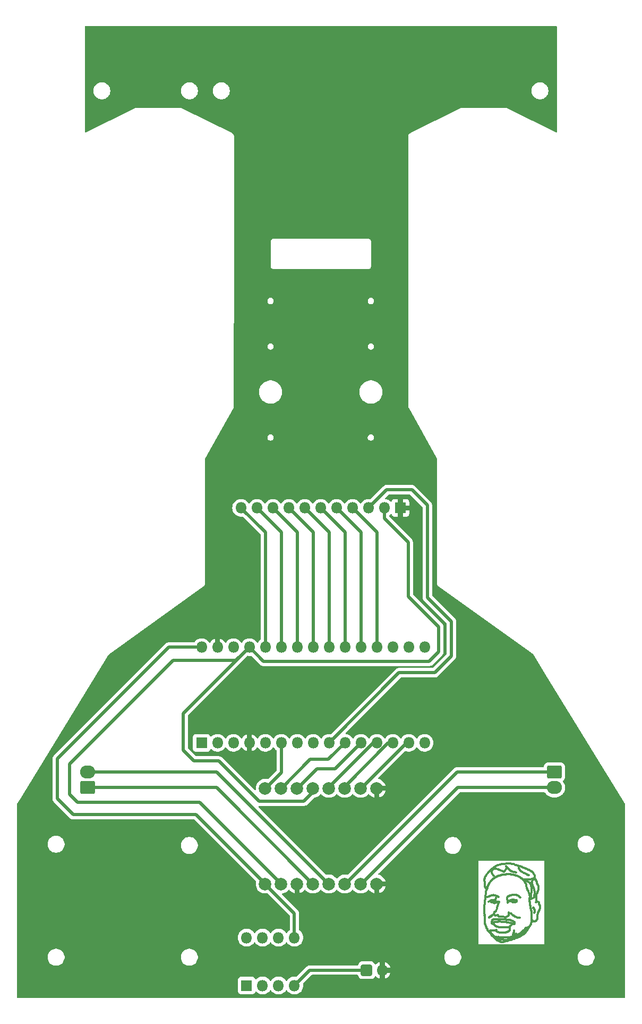
<source format=gbr>
%TF.GenerationSoftware,KiCad,Pcbnew,8.0.6*%
%TF.CreationDate,2025-03-17T11:55:34+08:00*%
%TF.ProjectId,uyLy_LFChassis,75794c79-5f4c-4464-9368-61737369732e,rev?*%
%TF.SameCoordinates,Original*%
%TF.FileFunction,Copper,L2,Bot*%
%TF.FilePolarity,Positive*%
%FSLAX46Y46*%
G04 Gerber Fmt 4.6, Leading zero omitted, Abs format (unit mm)*
G04 Created by KiCad (PCBNEW 8.0.6) date 2025-03-17 11:55:34*
%MOMM*%
%LPD*%
G01*
G04 APERTURE LIST*
G04 Aperture macros list*
%AMRoundRect*
0 Rectangle with rounded corners*
0 $1 Rounding radius*
0 $2 $3 $4 $5 $6 $7 $8 $9 X,Y pos of 4 corners*
0 Add a 4 corners polygon primitive as box body*
4,1,4,$2,$3,$4,$5,$6,$7,$8,$9,$2,$3,0*
0 Add four circle primitives for the rounded corners*
1,1,$1+$1,$2,$3*
1,1,$1+$1,$4,$5*
1,1,$1+$1,$6,$7*
1,1,$1+$1,$8,$9*
0 Add four rect primitives between the rounded corners*
20,1,$1+$1,$2,$3,$4,$5,0*
20,1,$1+$1,$4,$5,$6,$7,0*
20,1,$1+$1,$6,$7,$8,$9,0*
20,1,$1+$1,$8,$9,$2,$3,0*%
G04 Aperture macros list end*
%TA.AperFunction,Conductor*%
%ADD10C,0.370416*%
%TD*%
%TA.AperFunction,NonConductor*%
%ADD11C,0.370416*%
%TD*%
%TA.AperFunction,ComponentPad*%
%ADD12RoundRect,0.264706X-0.635294X-0.635294X0.635294X-0.635294X0.635294X0.635294X-0.635294X0.635294X0*%
%TD*%
%TA.AperFunction,ComponentPad*%
%ADD13O,1.800000X1.800000*%
%TD*%
%TA.AperFunction,ComponentPad*%
%ADD14R,1.800000X1.800000*%
%TD*%
%TA.AperFunction,ComponentPad*%
%ADD15RoundRect,0.308824X-0.891176X0.741176X-0.891176X-0.741176X0.891176X-0.741176X0.891176X0.741176X0*%
%TD*%
%TA.AperFunction,ComponentPad*%
%ADD16O,2.400000X2.100000*%
%TD*%
%TA.AperFunction,ComponentPad*%
%ADD17RoundRect,0.308824X0.891176X-0.741176X0.891176X0.741176X-0.891176X0.741176X-0.891176X-0.741176X0*%
%TD*%
%TA.AperFunction,ComponentPad*%
%ADD18C,2.000000*%
%TD*%
%TA.AperFunction,Conductor*%
%ADD19C,0.508000*%
%TD*%
%TA.AperFunction,Conductor*%
%ADD20C,0.318000*%
%TD*%
G04 APERTURE END LIST*
D10*
%TO.N,GND*%
X324617404Y-271871700D02*
X324618395Y-271871296D01*
D11*
X330705530Y-269133961D02*
X330703565Y-269135526D01*
X327848490Y-267342392D02*
X327846191Y-267345651D01*
X330715632Y-268528390D02*
X330717284Y-268538731D01*
D10*
X331203783Y-265915245D02*
X331204888Y-265913517D01*
X327290814Y-261362891D02*
X327299862Y-261365390D01*
X323981255Y-270307138D02*
X323983967Y-270301357D01*
X329918795Y-264319215D02*
X329934102Y-264330701D01*
X331020695Y-270375711D02*
X331021455Y-270375670D01*
X330201277Y-264824862D02*
X330215711Y-264883126D01*
X323943614Y-267315706D02*
X323935893Y-267301845D01*
X323269779Y-266587514D02*
X323275839Y-266587630D01*
X327427878Y-272801906D02*
X327436704Y-272795755D01*
X326595850Y-272088741D02*
X326619624Y-272041196D01*
X326151064Y-272266736D02*
X326156922Y-272263571D01*
X325953998Y-273063405D02*
X326030445Y-273064432D01*
X331015887Y-266690905D02*
X331015045Y-266630548D01*
X324971920Y-269639218D02*
X324971732Y-269637214D01*
X328592099Y-272444229D02*
X328580106Y-272449983D01*
X331042182Y-266331722D02*
X331042906Y-266327514D01*
X324361340Y-267576786D02*
X324352982Y-267577230D01*
X324762194Y-271350919D02*
X324765386Y-271351807D01*
X324226056Y-267540745D02*
X324208466Y-267531533D01*
X327344170Y-272857594D02*
X327375418Y-272837015D01*
X331245131Y-269334362D02*
X331248080Y-269328058D01*
D11*
X327374180Y-266283736D02*
X327417798Y-266280069D01*
D10*
X324916381Y-269600073D02*
X324914983Y-269599253D01*
X328305381Y-261695206D02*
X328305274Y-261696004D01*
X327560136Y-272967623D02*
X327555630Y-272967558D01*
X326190691Y-270582576D02*
X326190226Y-270584347D01*
D11*
X328421665Y-266676245D02*
X328425696Y-266678889D01*
D10*
X323957617Y-269535900D02*
X323964661Y-269524840D01*
X330312907Y-270319987D02*
X330317010Y-270328409D01*
X324326843Y-267575512D02*
X324317851Y-267574016D01*
X327495984Y-270803610D02*
X327496710Y-270803723D01*
X326460424Y-269648170D02*
X326479489Y-269632801D01*
D11*
X326704190Y-267207680D02*
X326713734Y-267204061D01*
D10*
X324539985Y-267531852D02*
X324526574Y-267533565D01*
X324789159Y-270567320D02*
X324793760Y-270566405D01*
X326341852Y-273074407D02*
X326419460Y-273073967D01*
X330531423Y-265075310D02*
X330528375Y-265070903D01*
D11*
X330494495Y-268332730D02*
X330499797Y-268339324D01*
D10*
X324111598Y-262192465D02*
X324113618Y-262193125D01*
D11*
X326596528Y-267306113D02*
X326596594Y-267304608D01*
D10*
X324001704Y-270748583D02*
X324009881Y-270744445D01*
X327188809Y-273048397D02*
X327189288Y-273043990D01*
X326584721Y-269503027D02*
X326587400Y-269492212D01*
X326826262Y-270767232D02*
X326836654Y-270768848D01*
X323957131Y-270448458D02*
X323960529Y-270436369D01*
D11*
X330502185Y-268336311D02*
X330510327Y-268340948D01*
D10*
X327342083Y-270475026D02*
X327345265Y-270478043D01*
X326953057Y-273039273D02*
X326953601Y-273038865D01*
X330369871Y-270404114D02*
X330372709Y-270402825D01*
D11*
X327159205Y-267274908D02*
X327161032Y-267270481D01*
D10*
X326826774Y-273374302D02*
X326830204Y-273373465D01*
X327475421Y-270805041D02*
X327475786Y-270805648D01*
X324845544Y-273064335D02*
X324849995Y-273064456D01*
X324593356Y-267328593D02*
X324594631Y-267329558D01*
X330203044Y-266414236D02*
X330199862Y-266430520D01*
X328729956Y-272400633D02*
X328724420Y-272403132D01*
X324291724Y-271017092D02*
X324282605Y-271009381D01*
X324999769Y-267541190D02*
X325004505Y-267535429D01*
X326973481Y-273323400D02*
X326975811Y-273324732D01*
X330187846Y-266695623D02*
X330186897Y-266705940D01*
X327236332Y-270419107D02*
X327236250Y-270419924D01*
X324526574Y-267533565D02*
X324513251Y-267534773D01*
X327192326Y-273089064D02*
X327191939Y-273084558D01*
X324447651Y-267539654D02*
X324434676Y-267541680D01*
X331255208Y-267334291D02*
X331251038Y-267333199D01*
X326845432Y-261270680D02*
X326857344Y-261272377D01*
X331149493Y-264473897D02*
X331146383Y-264471041D01*
D11*
X327607648Y-266275806D02*
X327657238Y-266277650D01*
D10*
X326391671Y-261265098D02*
X326434029Y-261264795D01*
X327449075Y-272239874D02*
X327450470Y-272235641D01*
X326623624Y-269099720D02*
X326615149Y-269089977D01*
D11*
X326634394Y-266435963D02*
X326636082Y-266434796D01*
D10*
X328305882Y-261699195D02*
X328306289Y-261699636D01*
X324576222Y-267321582D02*
X324579609Y-267322553D01*
X331458843Y-267572572D02*
X331457067Y-267561948D01*
X325275489Y-273138744D02*
X325311621Y-273138154D01*
X326955271Y-273036181D02*
X326955423Y-273035531D01*
X324639929Y-271906444D02*
X324643817Y-271917845D01*
X330293303Y-264218034D02*
X330291696Y-264218325D01*
X324551855Y-272965187D02*
X324557843Y-272964850D01*
X323951483Y-270460485D02*
X323952817Y-270458178D01*
X324247744Y-267203659D02*
X324289893Y-267210960D01*
X331099498Y-266073814D02*
X331139250Y-265994910D01*
X327182354Y-273124130D02*
X327187513Y-273116228D01*
X327521242Y-269662780D02*
X327522965Y-269663977D01*
X323180123Y-266577560D02*
X323147518Y-266586519D01*
X327502940Y-270810135D02*
X327503784Y-270811985D01*
X329172504Y-272096938D02*
X329152835Y-272112279D01*
X324101040Y-272908116D02*
X324126601Y-272934436D01*
X326479489Y-269632801D02*
X326500760Y-269616431D01*
X330643811Y-263717946D02*
X330641524Y-263717395D01*
X330388482Y-264681376D02*
X330375338Y-264617905D01*
X325088848Y-267390270D02*
X325091800Y-267388373D01*
X329411537Y-271514800D02*
X329422904Y-271518870D01*
X330457675Y-262685803D02*
X330476895Y-262710383D01*
X327267471Y-272817494D02*
X327269249Y-272816188D01*
X331008439Y-270406194D02*
X331012151Y-270404504D01*
X326955423Y-273035531D02*
X326955522Y-273034850D01*
X324289943Y-269236075D02*
X324288549Y-269244933D01*
X328249419Y-272517124D02*
X328295221Y-272499122D01*
D11*
X328345616Y-266579893D02*
X328347314Y-266583874D01*
D10*
X324068089Y-262233006D02*
X324070907Y-262229911D01*
X326822675Y-262349462D02*
X326794022Y-262324569D01*
X327473447Y-270702762D02*
X327475421Y-270709951D01*
X324015836Y-262103524D02*
X324052768Y-262081286D01*
X330946252Y-267449793D02*
X330946167Y-267453153D01*
X331185763Y-267328417D02*
X331148636Y-267327382D01*
X331410932Y-268853430D02*
X331413089Y-268853710D01*
X331259569Y-267336622D02*
X331255208Y-267334291D01*
X326524532Y-262056861D02*
X326505848Y-262038992D01*
X325557081Y-273391420D02*
X325572265Y-273390581D01*
X324455632Y-270602387D02*
X324502689Y-270589341D01*
X327685966Y-272919450D02*
X327682906Y-272918981D01*
X325362565Y-269760360D02*
X325329166Y-269762249D01*
X327071294Y-261319921D02*
X327166384Y-261319921D01*
X330797280Y-263773148D02*
X330791859Y-263771965D01*
X329517901Y-263011890D02*
X329460165Y-262972798D01*
X324003068Y-272816365D02*
X324005206Y-272816486D01*
D11*
X327815655Y-267110934D02*
X327828758Y-267118978D01*
D10*
X327266126Y-269508411D02*
X327285243Y-269521344D01*
X331223512Y-265856457D02*
X331223683Y-265853187D01*
X331588022Y-267999914D02*
X331582525Y-267980192D01*
X324062166Y-270703428D02*
X324077838Y-270692828D01*
D11*
X330763319Y-269051158D02*
X330762457Y-269051957D01*
D10*
X327634264Y-272955621D02*
X327631442Y-272958787D01*
X331173006Y-264492684D02*
X331169772Y-264489896D01*
X330942218Y-263896275D02*
X330908647Y-263843460D01*
X324194854Y-261985544D02*
X324201202Y-261980042D01*
X331515197Y-268715930D02*
X331516705Y-268713080D01*
X327484757Y-270806174D02*
X327486540Y-270805597D01*
X327470687Y-270776617D02*
X327470521Y-270782546D01*
X324033671Y-262264262D02*
X324036543Y-262261203D01*
D11*
X330492901Y-268323347D02*
X330491897Y-268325073D01*
D10*
X329484008Y-262143240D02*
X329496179Y-262145451D01*
X325058722Y-267459720D02*
X325061723Y-267451181D01*
X326789940Y-273375256D02*
X326797581Y-273375866D01*
X327440662Y-273009649D02*
X327431806Y-273012215D01*
X329382417Y-271514189D02*
X329385152Y-271512873D01*
X324653446Y-271306314D02*
X324654888Y-271306461D01*
X324958931Y-272939943D02*
X324986703Y-272957516D01*
X325332254Y-272291450D02*
X325404574Y-272291972D01*
X327239908Y-270404623D02*
X327239900Y-270405339D01*
X326472271Y-272138815D02*
X326476989Y-272136285D01*
X327459908Y-270670962D02*
X327463054Y-270676827D01*
X327707364Y-272921921D02*
X327705881Y-272922007D01*
X324542477Y-262116381D02*
X324503892Y-262104406D01*
X327704386Y-272922027D02*
X327701364Y-272921891D01*
X325227080Y-272283815D02*
X325261569Y-272287448D01*
X323978214Y-270722470D02*
X323968017Y-270730551D01*
X329937795Y-262345860D02*
X329954833Y-262355416D01*
X323988450Y-270715414D02*
X323978214Y-270722470D01*
X324000343Y-272783257D02*
X324006233Y-272789787D01*
X327708833Y-272921761D02*
X327707364Y-272921921D01*
X331157919Y-270124008D02*
X331158066Y-270122566D01*
X331255212Y-269307389D02*
X331258463Y-269293656D01*
X330851537Y-263768566D02*
X330849733Y-263768252D01*
X324670297Y-272064971D02*
X324673138Y-272070192D01*
X323901923Y-269622053D02*
X323909423Y-269612208D01*
X324936843Y-262207999D02*
X324898049Y-262196642D01*
X330953575Y-267429250D02*
X330952269Y-267430825D01*
X329416040Y-262945007D02*
X329400973Y-262936434D01*
X323443149Y-262615408D02*
X323459880Y-262596565D01*
X324993348Y-273365257D02*
X325026883Y-273372445D01*
X327339411Y-272545531D02*
X327342271Y-272539558D01*
X324575209Y-268831947D02*
X324741615Y-268475364D01*
X326734862Y-271942486D02*
X326743941Y-271932615D01*
X324515824Y-272967973D02*
X324527821Y-272967142D01*
D11*
X326592759Y-267272367D02*
X326592914Y-267270947D01*
D10*
X330453248Y-264806368D02*
X330446950Y-264790668D01*
X326979802Y-273325502D02*
X326981501Y-273325289D01*
X323914769Y-270507604D02*
X323916117Y-270505316D01*
X327264367Y-272820365D02*
X327265074Y-272819608D01*
X326762291Y-270281657D02*
X326786108Y-270280664D01*
X325361309Y-273372812D02*
X325362899Y-273373255D01*
X330289403Y-262533010D02*
X330299537Y-262538130D01*
X327370005Y-270565765D02*
X327377673Y-270575836D01*
X327450470Y-272235641D02*
X327451651Y-272231381D01*
X331182359Y-270115568D02*
X331183138Y-270115626D01*
X330367118Y-270404814D02*
X330369871Y-270404114D01*
X330549696Y-270471718D02*
X330566091Y-270474501D01*
X331155858Y-270175336D02*
X331160120Y-270163189D01*
X331260998Y-269281549D02*
X331262963Y-269270815D01*
X323960529Y-270436369D02*
X323962998Y-270423807D01*
X325587296Y-273390218D02*
X325602129Y-273390465D01*
X324741615Y-268475364D02*
X324744274Y-268434326D01*
X330740900Y-265748483D02*
X330733858Y-265674459D01*
X324241863Y-261937323D02*
X324253176Y-261924794D01*
X325383428Y-273384546D02*
X325389096Y-273388335D01*
X323695637Y-271946110D02*
X324588209Y-271956139D01*
X328550728Y-262461735D02*
X328499107Y-262415459D01*
X331397845Y-268879487D02*
X331397177Y-268874908D01*
X324352982Y-267577230D02*
X324344431Y-267577147D01*
X327514432Y-270924326D02*
X327515684Y-270926490D01*
X327523856Y-261440329D02*
X327573262Y-261465161D01*
X331207667Y-269402479D02*
X331209864Y-269396526D01*
X324358929Y-262031706D02*
X324342915Y-262019642D01*
X327166960Y-272952323D02*
X327178618Y-272948628D01*
X331040469Y-270378248D02*
X331040895Y-270377750D01*
X331302125Y-269071795D02*
X331302756Y-269069666D01*
X330176472Y-266770356D02*
X330172445Y-266796386D01*
X322759485Y-264037569D02*
X322757182Y-263963767D01*
D11*
X327306926Y-267435445D02*
X327294646Y-267435496D01*
D10*
X324076209Y-267187518D02*
X324117449Y-267189095D01*
X326572836Y-270680522D02*
X326595849Y-270686183D01*
X326899992Y-269202988D02*
X326907295Y-269204878D01*
X324857177Y-266524392D02*
X324872607Y-266530702D01*
X331029277Y-267352703D02*
X331029737Y-267354273D01*
X327601087Y-272588279D02*
X327613981Y-272571613D01*
X326667166Y-270282051D02*
X326679019Y-270282849D01*
X324343137Y-269423872D02*
X324355639Y-269444815D01*
X331444401Y-268812479D02*
X331444641Y-268811025D01*
X325152191Y-273132576D02*
X325169516Y-273134720D01*
X327713142Y-272920773D02*
X327711723Y-272921193D01*
X323939661Y-262398020D02*
X323946940Y-262386026D01*
X326815982Y-270765336D02*
X326826262Y-270767232D01*
X330374498Y-262595016D02*
X330396386Y-262616307D01*
X324696000Y-271305026D02*
X324696921Y-271305479D01*
X324678267Y-272075934D02*
X324694826Y-272088812D01*
X323920154Y-262435117D02*
X323926218Y-262422544D01*
X324155227Y-263203306D02*
X324159029Y-263207344D01*
X327359355Y-261364606D02*
X327360155Y-261364012D01*
X330170882Y-264713908D02*
X330177566Y-264738710D01*
X327453064Y-270659857D02*
X327456573Y-270665311D01*
X326751513Y-271923157D02*
X326754643Y-271918624D01*
X324339849Y-271070823D02*
X324337740Y-271066663D01*
X328284190Y-261675012D02*
X328287245Y-261674565D01*
X330394282Y-264704129D02*
X330388482Y-264681376D01*
X324563670Y-271244193D02*
X324572883Y-271246480D01*
D11*
X327857636Y-267358080D02*
X327862545Y-267357960D01*
X330563322Y-268333456D02*
X330550267Y-268328843D01*
D10*
X326670876Y-269230903D02*
X326671700Y-269222157D01*
X326548551Y-270675598D02*
X326572836Y-270680522D01*
D11*
X326475033Y-267515324D02*
X326473912Y-267506528D01*
D10*
X324657819Y-271306543D02*
X324660805Y-271306389D01*
X330304317Y-270305826D02*
X330308687Y-270312379D01*
D11*
X327331881Y-267434556D02*
X327306926Y-267435445D01*
D10*
X324437890Y-267387514D02*
X324433743Y-267393062D01*
X329390819Y-271511433D02*
X329393729Y-271511230D01*
X331104049Y-264351771D02*
X331088802Y-264243906D01*
X326557191Y-269583890D02*
X326558457Y-269581512D01*
X329210795Y-262033088D02*
X329220923Y-262036869D01*
X325435787Y-273399023D02*
X325450492Y-273399247D01*
X331420245Y-267509816D02*
X331420818Y-267506673D01*
X324590577Y-271964821D02*
X324592057Y-271966459D01*
X327088612Y-273237016D02*
X327116348Y-273205749D01*
X326888082Y-273332496D02*
X326890338Y-273331090D01*
X331218677Y-267330074D02*
X331185763Y-267328417D01*
X323676051Y-269764224D02*
X323733275Y-269739142D01*
X326434029Y-261264795D02*
X326476911Y-261265907D01*
X324480120Y-271185398D02*
X324483179Y-271188293D01*
X324593222Y-272966941D02*
X324598982Y-272968316D01*
X329144036Y-271782776D02*
X329167413Y-271757870D01*
X331463519Y-268778295D02*
X331468562Y-268772264D01*
X328759122Y-272088744D02*
X328761631Y-272086580D01*
X324559635Y-267316108D02*
X324562770Y-267317452D01*
D11*
X326482055Y-267460104D02*
X326485455Y-267453243D01*
D10*
X324156920Y-263167144D02*
X324154393Y-263168029D01*
X326851919Y-262373623D02*
X326822675Y-262349462D01*
X328125283Y-261633481D02*
X328169751Y-261650482D01*
X324461311Y-267275780D02*
X324461270Y-267278769D01*
X330866231Y-263780312D02*
X330863756Y-263777385D01*
X327463933Y-269609764D02*
X327475421Y-269616433D01*
D11*
X326473912Y-267506528D02*
X326473576Y-267498067D01*
D10*
X323289882Y-266568814D02*
X323285231Y-266565531D01*
X324162195Y-263166930D02*
X324159522Y-263166788D01*
D11*
X327883551Y-267329474D02*
X327881576Y-267332062D01*
X327237696Y-267429385D02*
X327234090Y-267428181D01*
D10*
X324156224Y-266303585D02*
X324183900Y-266304188D01*
X326821783Y-270280157D02*
X326833653Y-270280454D01*
X326191721Y-269782837D02*
X325502326Y-269735292D01*
X326132946Y-270172083D02*
X326141792Y-270175313D01*
X331029389Y-266393130D02*
X331034765Y-266364352D01*
X324289943Y-261890454D02*
X324432576Y-261819138D01*
X326589551Y-269482567D02*
X326591319Y-269473830D01*
X327480599Y-270807173D02*
X327481382Y-270807052D01*
X327480267Y-272655811D02*
X327808234Y-272421550D01*
D11*
X328301466Y-266475198D02*
X328302770Y-266475573D01*
X328246249Y-266469069D02*
X328249433Y-266471746D01*
D10*
X326330241Y-261269533D02*
X326350351Y-261267423D01*
X326191905Y-270578891D02*
X326191271Y-270580746D01*
X325111436Y-267382405D02*
X325116490Y-267381982D01*
X324331340Y-269402332D02*
X324343137Y-269423872D01*
X324644281Y-272984227D02*
X324659024Y-272990673D01*
X331447673Y-268844418D02*
X331447519Y-268841433D01*
X323909586Y-262460989D02*
X323914594Y-262447924D01*
X327155197Y-272955677D02*
X327166960Y-272952323D01*
X323929314Y-267288001D02*
X323926562Y-267281143D01*
X323733275Y-269739142D02*
X323761190Y-269725739D01*
X326601946Y-269425790D02*
X326605066Y-269416066D01*
X324581924Y-271249136D02*
X324586341Y-271250693D01*
X324849995Y-273064456D02*
X324854461Y-273064397D01*
X331165680Y-265949169D02*
X331168785Y-265946244D01*
D11*
X327904031Y-267267936D02*
X327902087Y-267278532D01*
D10*
X323922275Y-270496522D02*
X323925700Y-270492285D01*
X327202077Y-270401540D02*
X327205141Y-270401191D01*
X326360457Y-270647816D02*
X326387809Y-270652230D01*
X331206834Y-265909879D02*
X331207664Y-265907963D01*
X326236102Y-261758323D02*
X326230065Y-261744849D01*
X331231437Y-264648034D02*
X331183892Y-264505401D01*
D11*
X326636082Y-266434796D02*
X326637823Y-266433707D01*
D10*
X328694223Y-261799521D02*
X328735350Y-261819138D01*
X328306616Y-261690712D02*
X328306014Y-261692589D01*
X329633946Y-262218008D02*
X329646323Y-262225714D01*
X331419736Y-267515947D02*
X331419762Y-267514440D01*
X331231770Y-269357634D02*
X331235248Y-269352035D01*
X329768913Y-271413615D02*
X329756143Y-271427551D01*
X331141646Y-270194335D02*
X331142564Y-270194962D01*
X324356411Y-269037601D02*
X324351720Y-269047478D01*
X324523009Y-268871081D02*
X324532528Y-268864378D01*
X324242398Y-263245473D02*
X324052220Y-263031523D01*
D11*
X330786879Y-268955828D02*
X330784164Y-268977128D01*
D10*
X324544751Y-268841604D02*
X324527015Y-268845597D01*
X324230187Y-263234283D02*
X324223890Y-263227347D01*
X330627984Y-263710112D02*
X330624707Y-263707551D01*
X331375474Y-267454043D02*
X331374069Y-267453152D01*
X326806443Y-261268033D02*
X326819894Y-261268553D01*
D11*
X326596387Y-267307602D02*
X326596528Y-267306113D01*
D10*
X329672924Y-263089180D02*
X329661362Y-263086412D01*
X330328972Y-270356110D02*
X330337004Y-270374172D01*
X323634427Y-266436180D02*
X323648092Y-266430952D01*
X326976773Y-270317200D02*
X327021108Y-270335709D01*
X331363656Y-264864127D02*
X331345368Y-264824342D01*
X331422984Y-267479477D02*
X331422367Y-267478182D01*
X324315520Y-261993926D02*
X324309915Y-261987214D01*
X328646240Y-272420161D02*
X328640260Y-272421556D01*
X326427245Y-269676082D02*
X326460424Y-269648170D01*
X327148001Y-270840348D02*
X327170885Y-270851237D01*
X326857694Y-271258132D02*
X326878069Y-271237560D01*
X327317009Y-261368966D02*
X327324031Y-261370089D01*
X327345265Y-270478043D02*
X327348170Y-270481238D01*
X331400951Y-264984318D02*
X331397842Y-264957073D01*
D11*
X326593153Y-267269550D02*
X326593483Y-267268178D01*
D10*
X324899226Y-273062226D02*
X324903636Y-273062679D01*
X329567379Y-271613299D02*
X329544237Y-271640667D01*
X326683911Y-262219629D02*
X326630575Y-262165305D01*
X324551437Y-267310525D02*
X324552648Y-267311654D01*
X328702214Y-272150865D02*
X328715506Y-272134441D01*
X324116989Y-262194721D02*
X324118365Y-262195585D01*
X330001171Y-264394632D02*
X330015390Y-264411991D01*
D11*
X327463296Y-266277381D02*
X327510333Y-266275733D01*
D10*
X328854213Y-272041199D02*
X328865262Y-272033113D01*
X329070261Y-271855036D02*
X329095202Y-271831619D01*
X330380314Y-270392722D02*
X330380162Y-270389401D01*
X330691155Y-270475033D02*
X330725179Y-270473112D01*
X327190155Y-270400912D02*
X327191604Y-270401230D01*
X326754643Y-271918624D02*
X326757286Y-271914243D01*
X326558457Y-269581512D02*
X326561169Y-269575534D01*
D11*
X330738410Y-269058182D02*
X330732218Y-269069669D01*
D10*
X324996652Y-266581475D02*
X325011019Y-266589887D01*
X324588209Y-271956139D02*
X324588311Y-271958603D01*
X326383601Y-269711543D02*
X326397888Y-269700518D01*
X326843281Y-273368097D02*
X326845583Y-273366743D01*
X324017165Y-270740180D02*
X324023311Y-270735752D01*
X330954978Y-267427809D02*
X330953575Y-267429250D01*
D11*
X327906714Y-267246448D02*
X327905582Y-267257186D01*
X328229085Y-266450318D02*
X328234560Y-266456910D01*
D10*
X331033972Y-267342387D02*
X331031673Y-267345645D01*
D11*
X326424852Y-266614962D02*
X326430557Y-266607634D01*
X327206054Y-267250535D02*
X327221806Y-267248297D01*
D10*
X327354359Y-270535183D02*
X327354506Y-270536625D01*
X326243034Y-261771715D02*
X326236102Y-261758323D01*
X324076964Y-262220498D02*
X324077021Y-262219726D01*
X324243647Y-263253173D02*
X324244556Y-263252082D01*
X327695229Y-272921107D02*
X327689047Y-272919996D01*
X330283079Y-265357322D02*
X330287093Y-265477311D01*
D11*
X330765323Y-269047730D02*
X330764268Y-269049774D01*
D10*
X324075381Y-262199856D02*
X324075992Y-262199495D01*
X324009881Y-270744445D02*
X324017165Y-270740180D01*
X331300904Y-269080558D02*
X331301033Y-269078334D01*
X331129898Y-270180311D02*
X331131340Y-270181219D01*
X323561634Y-269814437D02*
X323589735Y-269801258D01*
X324207700Y-270179538D02*
X324222954Y-270174530D01*
X326192816Y-270568124D02*
X326193200Y-270568624D01*
X331019286Y-264034959D02*
X331005104Y-264006486D01*
X324458935Y-267266366D02*
X324459564Y-267267591D01*
X327507546Y-269649765D02*
X327510372Y-269652926D01*
D11*
X328215287Y-266433989D02*
X328218133Y-266437135D01*
D10*
X326572077Y-269545114D02*
X326577204Y-269529216D01*
X331238666Y-269346314D02*
X331241977Y-269340435D01*
D11*
X327570511Y-267072802D02*
X327579951Y-267074246D01*
D10*
X330417495Y-262638627D02*
X330437900Y-262661838D01*
X327477234Y-270806845D02*
X327477821Y-270807059D01*
X324318712Y-271091727D02*
X324321172Y-271093078D01*
X329257052Y-271624422D02*
X329261345Y-271616890D01*
X330379653Y-270395769D02*
X330380314Y-270392722D01*
X326671700Y-269222157D02*
X326672041Y-269213518D01*
D11*
X328412330Y-266668752D02*
X328417217Y-266672893D01*
D10*
X324062045Y-262238859D02*
X324065126Y-262235981D01*
X324006795Y-267409552D02*
X324004675Y-267405616D01*
X331218244Y-269379557D02*
X331221471Y-269374074D01*
X327357814Y-270504758D02*
X327357678Y-270507780D01*
X324615681Y-267505212D02*
X324608644Y-267509296D01*
X324944231Y-269609504D02*
X324940964Y-269608335D01*
X326211933Y-270603125D02*
X326233790Y-270613571D01*
X324036543Y-262261203D02*
X324039550Y-262258259D01*
X331424326Y-267487923D02*
X331424340Y-267486446D01*
X322799809Y-264459820D02*
X322783342Y-264327436D01*
D11*
X327214195Y-267413528D02*
X327210014Y-267409127D01*
D10*
X324007528Y-262950650D02*
X323991874Y-262916586D01*
X327223087Y-269473563D02*
X327245316Y-269492319D01*
X326405672Y-272183830D02*
X326410600Y-272181784D01*
X328294218Y-262128902D02*
X328280756Y-262109709D01*
X327505281Y-270817932D02*
X327505475Y-270820032D01*
X326257083Y-270622597D02*
X326281605Y-270630368D01*
X327621797Y-272966522D02*
X327619965Y-272967477D01*
X324943635Y-267660482D02*
X324948350Y-267645227D01*
X324673138Y-272070192D02*
X324678267Y-272075934D01*
X330303214Y-264219211D02*
X330302625Y-264218841D01*
X330828503Y-263773232D02*
X330825575Y-263773833D01*
X331361448Y-265360915D02*
X331377992Y-265269871D01*
X326656891Y-269287057D02*
X326663144Y-269267473D01*
X327385809Y-270585395D02*
X327394291Y-270594579D01*
X328848682Y-272044867D02*
X328854213Y-272041199D01*
X324413479Y-267410387D02*
X324407549Y-267413625D01*
X324311689Y-271085173D02*
X324313975Y-271087744D01*
X331122704Y-270179885D02*
X331124744Y-270179411D01*
X324282605Y-271009381D02*
X324267862Y-270997464D01*
X330847938Y-263768182D02*
X330846129Y-263768325D01*
X327496710Y-270803723D02*
X327497397Y-270803916D01*
X327474346Y-272033553D02*
X327481953Y-272006926D01*
D11*
X328425696Y-266678889D02*
X328429329Y-266680907D01*
D10*
X324488768Y-268857611D02*
X324486140Y-268859211D01*
X324434676Y-267541680D02*
X324421730Y-267544484D01*
X330637129Y-262936433D02*
X330684672Y-263031523D01*
X326193532Y-270573524D02*
X326193095Y-270575245D01*
X329374115Y-271544536D02*
X329375797Y-271543251D01*
X323926562Y-267281143D02*
X323924227Y-267274357D01*
D11*
X327870995Y-267358318D02*
X327871449Y-267358797D01*
D10*
X324424325Y-267402648D02*
X324419075Y-267406736D01*
X330892097Y-270451613D02*
X330915726Y-270440000D01*
X327611753Y-272970264D02*
X327609615Y-272970693D01*
X324598982Y-272968316D02*
X324614295Y-272972930D01*
X323814630Y-269695973D02*
X323839755Y-269679113D01*
X325256399Y-271431574D02*
X325293138Y-271434053D01*
X324006545Y-272815676D02*
X324007187Y-272814069D01*
X324289893Y-267210960D02*
X324329663Y-267219068D01*
D11*
X327159938Y-267315108D02*
X327158557Y-267308635D01*
D10*
X327231401Y-262569797D02*
X327178346Y-262552904D01*
X327260168Y-272852241D02*
X327259857Y-272847752D01*
X330872826Y-270460040D02*
X330882070Y-270456193D01*
X325776168Y-273416496D02*
X325820370Y-273418990D01*
X328787040Y-272071360D02*
X328793181Y-272068713D01*
X326931809Y-270778361D02*
X326942180Y-270779704D01*
X331288510Y-269170932D02*
X331294973Y-269156918D01*
X322756950Y-263890767D02*
X322759094Y-263819234D01*
X324892414Y-261537419D02*
X324919569Y-261532915D01*
X330915726Y-270440000D02*
X330946167Y-270424689D01*
X324759058Y-271349877D02*
X324762194Y-271350919D01*
X326307147Y-270637051D02*
X326333501Y-270642812D01*
X330534605Y-265079647D02*
X330531423Y-265075310D01*
X323961023Y-267199814D02*
X323973659Y-267196111D01*
X327184741Y-261323596D02*
X327193759Y-261326099D01*
X329519834Y-262151948D02*
X329547660Y-262162561D01*
X326619624Y-272041196D02*
X326625878Y-272035352D01*
X327124577Y-270830213D02*
X327148001Y-270840348D01*
X324824748Y-270554927D02*
X324833484Y-270551199D01*
X324074470Y-262208506D02*
X324074038Y-262206835D01*
X330468390Y-264854763D02*
X330463872Y-264838448D01*
X326299402Y-269756479D02*
X326319333Y-269748704D01*
X324002141Y-272795230D02*
X323997808Y-272783778D01*
X331447218Y-268850217D02*
X331447444Y-268848792D01*
X327465997Y-270682922D02*
X327468720Y-270689265D01*
X327242595Y-270428725D02*
X327248690Y-270432431D01*
X323990527Y-270290298D02*
X323994434Y-270285047D01*
D11*
X326869224Y-266383764D02*
X326881158Y-266384336D01*
D10*
X331507664Y-267807975D02*
X331499335Y-267788848D01*
X327521324Y-270928268D02*
X327523095Y-270924084D01*
D11*
X328347314Y-266583874D02*
X328349417Y-266588098D01*
D10*
X327490695Y-272745144D02*
X327504141Y-272728778D01*
X325076148Y-267405753D02*
X325077777Y-267402732D01*
X331139250Y-265994910D02*
X331153263Y-265967819D01*
X324641178Y-271301045D02*
X324642898Y-271302201D01*
X326870160Y-269197419D02*
X326885177Y-269199876D01*
X324478052Y-268871373D02*
X324478228Y-268873908D01*
X330827620Y-270470514D02*
X330837548Y-270469374D01*
X327251736Y-272927154D02*
X327253743Y-272922487D01*
X324289942Y-261938000D02*
X324321670Y-262000533D01*
X331167114Y-270112532D02*
X331168706Y-270112704D01*
X328996846Y-263792234D02*
X329781329Y-264220134D01*
X324950598Y-270535958D02*
X325042258Y-270532396D01*
X328081030Y-261615456D02*
X328125283Y-261633481D01*
X331334534Y-269020869D02*
X331355024Y-268998640D01*
X324824262Y-272152643D02*
X324911022Y-272187168D01*
X324676156Y-271303925D02*
X324679234Y-271303466D01*
X325077777Y-267402732D02*
X325079571Y-267399875D01*
X327752575Y-261538843D02*
X327778900Y-261546249D01*
X324685312Y-271303006D02*
X324686807Y-271303025D01*
X326514950Y-269606673D02*
X326518991Y-269604266D01*
X331445387Y-267524470D02*
X331421613Y-267524470D01*
X324677960Y-266436236D02*
X324668000Y-266425736D01*
X326259333Y-261798218D02*
X326250798Y-261785016D01*
X328036851Y-261597633D02*
X328081030Y-261615456D01*
X324093637Y-270682601D02*
X324109630Y-270672920D01*
X324007187Y-272814069D02*
X324007235Y-272811800D01*
X326786108Y-270280664D02*
X326809901Y-270280127D01*
X327190156Y-272944540D02*
X327202688Y-272939423D01*
D11*
X326692285Y-266431239D02*
X326696836Y-266431677D01*
D10*
X324797740Y-261563783D02*
X324812932Y-261557643D01*
X324504777Y-268881543D02*
X324509138Y-268879420D01*
X324578351Y-268827488D02*
X324577963Y-268828269D01*
X329604516Y-262187812D02*
X329609374Y-262191322D01*
X326190226Y-270584347D02*
X326190055Y-270585199D01*
X324230617Y-261949937D02*
X324241863Y-261937323D01*
D11*
X326554437Y-267374958D02*
X326565398Y-267363147D01*
D10*
X324074984Y-262210237D02*
X324074470Y-262208506D01*
X324149583Y-263171504D02*
X324147308Y-263174155D01*
X323596976Y-262498665D02*
X323596919Y-262499587D01*
X327193759Y-261326099D02*
X327202690Y-261328958D01*
X325357578Y-273067346D02*
X325423881Y-273072057D01*
X330291696Y-264218325D02*
X330290072Y-264218658D01*
X325828963Y-262574734D02*
X325798861Y-262570169D01*
X327394365Y-262610587D02*
X327339552Y-262598344D01*
X324075992Y-262199495D02*
X324081009Y-262197139D01*
X324460834Y-267271521D02*
X324461073Y-267272907D01*
X325864933Y-273420124D02*
X325909932Y-273420359D01*
X324030963Y-262267456D02*
X324033671Y-262264262D01*
X331017485Y-267338200D02*
X331031673Y-267345645D01*
D11*
X327156974Y-267296273D02*
X327156820Y-267290457D01*
D10*
X325710373Y-273409191D02*
X325732249Y-273412179D01*
X324660410Y-262145041D02*
X324620825Y-262136399D01*
X329237195Y-272040672D02*
X329210795Y-272064971D01*
X328082886Y-269896773D02*
X328137483Y-269906921D01*
X328369895Y-261699463D02*
X328374349Y-261699715D01*
X330629958Y-265270380D02*
X330609828Y-265219950D01*
X329424744Y-262128176D02*
X329430291Y-262130725D01*
D11*
X330670585Y-268447140D02*
X330676846Y-268452506D01*
D10*
X331241977Y-269340435D02*
X331245131Y-269334362D01*
X324478668Y-262095076D02*
X324463414Y-262088748D01*
X323457914Y-269877926D02*
X323482141Y-269859942D01*
D11*
X327881576Y-267332062D02*
X327879549Y-267334296D01*
D10*
X327130853Y-270381628D02*
X327151456Y-270389146D01*
X324076246Y-272879850D02*
X324101040Y-272908116D01*
X325825138Y-273066023D02*
X325953998Y-273063405D01*
X324004836Y-272802365D02*
X324002141Y-272795230D01*
X324207881Y-270636283D02*
X324221065Y-270634352D01*
X326190118Y-270588955D02*
X326190367Y-270589575D01*
X322860287Y-263410507D02*
X322885394Y-263364349D01*
X331397177Y-268874908D02*
X331396827Y-268870860D01*
X324340326Y-269080893D02*
X324337487Y-269093442D01*
X327568371Y-269693055D02*
X327615272Y-269720757D01*
X331031673Y-267345645D02*
X331027509Y-267353360D01*
X328876129Y-272024797D02*
X328886835Y-272016276D01*
X325106787Y-267383098D02*
X325111436Y-267382405D01*
X325004505Y-267535429D02*
X325014268Y-267524085D01*
X327504794Y-269646513D02*
X327507546Y-269649765D01*
X327658653Y-272925352D02*
X327657075Y-272926723D01*
X326999978Y-272992084D02*
X327011657Y-272988397D01*
X331178948Y-264498663D02*
X331176080Y-264495595D01*
X330547952Y-265096678D02*
X330541227Y-265088185D01*
X323929134Y-267220261D02*
X323933359Y-267215438D01*
D11*
X327657238Y-266277650D02*
X327706993Y-266280783D01*
D10*
X330301378Y-264218265D02*
X330300723Y-264218055D01*
X323998796Y-270279999D02*
X324003643Y-270275169D01*
X326967489Y-273320045D02*
X326970864Y-273321742D01*
X324532528Y-268864378D02*
X324541909Y-268857228D01*
X330840396Y-263769702D02*
X330831218Y-263772553D01*
X330304399Y-270311133D02*
X330299955Y-270307101D01*
X324744028Y-271342912D02*
X324746968Y-271344486D01*
X324720798Y-271329559D02*
X324723729Y-271331154D01*
X326714658Y-273039087D02*
X326732953Y-273040429D01*
X325147817Y-261469083D02*
X325210225Y-261448221D01*
X324074461Y-262200744D02*
X324074873Y-262200274D01*
X326778944Y-270753404D02*
X326780567Y-270754669D01*
D11*
X326804773Y-267154933D02*
X326845309Y-267136856D01*
X326593441Y-267282827D02*
X326593000Y-267279763D01*
D10*
X330637021Y-270477526D02*
X330655256Y-270476926D01*
X325692454Y-273071107D02*
X325825138Y-273066023D01*
D11*
X330720419Y-269105104D02*
X330718656Y-269110838D01*
D10*
X331388954Y-268920730D02*
X331388845Y-268917587D01*
X331306182Y-269124042D02*
X331305950Y-269119564D01*
X324589168Y-267326126D02*
X324590620Y-267326883D01*
X326481156Y-272134450D02*
X326486576Y-272132429D01*
X326500760Y-269616431D02*
X326505852Y-269612718D01*
X324896880Y-269554752D02*
X324893046Y-269535891D01*
D11*
X326607615Y-266466186D02*
X326618275Y-266452466D01*
D10*
X323909587Y-270519776D02*
X323910389Y-270517231D01*
X331021604Y-266451449D02*
X331025034Y-266422172D01*
X326690888Y-270283303D02*
X326714662Y-270283383D01*
D11*
X330701929Y-268483936D02*
X330705471Y-268491323D01*
D10*
X324208466Y-267531533D02*
X324191556Y-267521985D01*
D11*
X327853909Y-267136228D02*
X327865468Y-267145279D01*
D10*
X330750061Y-263174152D02*
X330749815Y-263187664D01*
X328014672Y-272594871D02*
X328108918Y-272565097D01*
X331033515Y-267373689D02*
X331017484Y-267381836D01*
X328303372Y-261674942D02*
X328304751Y-261675371D01*
X327613981Y-272571613D02*
X327627514Y-272555610D01*
X328842928Y-272048183D02*
X328848682Y-272044867D01*
X330380330Y-270351062D02*
X330392020Y-270360349D01*
X323648092Y-266430952D02*
X323692207Y-266415474D01*
X324076056Y-262213782D02*
X324074984Y-262210237D01*
X323995986Y-272812791D02*
X324000029Y-272815178D01*
X325083256Y-272247779D02*
X325150584Y-272268399D01*
X327262576Y-272888192D02*
X327262711Y-272883742D01*
X326433254Y-272167750D02*
X326441779Y-272161090D01*
X331042950Y-267333162D02*
X331041257Y-267334291D01*
X324663930Y-272041146D02*
X324666789Y-272053194D01*
X323790726Y-272374010D02*
X323817426Y-272467957D01*
X323287229Y-266584163D02*
X323288723Y-266582686D01*
X329569189Y-262171154D02*
X329585275Y-262178028D01*
X327613874Y-272969730D02*
X327611753Y-272970264D01*
X324381838Y-269483996D02*
X324395075Y-269501775D01*
X327343806Y-261371469D02*
X327347019Y-261371200D01*
X326952724Y-273019009D02*
X326952512Y-273017392D01*
X331005104Y-264006486D02*
X330990194Y-263978376D01*
X327524724Y-270621497D02*
X327522968Y-270947674D01*
D11*
X326595086Y-267264234D02*
X326595849Y-267262981D01*
D10*
X326554749Y-269587613D02*
X326555961Y-269585911D01*
X330639126Y-263716580D02*
X330636593Y-263715472D01*
D11*
X330513909Y-268320650D02*
X330504494Y-268320185D01*
D10*
X327587455Y-272970724D02*
X327582912Y-272970165D01*
X324618395Y-271871296D02*
X324619604Y-271871641D01*
D11*
X330784164Y-268977128D02*
X330779763Y-268998353D01*
X326593705Y-267317779D02*
X326595849Y-267310525D01*
D10*
X331389116Y-268913659D02*
X331389814Y-268908867D01*
X326982541Y-269248261D02*
X327004009Y-269266459D01*
X331383089Y-267457733D02*
X331379942Y-267456391D01*
X331214474Y-265890103D02*
X331219220Y-265875854D01*
D11*
X326626614Y-266442778D02*
X326629607Y-266439875D01*
D10*
X325407238Y-273396219D02*
X325421353Y-273398059D01*
X325775255Y-261347240D02*
X325811366Y-261343693D01*
X323147518Y-266586519D02*
X323093853Y-266604427D01*
X331041259Y-266193229D02*
X331047073Y-266180432D01*
X328715506Y-272134441D02*
X328729348Y-272118542D01*
D11*
X326430557Y-266607634D02*
X326436497Y-266600665D01*
D10*
X327674601Y-261511080D02*
X327700417Y-261521150D01*
X331013140Y-267382677D02*
X331012360Y-267382632D01*
X327238255Y-270412031D02*
X327237106Y-270415638D01*
X327505538Y-270822185D02*
X327505482Y-270824385D01*
X331056020Y-267360451D02*
X331052201Y-267363291D01*
X324328318Y-262007027D02*
X324321670Y-262000533D01*
X330030777Y-264431965D02*
X330047717Y-264455022D01*
X331060703Y-270292752D02*
X331062709Y-270287232D01*
X325070867Y-267419271D02*
X325073305Y-267412244D01*
X323932439Y-267294909D02*
X323929314Y-267288001D01*
X325336977Y-261409175D02*
X325400542Y-261392347D01*
X328214578Y-261665232D02*
X328237171Y-261671379D01*
X331388845Y-268917587D02*
X331389116Y-268913659D01*
X327289589Y-272788031D02*
X327293508Y-272773826D01*
X329294733Y-262055220D02*
X329315996Y-262059901D01*
X324028448Y-270258280D02*
X324054584Y-270245342D01*
X327481953Y-272006926D02*
X327488743Y-271980127D01*
X328606640Y-261763257D02*
X328651162Y-261780820D01*
X324390790Y-273113747D02*
X324908021Y-273063405D01*
D11*
X330710563Y-269128311D02*
X330709018Y-269130344D01*
D10*
X329448012Y-271504337D02*
X329448390Y-271499729D01*
X324074038Y-262206835D02*
X324073738Y-262205251D01*
X331450839Y-268796305D02*
X331454561Y-268790323D01*
X331153263Y-265967819D02*
X331160120Y-265955507D01*
X326250798Y-261785016D02*
X326243034Y-261771715D01*
X324324888Y-266320280D02*
X324352562Y-266325651D01*
X324542506Y-267301327D02*
X324551437Y-267310525D01*
X323854388Y-272583291D02*
X323865174Y-272612537D01*
X331374069Y-267453152D02*
X331370001Y-267450304D01*
X323488915Y-266505889D02*
X323515475Y-266493565D01*
X327320779Y-272623101D02*
X327326296Y-272593216D01*
X330685962Y-263714524D02*
X330682354Y-263714104D01*
X327354430Y-270529266D02*
X327354276Y-270532252D01*
X327239717Y-270403312D02*
X327239849Y-270403946D01*
X330703287Y-263718971D02*
X330698480Y-263717387D01*
X330818994Y-263774672D02*
X330815296Y-263774846D01*
X328301010Y-269924278D02*
X328354993Y-269925472D01*
X326721662Y-273371076D02*
X326728825Y-273370318D01*
X325293138Y-271434053D02*
X325332644Y-271435540D01*
X326495894Y-273409164D02*
X326539903Y-273404335D01*
X331048398Y-270355426D02*
X331049655Y-270349314D01*
X327265074Y-272819608D02*
X327265830Y-272818879D01*
X324649229Y-271305372D02*
X324650615Y-271305776D01*
X324812932Y-261557643D02*
X324825846Y-261553136D01*
X325329166Y-269762249D02*
X325296251Y-269762366D01*
X327330152Y-261370869D02*
X327335442Y-261371336D01*
X327441646Y-272256619D02*
X327445701Y-272248276D01*
X326344386Y-270229885D02*
X326452429Y-270250611D01*
X331082843Y-264213065D02*
X331075374Y-264182545D01*
X323916117Y-270505316D02*
X323919059Y-270500855D01*
X330463872Y-264838448D02*
X330458857Y-264822306D01*
D11*
X328306367Y-266477532D02*
X328307448Y-266478498D01*
D10*
X327266631Y-272818175D02*
X327267471Y-272817494D01*
D11*
X330732218Y-268665542D02*
X330742780Y-268704653D01*
X330752289Y-269043896D02*
X330750903Y-269044083D01*
D10*
X327170885Y-270851237D02*
X327193147Y-270862870D01*
X323314340Y-266559695D02*
X323434142Y-266526041D01*
X324622753Y-271874793D02*
X324649578Y-271941594D01*
D11*
X330721715Y-268581742D02*
X330723439Y-268603555D01*
D10*
X324524010Y-271230921D02*
X324525812Y-271231967D01*
D11*
X327158557Y-267308635D02*
X327157561Y-267302345D01*
D10*
X329225563Y-271687037D02*
X329229825Y-271679435D01*
X327375418Y-272837015D02*
X327427878Y-272801906D01*
X324478640Y-267216150D02*
X324484359Y-267223389D01*
D11*
X327760612Y-267409090D02*
X327735993Y-267415242D01*
D10*
X324965460Y-269627137D02*
X324961147Y-269622223D01*
X329367417Y-262076082D02*
X329377201Y-262080632D01*
D11*
X327438641Y-267020029D02*
X327475422Y-267025258D01*
D10*
X331389650Y-267460052D02*
X331386336Y-267458940D01*
D11*
X328342113Y-266565953D02*
X328342572Y-266569183D01*
D10*
X331052201Y-267363291D02*
X331044893Y-267367605D01*
D11*
X326620975Y-266449113D02*
X326623746Y-266445870D01*
D10*
X327591973Y-272971169D02*
X327587455Y-272970724D01*
X331016111Y-267382361D02*
X331015394Y-267382524D01*
X324406195Y-266338017D02*
X324431856Y-266344880D01*
D11*
X327218341Y-267417488D02*
X327214195Y-267413528D01*
D10*
X331401407Y-268926029D02*
X331399052Y-268926696D01*
X326757286Y-271914243D02*
X326759406Y-271910030D01*
X322836922Y-264954926D02*
X322833215Y-264923811D01*
X326288933Y-261837159D02*
X326268575Y-261811315D01*
X328309436Y-261679800D02*
X328309444Y-261680558D01*
X331444155Y-268815430D02*
X331444241Y-268813947D01*
X324884624Y-267912966D02*
X324908021Y-267833513D01*
X323380375Y-262693890D02*
X323411063Y-262654089D01*
X329607074Y-263065149D02*
X329591714Y-263057283D01*
X327175622Y-261321515D02*
X327184741Y-261323596D01*
X328304751Y-261675371D02*
X328306111Y-261675890D01*
X331468562Y-268772264D02*
X331479293Y-268760205D01*
D11*
X328218133Y-266437135D02*
X328223658Y-266443659D01*
D10*
X327273044Y-272813707D02*
X327276880Y-272811239D01*
X328434886Y-262348578D02*
X328420485Y-262330375D01*
X324326296Y-271094349D02*
X324328970Y-271094208D01*
D11*
X328342946Y-266543090D02*
X328342039Y-266554149D01*
D10*
X330855461Y-270465790D02*
X330864059Y-270463218D01*
X325397849Y-273393241D02*
X325399360Y-273393902D01*
X324176477Y-263174036D02*
X324173513Y-263171863D01*
X331224833Y-269368617D02*
X331231770Y-269357634D01*
X326058323Y-272288488D02*
X326079847Y-272286318D01*
X326551032Y-269591181D02*
X326552302Y-269590210D01*
D11*
X327248286Y-267431658D02*
X327237696Y-267429385D01*
D10*
X324606421Y-271968738D02*
X324608298Y-271967000D01*
X323895455Y-270629496D02*
X323899013Y-270586101D01*
X331158066Y-270122566D02*
X331158292Y-270121141D01*
X324347462Y-269057956D02*
X324343658Y-269069079D01*
X328305545Y-261694367D02*
X328305381Y-261695206D01*
X330882070Y-270456193D02*
X330892097Y-270451613D01*
X328469068Y-261719613D02*
X328515118Y-261732431D01*
X322877751Y-265072772D02*
X322872644Y-265066198D01*
X327491675Y-271966659D02*
X327494215Y-271953143D01*
X330760916Y-263758716D02*
X330756555Y-263755571D01*
X324387859Y-267421109D02*
X324380700Y-267422943D01*
X323967069Y-270765353D02*
X323983380Y-270756083D01*
X327499195Y-270805041D02*
X327500657Y-270806659D01*
X324589473Y-271962958D02*
X324590577Y-271964821D01*
X327478917Y-269618732D02*
X327480590Y-269619976D01*
X326193684Y-270572703D02*
X326193532Y-270573524D01*
X328660727Y-262545662D02*
X328604688Y-262505033D01*
X326212007Y-270203820D02*
X326220983Y-270206581D01*
X326603558Y-261271669D02*
X326643394Y-261272377D01*
X327476057Y-270712849D02*
X327476532Y-270715775D01*
X324105212Y-267465072D02*
X324096184Y-267460398D01*
D11*
X327558565Y-266275187D02*
X327607648Y-266275806D01*
D10*
X327600897Y-272971495D02*
X327596456Y-272971445D01*
X323275839Y-266587630D02*
X323278581Y-266587401D01*
X327188780Y-273057338D02*
X327188659Y-273052849D01*
X325526446Y-273393982D02*
X325557081Y-273391420D01*
X330209229Y-266240774D02*
X330210139Y-266397218D01*
X326977324Y-270785833D02*
X327002252Y-270791220D01*
X331272043Y-267344962D02*
X331267980Y-267341972D01*
X326361884Y-272195495D02*
X326376711Y-272192414D01*
X324615263Y-271936386D02*
X324615481Y-271926055D01*
X329423003Y-263802378D02*
X328996846Y-263792234D01*
X326581371Y-269515274D02*
X326584721Y-269503027D01*
D11*
X327351273Y-267240011D02*
X327404101Y-267239206D01*
D10*
X324457308Y-267301213D02*
X324456808Y-267304393D01*
X331397842Y-264957073D02*
X331395426Y-264946367D01*
X329331260Y-271564151D02*
X329345881Y-271558260D01*
X330047717Y-264455022D02*
X330066596Y-264481629D01*
X324525812Y-271231967D02*
X324527664Y-271232942D01*
X327215822Y-272985202D02*
X327226697Y-272969195D01*
X331040895Y-270377750D02*
X331041259Y-270377142D01*
X330951069Y-267432547D02*
X330949982Y-267434428D01*
X326884153Y-261277426D02*
X326910891Y-261283399D01*
X329283905Y-271587870D02*
X329285951Y-271586222D01*
X324503892Y-272968316D02*
X324390790Y-273113747D01*
X324566037Y-267318621D02*
X324569395Y-267319666D01*
X328054379Y-272774903D02*
X328036030Y-272784395D01*
X324765386Y-271351807D02*
X324788723Y-271357257D01*
X327262002Y-272870275D02*
X327261059Y-272861252D01*
X323532899Y-262525213D02*
X323553003Y-262508533D01*
X324694826Y-272088812D02*
X324718839Y-272103264D01*
X330765390Y-263761630D02*
X330760916Y-263758716D01*
X331036085Y-270379275D02*
X331036836Y-270379343D01*
X329739218Y-262270078D02*
X329757290Y-262276789D01*
X331132666Y-270182349D02*
X331135026Y-270185077D01*
X328918190Y-271989740D02*
X328938662Y-271971498D01*
X324968598Y-269631234D02*
X324965460Y-269627137D01*
X331467826Y-267681662D02*
X331466750Y-267671871D01*
D11*
X328278224Y-266478658D02*
X328284791Y-266476954D01*
D10*
X326577204Y-269529216D02*
X326581371Y-269515274D01*
X325402441Y-273395041D02*
X325404015Y-273395510D01*
X325811366Y-261343693D02*
X325936355Y-261328601D01*
D11*
X327765436Y-267084469D02*
X327777173Y-267090073D01*
D10*
X328999793Y-271916381D02*
X329020618Y-271898566D01*
X327564670Y-272967911D02*
X327560136Y-272967623D01*
X328247813Y-272656302D02*
X328212628Y-272678039D01*
X330665144Y-263715208D02*
X330656354Y-263717306D01*
X326013409Y-272290337D02*
X326036135Y-272289790D01*
X327503336Y-270838354D02*
X327501092Y-270848090D01*
X324611698Y-271267602D02*
X324614486Y-271270836D01*
X324652021Y-271306088D02*
X324653446Y-271306314D01*
X330525500Y-265066404D02*
X330522832Y-265061795D01*
X327002252Y-270791220D02*
X327027136Y-270797425D01*
X326909748Y-271209063D02*
X326915415Y-271205011D01*
X331140748Y-270193436D02*
X331141646Y-270194335D01*
X330185455Y-266716219D02*
X330176472Y-266770356D01*
D11*
X326449056Y-266587649D02*
X326462485Y-266575614D01*
D10*
X330756555Y-263755571D02*
X330752282Y-263752248D01*
X324575209Y-268831947D02*
X324568744Y-268834745D01*
X330996703Y-267380187D02*
X330996050Y-267380374D01*
X324619604Y-271871641D02*
X324621050Y-271872789D01*
X324211950Y-266305751D02*
X324240222Y-266308208D01*
X324659024Y-272990673D02*
X324688185Y-273004571D01*
X324908021Y-273063405D02*
X324924281Y-273066972D01*
X324493016Y-268885239D02*
X324496678Y-268884502D01*
X326050587Y-270158164D02*
X326096632Y-270163191D01*
X327230812Y-272925795D02*
X327246076Y-272917572D01*
D11*
X330505517Y-268345569D02*
X330511622Y-268351491D01*
D10*
X327271121Y-272814934D02*
X327273044Y-272813707D01*
D11*
X327634646Y-267428700D02*
X327608825Y-267429932D01*
D10*
X329902807Y-262329085D02*
X329920438Y-262337120D01*
D11*
X327828758Y-267118978D02*
X327841591Y-267127435D01*
D10*
X323990837Y-272809068D02*
X323995986Y-272812791D01*
X323942286Y-272761406D02*
X323957131Y-272778138D01*
X326040118Y-271423414D02*
X326090622Y-271421142D01*
D11*
X326596525Y-267301557D02*
X326596237Y-267298463D01*
D10*
X322894904Y-265091111D02*
X322888925Y-265085195D01*
X326428919Y-272170934D02*
X326433254Y-272167750D01*
X325450492Y-273399247D02*
X325465422Y-273398865D01*
X330745427Y-265897411D02*
X330744638Y-265822821D01*
X324304994Y-267429368D02*
X323859872Y-267429586D01*
X328308535Y-261677328D02*
X328308907Y-261677851D01*
D11*
X327676151Y-267068369D02*
X327686973Y-267067699D01*
D10*
X328137483Y-269906921D02*
X328192123Y-269914933D01*
X324590484Y-271944671D02*
X324589556Y-271947753D01*
D11*
X330709018Y-269130344D02*
X330707344Y-269132231D01*
D10*
X328743849Y-272103274D02*
X328759122Y-272088744D01*
X331038228Y-270379293D02*
X331038862Y-270379160D01*
X324145470Y-263187672D02*
X324146972Y-263191449D01*
X331137333Y-264459702D02*
X331136348Y-264457857D01*
X327458693Y-272086337D02*
X327466426Y-272060019D01*
X326220983Y-270206581D02*
X326230063Y-270208911D01*
X328072471Y-272765001D02*
X328054379Y-272774903D01*
X327466588Y-272999318D02*
X327458018Y-273003099D01*
X326794022Y-262324569D02*
X326765889Y-262299042D01*
X326946062Y-273042484D02*
X326952434Y-273039631D01*
X327513299Y-269655962D02*
X327516356Y-269658838D01*
X330345408Y-270389633D02*
X330349836Y-270395779D01*
D11*
X330754631Y-269044688D02*
X330753526Y-269044124D01*
X330627068Y-268419204D02*
X330642488Y-268427876D01*
D10*
X324588725Y-271960881D02*
X324589473Y-271962958D01*
X331332702Y-265484332D02*
X331342613Y-265445881D01*
X328838725Y-262654588D02*
X328778005Y-262620132D01*
X324288549Y-269244933D02*
X324287821Y-269254128D01*
X327378049Y-272475333D02*
X327380335Y-272469103D01*
X330755989Y-270472233D02*
X330790265Y-270472086D01*
X323897277Y-262558078D02*
X323897862Y-262522624D01*
X324647865Y-271304869D02*
X324649229Y-271305372D01*
X331446472Y-268805218D02*
X331447750Y-268802256D01*
D11*
X326473576Y-267498067D02*
X326473980Y-267489922D01*
D10*
X324579164Y-270162282D02*
X324622753Y-270163191D01*
X327519569Y-269661521D02*
X327521242Y-269662780D01*
X331220665Y-265843611D02*
X331219504Y-265842671D01*
X324106821Y-262191602D02*
X324109336Y-262191946D01*
X331447591Y-268847350D02*
X331447665Y-268845891D01*
D11*
X330717284Y-268538731D02*
X330718660Y-268549285D01*
D10*
X326192325Y-270567688D02*
X326192816Y-270568124D01*
X330660900Y-266716219D02*
X330678340Y-266569482D01*
X326605066Y-269416066D02*
X326608955Y-269405153D01*
X330684672Y-263031523D02*
X330702147Y-263055439D01*
X325383880Y-273136008D02*
X325419602Y-273135096D01*
D11*
X327946209Y-266317931D02*
X327989737Y-266330091D01*
D10*
X324620951Y-267445325D02*
X324622885Y-267459175D01*
X324073900Y-262201830D02*
X324074138Y-262201264D01*
X330999529Y-267380002D02*
X330998793Y-267379974D01*
X323888548Y-272668791D02*
X323901120Y-272695017D01*
X331525388Y-267846012D02*
X331507664Y-267807975D01*
X328735350Y-261819138D02*
X328794083Y-261848160D01*
X324661597Y-272028881D02*
X324663930Y-272041146D01*
X330613356Y-263697146D02*
X330627984Y-263710112D01*
X324262548Y-267557274D02*
X324244144Y-267549399D01*
X323885814Y-269640204D02*
X323894075Y-269631410D01*
X324328350Y-271053295D02*
X324320158Y-271043981D01*
X331048027Y-267357954D02*
X331052353Y-267357838D01*
X324483834Y-268860919D02*
X324481877Y-268862743D01*
X324503892Y-262104406D02*
X324478668Y-262095076D01*
D11*
X330701439Y-269136914D02*
X330699139Y-269138117D01*
D10*
X325432200Y-261384902D02*
X325463712Y-261378218D01*
X324009003Y-270270568D02*
X324014904Y-270266211D01*
X324296845Y-261966534D02*
X324293897Y-261959486D01*
D11*
X326596237Y-267298463D02*
X326595784Y-267295340D01*
D10*
X323976827Y-270319135D02*
X323978885Y-270313068D01*
X327334980Y-270469482D02*
X327338647Y-270472176D01*
X331440707Y-268859162D02*
X331442171Y-268858725D01*
X324581484Y-262126946D02*
X324542477Y-262116381D01*
X326193819Y-270571166D02*
X326193782Y-270571916D01*
X323255850Y-266585471D02*
X323263070Y-266586748D01*
X329379763Y-271515955D02*
X329382417Y-271514189D01*
X325311621Y-273138154D02*
X325383880Y-273136008D01*
X324390790Y-273113747D02*
X324527666Y-273182267D01*
X324302995Y-271071743D02*
X324307261Y-271079027D01*
X327255799Y-270435886D02*
X327263738Y-270439174D01*
X324453820Y-271161071D02*
X324480120Y-271185398D01*
X330121815Y-262465553D02*
X330134614Y-262472189D01*
X327876443Y-272641863D02*
X327921834Y-272625512D01*
X329448390Y-271499729D02*
X329448519Y-271494436D01*
X327546738Y-272968317D02*
X327537145Y-272970277D01*
X324491759Y-271197743D02*
X324502624Y-271211035D01*
X324213343Y-261968417D02*
X324219195Y-261962361D01*
X324478228Y-268873908D02*
X324478908Y-268876611D01*
X329029201Y-261957069D02*
X329088931Y-261982836D01*
X327232217Y-270399036D02*
X327233617Y-270399367D01*
X326890389Y-273052168D02*
X326907983Y-273051009D01*
X329971507Y-262365899D02*
X330062822Y-262429521D01*
X326650152Y-269136528D02*
X326644587Y-269127600D01*
X327211551Y-261332109D02*
X327220359Y-261335488D01*
X324884423Y-269478201D02*
X324884246Y-269473797D01*
X324073648Y-262203090D02*
X324073738Y-262202440D01*
X329828873Y-263102839D02*
X329816945Y-263101521D01*
X329405611Y-271512960D02*
X329411537Y-271514800D01*
X329393729Y-271511230D02*
X329396675Y-271511321D01*
X325561934Y-261362950D02*
X325597539Y-261359481D01*
X328794083Y-261848160D02*
X328852654Y-261876398D01*
X327109608Y-270373287D02*
X327130853Y-270381628D01*
D11*
X327903323Y-267191663D02*
X327905225Y-267198808D01*
D10*
X330364445Y-270404955D02*
X330367118Y-270404814D01*
X331017485Y-266811308D02*
X331015887Y-266690905D01*
X331393500Y-268927431D02*
X331392217Y-268927030D01*
X327377673Y-270575836D02*
X327385809Y-270585395D01*
X324950327Y-269612417D02*
X324948870Y-269611601D01*
X322816064Y-264576717D02*
X322799809Y-264459820D01*
X330998076Y-267379992D02*
X330997378Y-267380061D01*
X331369630Y-268980899D02*
X331374071Y-268974577D01*
X323743383Y-266398483D02*
X323799005Y-266380826D01*
X326224263Y-272228007D02*
X326233109Y-272224849D01*
X326985804Y-273323945D02*
X326991708Y-273321141D01*
X324775624Y-273045786D02*
X324790561Y-273051344D01*
X323964768Y-270410879D02*
X323966067Y-270397691D01*
X331172048Y-265943440D02*
X331175426Y-265940726D01*
D11*
X330727477Y-269081142D02*
X330725539Y-269087125D01*
D10*
X324253176Y-261924794D02*
X324258934Y-261918646D01*
X330672924Y-263714050D02*
X330670175Y-263714339D01*
X329359167Y-271552588D02*
X329364956Y-271549841D01*
D11*
X327282580Y-267435203D02*
X327270790Y-267434506D01*
D10*
X329428163Y-271520473D02*
X329430646Y-271521029D01*
X327237462Y-272953080D02*
X327242565Y-272944760D01*
X325761723Y-262562719D02*
X325754433Y-262560738D01*
X331424082Y-267490939D02*
X331424326Y-267487923D01*
D11*
X330607704Y-268388630D02*
X330609845Y-268386444D01*
D10*
X329369985Y-271547156D02*
X329374115Y-271544536D01*
D11*
X326937603Y-267102368D02*
X326987939Y-267086394D01*
D10*
X324076958Y-262218109D02*
X324076850Y-262217269D01*
X327234998Y-270399787D02*
X327236359Y-270400299D01*
X330650208Y-263718301D02*
X330648131Y-263718371D01*
X322854848Y-265032931D02*
X322847584Y-265009983D01*
X331424271Y-267484994D02*
X331424109Y-267483569D01*
X330168885Y-266822190D02*
X330165911Y-266848120D01*
X329237746Y-271663794D02*
X329245295Y-271647897D01*
X326484748Y-262020046D02*
X326437298Y-261979171D01*
D11*
X326542884Y-267386544D02*
X326554437Y-267374958D01*
D10*
X327259857Y-272847752D02*
X327259696Y-272843282D01*
D11*
X330590289Y-268391081D02*
X330593670Y-268391789D01*
D10*
X326955092Y-270308718D02*
X326976773Y-270317200D01*
X324577963Y-268828269D02*
X324575209Y-268831947D01*
X324557843Y-272964850D02*
X324563814Y-272964649D01*
X324207862Y-273003534D02*
X324236468Y-273023887D01*
X331312046Y-269049825D02*
X331315984Y-269043725D01*
X326190712Y-270590141D02*
X326191161Y-270590648D01*
X323154634Y-266601446D02*
X323222082Y-266584490D01*
X325102520Y-267384051D02*
X325106787Y-267383098D01*
X324666893Y-271305583D02*
X324669974Y-271305037D01*
X324986682Y-267559169D02*
X324990813Y-267553032D01*
X322958697Y-265147251D02*
X322952645Y-265141390D01*
X324123537Y-267476932D02*
X324118933Y-267473608D01*
X324717842Y-271328033D02*
X324720798Y-271329559D01*
X324016028Y-270704522D02*
X324012002Y-270704966D01*
X324816020Y-270558718D02*
X324824748Y-270554927D01*
X324622885Y-267459175D02*
X324624317Y-267471764D01*
X324323699Y-271093963D02*
X324326296Y-271094349D01*
X324160479Y-267192477D02*
X324204259Y-267197415D01*
X324805697Y-273056212D02*
X324821066Y-273060271D01*
X329119880Y-271807446D02*
X329144036Y-271782776D01*
X331029398Y-267350767D02*
X331029277Y-267352703D01*
X327357678Y-270507780D02*
X327357354Y-270510836D01*
X328368481Y-262251392D02*
X328344177Y-262210044D01*
X328911244Y-261903917D02*
X328970032Y-261930785D01*
X327100696Y-270820842D02*
X327124577Y-270830213D01*
D11*
X328446545Y-266684379D02*
X328448308Y-266684733D01*
D10*
X330958049Y-267425277D02*
X330956472Y-267426489D01*
D11*
X326592728Y-267276753D02*
X326592681Y-267273809D01*
X330494495Y-268332730D02*
X330498276Y-268334373D01*
D10*
X326962646Y-269232840D02*
X326982541Y-269248261D01*
X331390116Y-268924978D02*
X331389393Y-268923168D01*
X330844284Y-263768647D02*
X330840396Y-263769702D01*
X327011657Y-272988397D02*
X327023438Y-272985050D01*
X331149263Y-270190221D02*
X331150705Y-270187552D01*
X328319739Y-262168862D02*
X328307173Y-262148664D01*
D11*
X328294312Y-266474962D02*
X328295816Y-266474824D01*
D10*
X327404047Y-272315997D02*
X327409584Y-272307188D01*
X324765388Y-266454722D02*
X324812932Y-266502266D01*
X324074138Y-262201264D02*
X324074461Y-262200744D01*
X329592966Y-271585474D02*
X329580010Y-271599234D01*
X331399029Y-268936067D02*
X331402164Y-268930392D01*
X328550843Y-272465645D02*
X328545171Y-272469100D01*
X326398538Y-272186347D02*
X326405672Y-272183830D01*
X329276252Y-271595855D02*
X329282112Y-271589527D01*
X323966379Y-266332295D02*
X324013618Y-266320415D01*
X330849733Y-263768252D02*
X330847938Y-263768182D01*
X331041259Y-270377142D02*
X331043449Y-270372225D01*
X327456573Y-270665311D02*
X327459908Y-270670962D01*
X328970032Y-261930785D02*
X329029201Y-261957069D01*
X331576056Y-267960671D02*
X331568767Y-267941320D01*
X329804943Y-263100493D02*
X329780787Y-263099038D01*
D11*
X326493586Y-267440095D02*
X326498223Y-267433770D01*
D10*
X328782994Y-272334528D02*
X328819324Y-272322165D01*
X326701527Y-271973281D02*
X326713361Y-271962949D01*
D11*
X330614336Y-268376555D02*
X330614351Y-268372836D01*
D10*
X327516812Y-270928037D02*
X327517822Y-270929035D01*
X326467685Y-272141586D02*
X326472271Y-272138815D01*
X326505852Y-269612718D02*
X326510576Y-269609478D01*
X326669589Y-269239784D02*
X326670876Y-269230903D01*
X327475971Y-270739920D02*
X327475061Y-270746075D01*
X331152754Y-264476643D02*
X331149493Y-264473897D01*
X331305838Y-269130603D02*
X331306058Y-269128440D01*
X327200970Y-273010553D02*
X327205599Y-273001806D01*
D11*
X326714709Y-266430953D02*
X326717940Y-266430222D01*
D10*
X324270540Y-271001773D02*
X324274760Y-271009382D01*
X324660805Y-271306389D02*
X324663833Y-271306051D01*
D11*
X330757339Y-269047632D02*
X330755623Y-269045512D01*
D10*
X325508048Y-271434160D02*
X325686533Y-271427264D01*
X329088931Y-261982836D02*
X329149402Y-262008153D01*
X331442171Y-268858725D02*
X331443452Y-268858024D01*
X330304317Y-264220134D02*
X330303778Y-264219642D01*
X326784097Y-270756736D02*
X326785047Y-270757143D01*
X325668417Y-261354472D02*
X325739453Y-261350017D01*
D11*
X327899774Y-267288805D02*
X327897117Y-267298589D01*
D10*
X329622722Y-263072435D02*
X329607074Y-263065149D01*
X324379118Y-269003182D02*
X324372889Y-269011113D01*
X327095369Y-272969168D02*
X327119440Y-272964218D01*
X330857214Y-263771296D02*
X330855255Y-263770055D01*
X331026533Y-270376549D02*
X331030142Y-270377699D01*
X330203444Y-262500495D02*
X330246935Y-262515530D01*
X324639515Y-271299812D02*
X324641178Y-271301045D01*
D11*
X327846191Y-267345651D02*
X327844690Y-267348432D01*
D10*
X326476989Y-272136285D02*
X326481156Y-272134450D01*
X327339552Y-262598344D02*
X327285184Y-262584845D01*
X331044104Y-266310099D02*
X331043875Y-266301108D01*
X330119548Y-263775179D02*
X329980455Y-263789569D01*
X324722301Y-266437833D02*
X324734607Y-266441520D01*
D11*
X330583056Y-268388566D02*
X330586746Y-268389996D01*
D10*
X328790977Y-272323389D02*
X328772230Y-272333933D01*
X324551534Y-261699633D02*
X324596947Y-261671667D01*
X330702147Y-263055439D02*
X330716252Y-263076133D01*
X323726433Y-272191120D02*
X323735503Y-272216610D01*
X323825073Y-267132362D02*
X323880396Y-267112549D01*
X324334560Y-271092219D02*
X324337486Y-271090310D01*
X323885814Y-270828815D02*
X323892744Y-270675713D01*
X323735503Y-272216610D02*
X323754576Y-272267809D01*
X326833572Y-273372448D02*
X326836083Y-273371537D01*
D11*
X328297287Y-266474769D02*
X328298721Y-266474806D01*
D10*
X327366074Y-272499130D02*
X327369388Y-272493309D01*
X326990940Y-261303519D02*
X327017656Y-261309845D01*
X327151456Y-270389146D02*
X327171271Y-270395641D01*
X324123830Y-262198890D02*
X324123908Y-262198102D01*
X328467925Y-272409531D02*
X328507474Y-272381327D01*
D11*
X326733392Y-266424485D02*
X326739311Y-266421413D01*
D10*
X324924078Y-269603355D02*
X324920878Y-269602181D01*
X330188383Y-266664496D02*
X330188524Y-266674897D01*
X324696921Y-271305479D02*
X324697816Y-271305977D01*
X330949233Y-270423344D02*
X330952960Y-270422007D01*
X324538806Y-268871675D02*
X324520300Y-268888427D01*
X327150600Y-269406251D02*
X327199710Y-269452636D01*
D11*
X328252758Y-266474227D02*
X328256242Y-266476486D01*
D10*
X324039550Y-262258259D02*
X324042666Y-262255404D01*
X327501902Y-270808358D02*
X327502940Y-270810135D01*
X323905235Y-262475066D02*
X323909586Y-262460989D01*
D11*
X330562383Y-268386090D02*
X330578479Y-268394546D01*
D10*
X322933529Y-265124532D02*
X322907430Y-265102515D01*
X327431963Y-272273250D02*
X327437028Y-272264933D01*
D11*
X330718660Y-268549285D02*
X330719818Y-268560004D01*
X327805621Y-266291159D02*
X327853808Y-266298527D01*
D10*
X324527666Y-273182267D02*
X324588156Y-273212177D01*
X326663144Y-269267473D02*
X326667858Y-269248822D01*
X323910389Y-270517231D02*
X323911316Y-270514746D01*
X330320014Y-264294232D02*
X330310358Y-264242157D01*
D11*
X330597869Y-268351330D02*
X330592979Y-268348015D01*
D10*
X330861442Y-263774928D02*
X330859269Y-263772909D01*
X324480120Y-261747821D02*
X324511691Y-261725556D01*
X327260009Y-272834417D02*
X327260574Y-272830033D01*
X324419075Y-267406736D02*
X324413479Y-267410387D01*
X324114342Y-267470536D02*
X324105212Y-267465072D01*
X324615227Y-271879739D02*
X324615997Y-271874542D01*
X324583176Y-266409525D02*
X324592567Y-266411796D01*
X324602461Y-271259041D02*
X324604116Y-271260316D01*
X329616925Y-262203125D02*
X329620098Y-262207013D01*
X324432576Y-261819138D02*
X324480120Y-261747821D01*
X331570646Y-268561488D02*
X331577023Y-268495432D01*
X324625134Y-267482651D02*
X324625221Y-267491398D01*
X324031216Y-270726269D02*
X324032101Y-270723742D01*
X331300875Y-269082801D02*
X331300904Y-269080558D01*
X324553306Y-268839503D02*
X324544751Y-268841604D01*
X324397898Y-267236707D02*
X324424277Y-267245739D01*
X331161415Y-265953852D02*
X331162777Y-265952247D01*
X328309175Y-261678441D02*
X328309349Y-261679092D01*
X324052768Y-262081286D02*
X324089631Y-262058966D01*
X326964258Y-261296780D02*
X326990940Y-261303519D01*
X324702695Y-271309753D02*
X324704171Y-271311254D01*
X331017485Y-267338200D02*
X331017485Y-266811308D01*
X326921640Y-269209501D02*
X326928660Y-269212305D01*
X325155154Y-271402184D02*
X325158127Y-271403641D01*
X327474196Y-270802361D02*
X327475421Y-270805041D01*
X328108918Y-272565097D02*
X328202968Y-272533933D01*
X331015203Y-266570375D02*
X331017133Y-266510603D01*
X326532208Y-269597858D02*
X326548304Y-269592655D01*
X323692207Y-266415474D02*
X323743383Y-266398483D01*
X327382007Y-261369263D02*
X327393497Y-261374464D01*
X327300287Y-272744610D02*
X327305993Y-272714599D01*
X323109262Y-266611587D02*
X323154634Y-266601446D01*
X331120102Y-264418495D02*
X331115964Y-264405245D01*
X324076850Y-262217269D02*
X324076513Y-262215546D01*
D11*
X327865468Y-267145279D02*
X327876024Y-267154510D01*
D10*
X330185434Y-266612293D02*
X330186804Y-266633196D01*
X327166384Y-261319921D02*
X327175622Y-261321515D01*
X323597284Y-262499892D02*
X323599686Y-262498194D01*
X323979332Y-262126278D02*
X324015836Y-262103524D01*
X327355043Y-270539455D02*
X327355448Y-270540841D01*
X329756143Y-271427551D02*
X329743068Y-271441201D01*
D11*
X330723774Y-269093167D02*
X330720419Y-269105104D01*
D10*
X326644587Y-269127600D02*
X326638324Y-269118506D01*
D11*
X327168756Y-267261091D02*
X327171974Y-267259303D01*
D10*
X325239626Y-273138583D02*
X325275489Y-273138744D01*
X324164936Y-263167538D02*
X324162195Y-263166930D01*
X330874852Y-263792234D02*
X330871757Y-263787704D01*
X325055090Y-267468329D02*
X325058722Y-267459720D01*
X328764214Y-272084529D02*
X328769588Y-272080739D01*
X331170367Y-270112989D02*
X331172080Y-270113357D01*
X324484043Y-268883877D02*
X324486660Y-268884976D01*
X328301975Y-261674597D02*
X328303372Y-261674942D01*
X331294816Y-267366406D02*
X331287486Y-267358688D01*
X326990706Y-272995680D02*
X326993759Y-272994390D01*
X327285243Y-269521344D02*
X327296659Y-269528132D01*
X327027136Y-270797425D02*
X327051893Y-270804438D01*
X331157836Y-270126939D02*
X331157919Y-270124008D01*
X324825846Y-261553136D02*
X324838922Y-261549183D01*
X328393601Y-262291854D02*
X328380880Y-262271800D01*
X330299537Y-262538130D02*
X330309391Y-262543649D01*
X330507028Y-265020248D02*
X330502275Y-265003996D01*
D11*
X326565398Y-267363147D02*
X326570540Y-267357108D01*
D10*
X330783004Y-263399121D02*
X330783480Y-263402915D01*
X327451651Y-272231381D02*
X327451651Y-272112520D01*
X324000029Y-272815178D02*
X324003068Y-272816365D01*
X327311323Y-272878650D02*
X327344170Y-272857594D01*
D11*
X326656173Y-266428072D02*
X326660570Y-266427881D01*
D10*
X324436272Y-267172966D02*
X324456348Y-267191664D01*
X326693914Y-261270929D02*
X326750115Y-261268515D01*
X326263817Y-273072793D02*
X326341852Y-273074407D01*
X324009062Y-267413196D02*
X324006795Y-267409552D01*
X327259731Y-272838835D02*
X327260009Y-272834417D01*
X331509721Y-268724578D02*
X331513523Y-268718797D01*
X327193067Y-270401468D02*
X327194543Y-270401632D01*
X323912462Y-267232396D02*
X323921398Y-267236424D01*
X331039986Y-270378645D02*
X331040469Y-270378248D01*
X324178237Y-261998890D02*
X324194854Y-261985544D01*
X323761190Y-269725739D02*
X323788376Y-269711432D01*
X330695985Y-265476890D02*
X330681821Y-265425387D01*
X329430646Y-271521029D02*
X329433016Y-271521371D01*
X326194295Y-270197309D02*
X326203117Y-270200704D01*
X327309017Y-261367465D02*
X327317009Y-261368966D01*
X324302480Y-269336431D02*
X324310782Y-269358382D01*
D11*
X330602717Y-268391356D02*
X330605324Y-268390257D01*
D10*
X331395426Y-264946367D02*
X331391439Y-264933282D01*
X326004002Y-270154434D02*
X326050587Y-270158164D01*
X326939924Y-271192002D02*
X326946611Y-271189713D01*
D11*
X326827489Y-266381812D02*
X326833424Y-266381765D01*
D10*
X329496179Y-262145451D02*
X329502202Y-262146749D01*
D11*
X328341800Y-266559871D02*
X328341869Y-266562856D01*
D10*
X326975845Y-273003101D02*
X326981726Y-272999980D01*
X326955580Y-273033400D02*
X326955547Y-273032637D01*
X330949015Y-267436482D02*
X330948176Y-267438722D01*
X323291326Y-266576374D02*
X323291509Y-266573585D01*
X327220359Y-261335488D02*
X327237877Y-261342666D01*
X324503892Y-272968316D02*
X324509848Y-272968224D01*
X324872607Y-266530702D02*
X324935575Y-266554219D01*
X323083232Y-266615933D02*
X323109262Y-266611587D01*
X327274316Y-270916621D02*
X327292226Y-270931810D01*
X324029865Y-270728729D02*
X324031216Y-270726269D01*
D11*
X327777173Y-267090073D02*
X327789618Y-267096404D01*
D10*
X324065126Y-262235981D02*
X324068089Y-262233006D01*
X330777249Y-263767561D02*
X330774787Y-263766556D01*
X324450468Y-267359721D02*
X324447946Y-267367559D01*
D11*
X330498276Y-268334373D02*
X330502185Y-268336311D01*
X327852725Y-267357909D02*
X327857636Y-267358080D01*
D10*
X324078580Y-267452838D02*
X324070076Y-267449662D01*
X325164816Y-273033023D02*
X325227787Y-273048348D01*
X324342915Y-262019642D02*
X324328318Y-262007027D01*
X327711723Y-272921193D02*
X327710286Y-272921521D01*
X324307261Y-271079027D02*
X324311689Y-271085173D01*
X324287728Y-269263633D02*
X324288243Y-269273419D01*
X327229366Y-270398611D02*
X327230800Y-270398786D01*
X326795845Y-270760516D02*
X326805836Y-270763112D01*
X331033876Y-267357148D02*
X331038207Y-267357904D01*
X324172743Y-263219341D02*
X324183211Y-263226973D01*
X324236468Y-273023887D02*
X324265830Y-273043204D01*
X330162191Y-266901759D02*
X330161682Y-266930169D01*
X326885295Y-262972041D02*
X326908987Y-262973472D01*
X326932108Y-262975855D01*
X326954549Y-262979317D01*
X326976203Y-262983980D01*
X326977199Y-262984277D01*
X326978146Y-262984656D01*
X326979050Y-262985111D01*
X326979912Y-262985636D01*
X326980737Y-262986227D01*
X326981526Y-262986879D01*
X326982284Y-262987586D01*
X326983013Y-262988342D01*
X326983716Y-262989143D01*
X326984397Y-262989984D01*
X326985704Y-262991761D01*
X326986958Y-262993633D01*
X326988184Y-262995556D01*
X326990653Y-262999390D01*
X326991945Y-263001216D01*
X326993309Y-263002925D01*
X326994025Y-263003723D01*
X326994769Y-263004476D01*
X326995543Y-263005178D01*
X326996350Y-263005825D01*
X326997194Y-263006411D01*
X326998078Y-263006931D01*
X326999005Y-263007380D01*
X326999977Y-263007752D01*
X327003515Y-263008833D01*
X327007079Y-263009732D01*
X327010669Y-263010461D01*
X327014282Y-263011031D01*
X327021574Y-263011739D01*
X327028943Y-263011946D01*
X327036375Y-263011740D01*
X327043859Y-263011210D01*
X327058933Y-263009537D01*
X327074067Y-263007642D01*
X327081625Y-263006833D01*
X327089161Y-263006236D01*
X327096663Y-263005941D01*
X327104118Y-263006036D01*
X327111514Y-263006610D01*
X327118838Y-263007752D01*
X327154549Y-263015359D01*
X327176972Y-263021136D01*
X327188147Y-263025344D01*
X327190153Y-263026941D01*
X327190113Y-263028243D01*
X327184909Y-263030091D01*
X327174574Y-263031148D01*
X327146671Y-263031928D01*
X327122717Y-263032657D01*
X327117320Y-263033651D01*
X327117159Y-263034419D01*
X327119028Y-263035411D01*
X327129881Y-263038196D01*
X327151917Y-263042266D01*
X327237699Y-263055296D01*
X327265439Y-263058796D01*
X327292493Y-263061474D01*
X327345346Y-263065707D01*
X327371546Y-263067933D01*
X327397863Y-263070678D01*
X327424497Y-263074278D01*
X327437996Y-263076504D01*
X327451650Y-263079069D01*
X327459564Y-263080866D01*
X327467445Y-263083055D01*
X327475285Y-263085584D01*
X327483078Y-263088403D01*
X327490817Y-263091463D01*
X327498496Y-263094713D01*
X327513647Y-263101581D01*
X327542932Y-263115389D01*
X327556961Y-263121524D01*
X327563799Y-263124224D01*
X327570511Y-263126612D01*
X327618055Y-263126612D01*
X327619027Y-263126984D01*
X327619953Y-263127433D01*
X327620837Y-263127953D01*
X327621681Y-263128539D01*
X327622489Y-263129186D01*
X327623263Y-263129889D01*
X327624007Y-263130641D01*
X327624724Y-263131439D01*
X327626088Y-263133148D01*
X327627381Y-263134974D01*
X327629851Y-263138808D01*
X327631078Y-263140731D01*
X327632333Y-263142603D01*
X327633640Y-263144380D01*
X327634321Y-263145221D01*
X327635024Y-263146022D01*
X327635753Y-263146778D01*
X327636510Y-263147485D01*
X327637299Y-263148137D01*
X327638123Y-263148728D01*
X327638985Y-263149254D01*
X327639887Y-263149709D01*
X327640834Y-263150087D01*
X327641828Y-263150385D01*
X327643998Y-263150871D01*
X327646182Y-263151253D01*
X327650589Y-263151732D01*
X327655041Y-263151882D01*
X327659529Y-263151761D01*
X327664046Y-263151426D01*
X327668581Y-263150937D01*
X327677678Y-263149728D01*
X327686750Y-263148602D01*
X327691256Y-263148215D01*
X327695730Y-263148024D01*
X327700165Y-263148087D01*
X327704551Y-263148463D01*
X327706723Y-263148786D01*
X327708880Y-263149209D01*
X327711021Y-263149739D01*
X327713144Y-263150385D01*
X327715659Y-263151284D01*
X327718123Y-263152283D01*
X327720540Y-263153377D01*
X327722913Y-263154558D01*
X327727540Y-263157161D01*
X327732029Y-263160040D01*
X327736406Y-263163146D01*
X327740696Y-263166428D01*
X327749119Y-263173322D01*
X327757502Y-263180320D01*
X327761743Y-263183733D01*
X327766050Y-263187021D01*
X327770450Y-263190135D01*
X327774968Y-263193025D01*
X327779630Y-263195639D01*
X327782022Y-263196827D01*
X327784460Y-263197928D01*
X327851362Y-263226013D01*
X327871690Y-263233991D01*
X327884882Y-263238618D01*
X327892149Y-263240413D01*
X327893939Y-263240411D01*
X327894701Y-263239895D01*
X327894587Y-263238931D01*
X327893748Y-263237584D01*
X327890500Y-263233998D01*
X327881958Y-263225077D01*
X327879084Y-263220781D01*
X327878526Y-263218901D01*
X327878756Y-263217286D01*
X327879924Y-263216001D01*
X327882183Y-263215111D01*
X327885682Y-263214681D01*
X327890574Y-263214776D01*
X327905141Y-263216799D01*
X327927094Y-263221700D01*
X327941529Y-263226133D01*
X327961255Y-263233429D01*
X328013453Y-263255176D01*
X328077430Y-263284077D01*
X328146929Y-263317268D01*
X328215692Y-263351885D01*
X328277463Y-263385064D01*
X328303770Y-263400219D01*
X328325982Y-263413940D01*
X328343318Y-263425870D01*
X328354994Y-263435650D01*
X328356125Y-263436859D01*
X328357171Y-263438132D01*
X328358138Y-263439466D01*
X328359032Y-263440855D01*
X328359860Y-263442294D01*
X328360627Y-263443780D01*
X328362003Y-263446870D01*
X328363207Y-263450089D01*
X328364287Y-263453397D01*
X328366266Y-263460135D01*
X328367261Y-263463489D01*
X328368323Y-263466784D01*
X328369499Y-263469981D01*
X328370837Y-263473043D01*
X328371582Y-263474512D01*
X328372386Y-263475933D01*
X328373254Y-263477302D01*
X328374192Y-263478614D01*
X328375207Y-263479863D01*
X328376303Y-263481046D01*
X328377489Y-263482159D01*
X328378768Y-263483195D01*
X328382981Y-263486171D01*
X328387397Y-263488951D01*
X328396783Y-263493979D01*
X328406813Y-263498397D01*
X328417376Y-263502325D01*
X328428361Y-263505880D01*
X328439656Y-263509184D01*
X328462733Y-263515509D01*
X328474291Y-263518768D01*
X328485714Y-263522251D01*
X328496890Y-263526077D01*
X328507709Y-263530365D01*
X328518058Y-263535233D01*
X328527826Y-263540801D01*
X328532457Y-263543884D01*
X328536901Y-263547188D01*
X328541145Y-263550725D01*
X328545174Y-263554512D01*
X328546304Y-263555721D01*
X328547350Y-263556994D01*
X328548317Y-263558327D01*
X328549211Y-263559716D01*
X328550039Y-263561156D01*
X328550806Y-263562641D01*
X328552182Y-263565732D01*
X328553386Y-263568950D01*
X328554466Y-263572258D01*
X328556446Y-263578996D01*
X328557440Y-263582350D01*
X328558502Y-263585645D01*
X328559678Y-263588842D01*
X328561017Y-263591904D01*
X328561762Y-263593373D01*
X328562565Y-263594794D01*
X328563433Y-263596163D01*
X328564371Y-263597475D01*
X328565386Y-263598724D01*
X328566483Y-263599908D01*
X328567668Y-263601020D01*
X328568947Y-263602056D01*
X328572459Y-263604547D01*
X328576029Y-263606807D01*
X328579653Y-263608855D01*
X328583326Y-263610705D01*
X328590801Y-263613881D01*
X328598418Y-263616468D01*
X328606142Y-263618597D01*
X328613936Y-263620401D01*
X328629590Y-263623562D01*
X328637379Y-263625182D01*
X328645093Y-263627005D01*
X328652698Y-263629164D01*
X328660156Y-263631789D01*
X328663820Y-263633318D01*
X328667433Y-263635013D01*
X328670991Y-263636891D01*
X328674491Y-263638968D01*
X328677927Y-263641261D01*
X328681295Y-263643787D01*
X328684590Y-263646561D01*
X328687808Y-263649600D01*
X328688937Y-263650811D01*
X328689978Y-263652091D01*
X328690938Y-263653435D01*
X328691823Y-263654838D01*
X328692639Y-263656294D01*
X328693392Y-263657799D01*
X328694736Y-263660933D01*
X328695905Y-263664200D01*
X328696949Y-263667559D01*
X328698865Y-263674386D01*
X328699837Y-263677772D01*
X328700884Y-263681086D01*
X328702059Y-263684286D01*
X328703409Y-263687332D01*
X328704167Y-263688783D01*
X328704987Y-263690181D01*
X328705876Y-263691520D01*
X328706841Y-263692794D01*
X328707888Y-263693998D01*
X328709023Y-263695129D01*
X328710252Y-263696179D01*
X328711582Y-263697144D01*
X328759125Y-263697144D01*
X328760455Y-263698110D01*
X328761684Y-263699160D01*
X328762819Y-263700290D01*
X328763865Y-263701495D01*
X328764830Y-263702769D01*
X328765720Y-263704108D01*
X328766540Y-263705506D01*
X328767297Y-263706958D01*
X328768648Y-263710003D01*
X328769822Y-263713203D01*
X328770869Y-263716517D01*
X328771841Y-263719904D01*
X328773757Y-263726731D01*
X328774801Y-263730089D01*
X328775970Y-263733356D01*
X328777315Y-263736491D01*
X328778068Y-263737995D01*
X328778884Y-263739452D01*
X328779769Y-263740854D01*
X328780728Y-263742198D01*
X328781770Y-263743478D01*
X328782899Y-263744689D01*
X328877989Y-263792233D01*
X328901762Y-263839777D01*
X328925364Y-263862303D01*
X328940831Y-263874804D01*
X328945915Y-263877819D01*
X328949445Y-263878956D01*
X328951583Y-263878424D01*
X328952487Y-263876433D01*
X328952318Y-263873191D01*
X328951237Y-263868908D01*
X328946977Y-263858055D01*
X328934549Y-263833066D01*
X328925452Y-263814859D01*
X328924899Y-263812936D01*
X328925355Y-263812484D01*
X328929933Y-263816827D01*
X328958241Y-263852365D01*
X329020624Y-263934866D01*
X329021027Y-263935476D01*
X329021347Y-263936117D01*
X329021589Y-263936785D01*
X329021761Y-263937478D01*
X329021866Y-263938196D01*
X329021911Y-263938935D01*
X329021902Y-263939693D01*
X329021844Y-263940468D01*
X329021605Y-263942061D01*
X329021239Y-263943697D01*
X329020308Y-263947029D01*
X329019835Y-263948691D01*
X329019417Y-263950326D01*
X329019101Y-263951919D01*
X329018994Y-263952694D01*
X329018930Y-263953452D01*
X329018914Y-263954190D01*
X329018952Y-263954907D01*
X329019049Y-263955600D01*
X329019211Y-263956268D01*
X329019444Y-263956908D01*
X329019753Y-263957517D01*
X329020144Y-263958095D01*
X329020624Y-263958638D01*
X329021832Y-263959768D01*
X329023106Y-263960814D01*
X329024439Y-263961781D01*
X329025828Y-263962676D01*
X329027268Y-263963503D01*
X329028753Y-263964270D01*
X329031844Y-263965646D01*
X329035062Y-263966850D01*
X329038370Y-263967930D01*
X329045108Y-263969910D01*
X329048462Y-263970904D01*
X329051756Y-263971966D01*
X329054953Y-263973142D01*
X329058016Y-263974480D01*
X329059484Y-263975225D01*
X329060906Y-263976029D01*
X329062274Y-263976896D01*
X329063586Y-263977835D01*
X329064836Y-263978849D01*
X329066019Y-263979946D01*
X329067131Y-263981131D01*
X329068167Y-263982410D01*
X329074353Y-263991370D01*
X329080714Y-264001889D01*
X329087207Y-264013760D01*
X329093786Y-264026774D01*
X329107025Y-264055398D01*
X329120074Y-264086098D01*
X329132579Y-264117208D01*
X329144182Y-264147065D01*
X329163257Y-264196360D01*
X329170041Y-264212204D01*
X329177541Y-264227781D01*
X329185666Y-264243122D01*
X329194322Y-264258255D01*
X329203417Y-264273209D01*
X329212858Y-264288011D01*
X329232406Y-264317280D01*
X329252225Y-264346291D01*
X329271574Y-264375275D01*
X329280839Y-264389829D01*
X329289709Y-264404462D01*
X329298091Y-264419204D01*
X329305891Y-264434082D01*
X329377207Y-264648033D01*
X329377706Y-264648952D01*
X329378261Y-264649835D01*
X329378868Y-264650682D01*
X329379522Y-264651496D01*
X329380221Y-264652281D01*
X329380959Y-264653038D01*
X329382538Y-264654482D01*
X329384228Y-264655848D01*
X329385997Y-264657158D01*
X329389644Y-264659693D01*
X329391458Y-264660961D01*
X329393223Y-264662257D01*
X329394906Y-264663602D01*
X329396476Y-264665018D01*
X329397208Y-264665758D01*
X329397900Y-264666525D01*
X329398548Y-264667319D01*
X329399147Y-264668144D01*
X329399694Y-264669003D01*
X329400185Y-264669898D01*
X329400615Y-264670831D01*
X329400981Y-264671806D01*
X329424754Y-264861984D01*
X329448528Y-264885757D01*
X329472302Y-265052163D01*
X329496075Y-265075936D01*
X329496496Y-265077355D01*
X329496823Y-265078792D01*
X329497064Y-265080245D01*
X329497224Y-265081714D01*
X329497310Y-265083197D01*
X329497329Y-265084692D01*
X329497193Y-265087714D01*
X329496869Y-265090770D01*
X329496410Y-265093849D01*
X329495298Y-265100031D01*
X329494752Y-265103112D01*
X329494284Y-265106172D01*
X329493946Y-265109200D01*
X329493791Y-265112186D01*
X329493874Y-265115117D01*
X329494021Y-265116560D01*
X329494247Y-265117984D01*
X329494559Y-265119390D01*
X329494963Y-265120775D01*
X329495466Y-265122139D01*
X329496075Y-265123480D01*
X329519849Y-265123480D01*
X329522418Y-265129826D01*
X329524628Y-265137674D01*
X329526527Y-265146818D01*
X329528160Y-265157053D01*
X329530808Y-265179968D01*
X329532940Y-265204772D01*
X329534922Y-265229814D01*
X329537118Y-265253446D01*
X329538412Y-265264219D01*
X329539897Y-265274020D01*
X329541618Y-265282644D01*
X329543622Y-265289886D01*
X329543989Y-265290860D01*
X329544420Y-265291794D01*
X329544912Y-265292688D01*
X329545459Y-265293547D01*
X329546059Y-265294372D01*
X329546708Y-265295166D01*
X329547400Y-265295933D01*
X329548133Y-265296673D01*
X329549703Y-265298089D01*
X329551386Y-265299434D01*
X329553150Y-265300730D01*
X329554963Y-265301998D01*
X329558609Y-265304533D01*
X329560377Y-265305843D01*
X329562067Y-265307209D01*
X329562872Y-265307920D01*
X329563646Y-265308653D01*
X329564383Y-265309410D01*
X329565081Y-265310195D01*
X329565735Y-265311009D01*
X329566342Y-265311857D01*
X329566897Y-265312739D01*
X329567396Y-265313659D01*
X329573085Y-265326155D01*
X329578028Y-265339172D01*
X329582350Y-265352624D01*
X329586175Y-265366423D01*
X329592834Y-265394719D01*
X329599001Y-265423367D01*
X329605676Y-265451673D01*
X329609515Y-265465482D01*
X329613855Y-265478945D01*
X329618820Y-265491976D01*
X329624535Y-265504488D01*
X329631125Y-265516395D01*
X329634787Y-265522094D01*
X329638714Y-265527609D01*
X329646680Y-265537971D01*
X329654778Y-265548066D01*
X329671197Y-265567692D01*
X329687622Y-265586951D01*
X329703702Y-265606309D01*
X329711503Y-265616170D01*
X329719087Y-265626229D01*
X329726410Y-265636546D01*
X329733428Y-265647178D01*
X329740097Y-265658182D01*
X329746374Y-265669618D01*
X329752214Y-265681543D01*
X329757575Y-265694015D01*
X329759682Y-265699761D01*
X329761482Y-265705611D01*
X329763024Y-265711550D01*
X329764355Y-265717560D01*
X329766577Y-265729727D01*
X329768532Y-265741976D01*
X329770603Y-265754173D01*
X329771802Y-265760210D01*
X329773174Y-265766184D01*
X329774766Y-265772077D01*
X329776628Y-265777872D01*
X329778806Y-265783554D01*
X329781349Y-265789104D01*
X329846848Y-265915143D01*
X329862920Y-265948756D01*
X329870472Y-265965704D01*
X329877596Y-265982705D01*
X329884211Y-265999726D01*
X329890238Y-266016737D01*
X329895598Y-266033705D01*
X329900210Y-266050599D01*
X329900210Y-266145688D01*
X329911279Y-266192674D01*
X329922408Y-266241700D01*
X329928222Y-266266195D01*
X329934323Y-266290263D01*
X329940803Y-266313591D01*
X329947753Y-266335866D01*
X329948126Y-266336838D01*
X329948576Y-266337765D01*
X329949097Y-266338649D01*
X329949684Y-266339493D01*
X329950332Y-266340301D01*
X329951035Y-266341075D01*
X329951788Y-266341819D01*
X329952586Y-266342536D01*
X329954296Y-266343900D01*
X329956121Y-266345193D01*
X329959954Y-266347663D01*
X329961877Y-266348890D01*
X329963748Y-266350145D01*
X329965525Y-266351451D01*
X329966365Y-266352132D01*
X329967165Y-266352836D01*
X329967922Y-266353564D01*
X329968628Y-266354322D01*
X329969279Y-266355111D01*
X329969871Y-266355935D01*
X329970396Y-266356796D01*
X329970851Y-266357699D01*
X329971229Y-266358646D01*
X329971527Y-266359640D01*
X329973388Y-266368428D01*
X329974770Y-266377794D01*
X329975722Y-266387659D01*
X329976293Y-266397946D01*
X329976533Y-266408577D01*
X329976492Y-266419474D01*
X329975763Y-266441759D01*
X329973115Y-266486114D01*
X329971990Y-266506943D01*
X329971527Y-266526045D01*
X329960577Y-266968660D01*
X329958695Y-267106013D01*
X329959208Y-267229008D01*
X329963143Y-267325125D01*
X329966715Y-267359193D01*
X329971527Y-267381846D01*
X329971894Y-267382821D01*
X329972325Y-267383754D01*
X329972816Y-267384649D01*
X329973364Y-267385507D01*
X329973964Y-267386332D01*
X329974612Y-267387127D01*
X329975304Y-267387893D01*
X329976037Y-267388634D01*
X329977607Y-267390049D01*
X329979290Y-267391394D01*
X329981054Y-267392690D01*
X329982868Y-267393958D01*
X329986513Y-267396493D01*
X329988282Y-267397803D01*
X329989971Y-267399170D01*
X329990776Y-267399881D01*
X329991550Y-267400613D01*
X329992288Y-267401371D01*
X329992986Y-267402156D01*
X329993640Y-267402970D01*
X329994246Y-267403817D01*
X329994801Y-267404700D01*
X329995300Y-267405620D01*
X329998417Y-267412729D01*
X330000980Y-267420410D01*
X330003024Y-267428628D01*
X330004585Y-267437345D01*
X330006398Y-267456136D01*
X330006701Y-267476496D01*
X330005775Y-267498137D01*
X330003905Y-267520771D01*
X329998455Y-267567868D01*
X329992612Y-267615484D01*
X329990248Y-267638768D01*
X329988633Y-267661318D01*
X329988048Y-267682848D01*
X329988776Y-267703068D01*
X329991099Y-267721692D01*
X329992947Y-267730315D01*
X329995300Y-267738431D01*
X330006349Y-267773057D01*
X330016624Y-267808117D01*
X330026209Y-267843540D01*
X330035183Y-267879258D01*
X330043629Y-267915202D01*
X330051630Y-267951302D01*
X330066618Y-268023698D01*
X330066618Y-268142559D01*
X330066981Y-268144176D01*
X330067413Y-268145768D01*
X330067908Y-268147338D01*
X330068464Y-268148886D01*
X330069739Y-268151927D01*
X330071199Y-268154902D01*
X330072812Y-268157824D01*
X330074539Y-268160707D01*
X330078201Y-268166402D01*
X330081901Y-268172089D01*
X330083676Y-268174960D01*
X330085355Y-268177867D01*
X330086901Y-268180822D01*
X330088280Y-268183838D01*
X330089455Y-268186927D01*
X330089956Y-268188504D01*
X330090392Y-268190103D01*
X330094858Y-268208931D01*
X330098916Y-268227916D01*
X330105983Y-268266280D01*
X330111954Y-268305036D01*
X330117188Y-268344025D01*
X330126880Y-268422068D01*
X330132058Y-268460806D01*
X330137935Y-268499142D01*
X330209253Y-268736864D01*
X330210043Y-268742744D01*
X330210493Y-268748653D01*
X330210654Y-268754587D01*
X330210576Y-268760542D01*
X330210308Y-268766514D01*
X330209902Y-268772497D01*
X330208875Y-268784479D01*
X330207894Y-268796453D01*
X330207547Y-268802425D01*
X330207363Y-268808381D01*
X330207391Y-268814316D01*
X330207682Y-268820227D01*
X330208286Y-268826108D01*
X330209253Y-268831954D01*
X330209503Y-268832959D01*
X330209841Y-268833915D01*
X330210261Y-268834826D01*
X330210756Y-268835695D01*
X330211323Y-268836525D01*
X330211954Y-268837318D01*
X330212645Y-268838079D01*
X330213391Y-268838811D01*
X330214184Y-268839516D01*
X330215021Y-268840197D01*
X330216800Y-268841504D01*
X330218685Y-268842755D01*
X330220630Y-268843977D01*
X330224523Y-268846433D01*
X330226382Y-268847718D01*
X330228124Y-268849075D01*
X330228937Y-268849788D01*
X330229704Y-268850529D01*
X330230419Y-268851300D01*
X330231077Y-268852106D01*
X330231672Y-268852948D01*
X330232199Y-268853830D01*
X330232653Y-268854756D01*
X330233027Y-268855728D01*
X330234248Y-268859771D01*
X330235253Y-268863888D01*
X330236666Y-268872325D01*
X330237376Y-268881000D01*
X330237494Y-268889877D01*
X330237131Y-268898917D01*
X330236397Y-268908083D01*
X330234261Y-268926641D01*
X330231970Y-268945250D01*
X330231043Y-268954478D01*
X330230410Y-268963607D01*
X330230181Y-268972597D01*
X330230467Y-268981411D01*
X330231379Y-268990012D01*
X330232104Y-268994220D01*
X330233027Y-268998361D01*
X330233466Y-268999960D01*
X330233974Y-269001535D01*
X330234547Y-269003088D01*
X330235179Y-269004620D01*
X330236602Y-269007629D01*
X330238202Y-269010575D01*
X330239940Y-269013473D01*
X330241776Y-269016334D01*
X330245585Y-269022002D01*
X330247477Y-269024835D01*
X330249309Y-269027686D01*
X330251041Y-269030568D01*
X330252632Y-269033494D01*
X330254043Y-269036477D01*
X330254669Y-269037994D01*
X330255235Y-269039531D01*
X330255736Y-269041089D01*
X330256167Y-269042669D01*
X330256524Y-269044274D01*
X330256800Y-269045905D01*
X330258747Y-269063137D01*
X330259796Y-269080623D01*
X330260084Y-269098325D01*
X330259747Y-269116207D01*
X330257748Y-269152358D01*
X330254893Y-269188777D01*
X330252277Y-269225167D01*
X330251400Y-269243257D01*
X330250993Y-269261228D01*
X330251193Y-269279042D01*
X330252136Y-269296663D01*
X330253959Y-269314051D01*
X330256800Y-269331172D01*
X330262460Y-269361885D01*
X330267216Y-269392672D01*
X330271145Y-269423530D01*
X330274319Y-269454458D01*
X330278702Y-269516516D01*
X330280958Y-269578833D01*
X330281679Y-269641392D01*
X330281461Y-269704181D01*
X330280574Y-269830389D01*
X330291690Y-270166349D01*
X330291279Y-270258160D01*
X330289495Y-270301796D01*
X330286393Y-270343084D01*
X330281772Y-270381399D01*
X330275433Y-270416113D01*
X330267176Y-270446602D01*
X330256800Y-270472239D01*
X330255180Y-270475851D01*
X330253841Y-270479610D01*
X330252767Y-270483509D01*
X330251939Y-270487537D01*
X330251340Y-270491686D01*
X330250952Y-270495945D01*
X330250737Y-270504759D01*
X330251154Y-270513903D01*
X330252060Y-270523303D01*
X330254771Y-270542571D01*
X330257736Y-270561961D01*
X330258959Y-270571515D01*
X330259819Y-270580875D01*
X330260175Y-270589966D01*
X330259886Y-270598712D01*
X330259454Y-270602933D01*
X330258808Y-270607040D01*
X330257929Y-270611023D01*
X330256800Y-270614873D01*
X330256433Y-270615847D01*
X330256002Y-270616781D01*
X330255511Y-270617675D01*
X330254963Y-270618534D01*
X330254363Y-270619359D01*
X330253715Y-270620153D01*
X330253023Y-270620919D01*
X330252290Y-270621660D01*
X330250720Y-270623076D01*
X330249037Y-270624421D01*
X330247272Y-270625717D01*
X330245459Y-270626985D01*
X330241813Y-270629520D01*
X330240045Y-270630830D01*
X330238356Y-270632196D01*
X330237550Y-270632907D01*
X330236777Y-270633640D01*
X330236039Y-270634397D01*
X330235341Y-270635182D01*
X330234687Y-270635997D01*
X330234080Y-270636844D01*
X330233526Y-270637726D01*
X330233027Y-270638646D01*
X330232418Y-270639987D01*
X330231914Y-270641351D01*
X330231510Y-270642737D01*
X330231198Y-270644143D01*
X330230972Y-270645568D01*
X330230825Y-270647010D01*
X330230751Y-270648469D01*
X330230743Y-270649942D01*
X330230897Y-270652927D01*
X330231235Y-270655956D01*
X330231704Y-270659016D01*
X330232250Y-270662097D01*
X330233361Y-270668279D01*
X330233821Y-270671358D01*
X330234145Y-270674413D01*
X330234281Y-270677435D01*
X330234261Y-270678930D01*
X330234175Y-270680413D01*
X330234015Y-270681881D01*
X330233775Y-270683335D01*
X330233447Y-270684771D01*
X330233027Y-270686190D01*
X330213597Y-270745410D01*
X330194956Y-270804860D01*
X330186062Y-270834629D01*
X330177521Y-270864405D01*
X330169387Y-270894172D01*
X330161710Y-270923912D01*
X330156604Y-270939657D01*
X330148729Y-270957845D01*
X330138442Y-270978139D01*
X330126100Y-271000203D01*
X330112061Y-271023700D01*
X330096681Y-271048294D01*
X330063330Y-271099426D01*
X329996263Y-271200037D01*
X329968262Y-271244132D01*
X329956895Y-271263449D01*
X329947760Y-271280496D01*
X329945812Y-271284770D01*
X329944140Y-271289173D01*
X329942696Y-271293683D01*
X329941435Y-271298276D01*
X329939281Y-271307625D01*
X329937312Y-271317042D01*
X329935164Y-271326348D01*
X329933908Y-271330904D01*
X329932470Y-271335364D01*
X329930804Y-271339708D01*
X329928866Y-271343912D01*
X329926608Y-271347954D01*
X329925346Y-271349908D01*
X329923986Y-271351812D01*
X329921580Y-271354850D01*
X329919053Y-271357724D01*
X329916413Y-271360446D01*
X329913670Y-271363026D01*
X329910830Y-271365476D01*
X329907903Y-271367808D01*
X329901822Y-271372157D01*
X329895493Y-271376164D01*
X329888985Y-271379918D01*
X329875699Y-271387022D01*
X329862506Y-271394182D01*
X329856114Y-271398006D01*
X329849948Y-271402111D01*
X329844075Y-271406587D01*
X329841270Y-271408992D01*
X329838564Y-271411523D01*
X329835965Y-271414191D01*
X329833482Y-271417007D01*
X329831123Y-271419983D01*
X329828897Y-271423130D01*
X329828138Y-271424384D01*
X329827503Y-271425672D01*
X329826986Y-271426992D01*
X329826579Y-271428342D01*
X329826273Y-271429721D01*
X329826062Y-271431126D01*
X329825938Y-271432555D01*
X329825893Y-271434007D01*
X329826011Y-271436972D01*
X329826355Y-271440004D01*
X329826865Y-271443088D01*
X329827480Y-271446208D01*
X329828782Y-271452500D01*
X329829347Y-271455640D01*
X329829775Y-271458756D01*
X329830005Y-271461833D01*
X329830026Y-271463351D01*
X329829976Y-271464854D01*
X329829845Y-271466340D01*
X329829627Y-271467806D01*
X329829313Y-271469251D01*
X329828897Y-271470673D01*
X329826859Y-271476044D01*
X329824062Y-271482300D01*
X329820600Y-271489308D01*
X329816565Y-271496940D01*
X329807155Y-271513549D01*
X329796579Y-271531081D01*
X329785585Y-271548491D01*
X329774922Y-271564734D01*
X329765337Y-271578763D01*
X329757579Y-271589535D01*
X329749478Y-271599939D01*
X329740906Y-271610257D01*
X329731941Y-271620507D01*
X329722661Y-271630707D01*
X329703466Y-271651033D01*
X329683940Y-271671382D01*
X329664704Y-271691899D01*
X329655389Y-271702268D01*
X329646380Y-271712733D01*
X329637753Y-271723315D01*
X329629587Y-271734031D01*
X329621958Y-271744900D01*
X329614946Y-271755940D01*
X329609162Y-271766003D01*
X329603643Y-271776368D01*
X329593149Y-271797785D01*
X329572639Y-271841821D01*
X329567255Y-271852758D01*
X329561646Y-271863557D01*
X329555751Y-271874162D01*
X329549510Y-271884518D01*
X329542861Y-271894569D01*
X329535743Y-271904261D01*
X329528095Y-271913538D01*
X329519857Y-271922346D01*
X329472312Y-271946119D01*
X329468003Y-271951380D01*
X329461375Y-271960707D01*
X329442454Y-271989342D01*
X329390991Y-272071001D01*
X329338588Y-272155594D01*
X329305907Y-272207614D01*
X329296275Y-272221683D01*
X329286321Y-272235479D01*
X329276051Y-272248997D01*
X329265468Y-272262234D01*
X329254578Y-272275186D01*
X329243383Y-272287849D01*
X329231890Y-272300221D01*
X329220102Y-272312296D01*
X329208024Y-272324071D01*
X329195661Y-272335543D01*
X329183016Y-272346708D01*
X329170094Y-272357562D01*
X329156900Y-272368100D01*
X329143438Y-272378321D01*
X329129713Y-272388219D01*
X329115729Y-272397791D01*
X329110512Y-272401537D01*
X329105503Y-272405655D01*
X329100686Y-272410118D01*
X329096044Y-272414897D01*
X329087224Y-272425293D01*
X329078917Y-272436622D01*
X329070996Y-272448661D01*
X329063334Y-272461186D01*
X329048282Y-272486805D01*
X329040637Y-272499454D01*
X329032745Y-272511698D01*
X329024479Y-272523315D01*
X329015711Y-272534082D01*
X329011100Y-272539078D01*
X329006316Y-272543777D01*
X329001343Y-272548152D01*
X328996166Y-272552176D01*
X328990768Y-272555820D01*
X328985135Y-272559057D01*
X328979249Y-272561859D01*
X328973095Y-272564197D01*
X328925552Y-272564197D01*
X328923598Y-272564921D01*
X328921719Y-272565762D01*
X328919911Y-272566712D01*
X328918169Y-272567764D01*
X328916490Y-272568912D01*
X328914867Y-272570150D01*
X328913297Y-272571470D01*
X328911776Y-272572866D01*
X328910298Y-272574331D01*
X328908859Y-272575859D01*
X328906082Y-272579075D01*
X328903407Y-272582461D01*
X328900799Y-272585964D01*
X328895639Y-272593102D01*
X328893015Y-272596632D01*
X328890313Y-272600064D01*
X328887497Y-272603344D01*
X328886035Y-272604911D01*
X328884532Y-272606420D01*
X328882981Y-272607864D01*
X328881380Y-272609237D01*
X328879723Y-272610531D01*
X328878006Y-272611741D01*
X328825056Y-272645567D01*
X328771032Y-272677788D01*
X328661602Y-272739975D01*
X328607117Y-272771220D01*
X328553399Y-272803419D01*
X328526972Y-272820076D01*
X328500909Y-272837211D01*
X328475268Y-272854905D01*
X328450106Y-272873236D01*
X328428739Y-272888213D01*
X328406192Y-272902116D01*
X328382605Y-272915044D01*
X328358122Y-272927097D01*
X328332883Y-272938374D01*
X328307031Y-272948975D01*
X328280708Y-272958998D01*
X328254055Y-272968544D01*
X328200326Y-272986601D01*
X328146981Y-273003939D01*
X328095153Y-273021355D01*
X328070163Y-273030339D01*
X328045978Y-273039642D01*
X328039862Y-273042227D01*
X328033838Y-273045018D01*
X328027884Y-273047966D01*
X328021980Y-273051025D01*
X328010235Y-273057284D01*
X328004353Y-273060389D01*
X327998434Y-273063415D01*
X327994004Y-273066437D01*
X327989621Y-273069546D01*
X327980955Y-273075947D01*
X327963709Y-273088909D01*
X327954955Y-273095149D01*
X327950507Y-273098137D01*
X327945997Y-273101011D01*
X327941414Y-273103751D01*
X327936747Y-273106335D01*
X327931986Y-273108745D01*
X327927118Y-273110960D01*
X327917100Y-273115003D01*
X327906941Y-273118648D01*
X327896662Y-273121950D01*
X327886280Y-273124962D01*
X327865288Y-273130340D01*
X327844118Y-273135219D01*
X327822922Y-273140037D01*
X327801854Y-273145232D01*
X327791415Y-273148108D01*
X327781066Y-273151242D01*
X327770826Y-273154689D01*
X327760713Y-273158504D01*
X327632059Y-273211923D01*
X327599159Y-273224491D01*
X327566031Y-273235905D01*
X327549391Y-273241048D01*
X327532706Y-273245745D01*
X327515981Y-273249945D01*
X327499218Y-273253593D01*
X327497756Y-273253850D01*
X327496285Y-273254041D01*
X327493317Y-273254245D01*
X327490321Y-273254244D01*
X327487303Y-273254078D01*
X327484269Y-273253786D01*
X327481226Y-273253409D01*
X327475137Y-273252554D01*
X327472104Y-273252155D01*
X327469086Y-273251829D01*
X327466092Y-273251614D01*
X327463125Y-273251550D01*
X327460194Y-273251676D01*
X327457304Y-273252033D01*
X327455877Y-273252309D01*
X327454462Y-273252658D01*
X327453061Y-273253085D01*
X327451674Y-273253593D01*
X327449213Y-273254638D01*
X327446799Y-273255777D01*
X327444431Y-273257004D01*
X327442105Y-273258312D01*
X327437564Y-273261147D01*
X327433151Y-273264228D01*
X327428838Y-273267503D01*
X327424598Y-273270918D01*
X327416232Y-273277957D01*
X327407839Y-273284922D01*
X327403565Y-273288244D01*
X327399205Y-273291390D01*
X327394730Y-273294304D01*
X327390115Y-273296936D01*
X327387747Y-273298129D01*
X327385333Y-273299232D01*
X327382871Y-273300237D01*
X327380357Y-273301138D01*
X327378234Y-273301786D01*
X327376096Y-273302326D01*
X327373942Y-273302763D01*
X327371774Y-273303105D01*
X327367399Y-273303530D01*
X327362978Y-273303654D01*
X327358519Y-273303530D01*
X327354028Y-273303212D01*
X327344983Y-273302209D01*
X327335903Y-273301071D01*
X327331368Y-273300586D01*
X327326847Y-273300228D01*
X327322346Y-273300051D01*
X327317873Y-273300108D01*
X327313435Y-273300452D01*
X327309041Y-273301138D01*
X327298641Y-273303614D01*
X327288278Y-273306808D01*
X327277943Y-273310623D01*
X327267630Y-273314961D01*
X327257330Y-273319726D01*
X327247035Y-273324821D01*
X327226430Y-273335607D01*
X327205750Y-273346542D01*
X327195363Y-273351822D01*
X327184933Y-273356847D01*
X327174454Y-273361520D01*
X327163916Y-273365745D01*
X327153312Y-273369422D01*
X327142635Y-273372456D01*
X327141189Y-273372774D01*
X327139732Y-273373011D01*
X327138266Y-273373173D01*
X327136792Y-273373271D01*
X327135311Y-273373312D01*
X327133824Y-273373305D01*
X327130837Y-273373180D01*
X327124838Y-273372728D01*
X327121843Y-273372535D01*
X327120350Y-273372477D01*
X327118862Y-273372456D01*
X327104077Y-273378624D01*
X327089396Y-273385115D01*
X327060098Y-273398290D01*
X327045354Y-273404588D01*
X327030465Y-273410434D01*
X327022947Y-273413128D01*
X327015368Y-273415636D01*
X327007722Y-273417935D01*
X327000000Y-273420000D01*
X326997831Y-273420486D01*
X326995647Y-273420868D01*
X326991240Y-273421348D01*
X326986788Y-273421498D01*
X326982299Y-273421376D01*
X326977783Y-273421042D01*
X326973247Y-273420553D01*
X326964151Y-273419344D01*
X326955078Y-273418217D01*
X326950572Y-273417831D01*
X326946098Y-273417640D01*
X326941663Y-273417703D01*
X326937277Y-273418078D01*
X326935104Y-273418402D01*
X326932947Y-273418825D01*
X326930806Y-273419355D01*
X326928683Y-273420000D01*
X326916249Y-273424290D01*
X326905359Y-273428338D01*
X326895912Y-273432155D01*
X326887804Y-273435753D01*
X326880932Y-273439142D01*
X326875193Y-273442333D01*
X326870484Y-273445337D01*
X326866702Y-273448164D01*
X326863743Y-273450826D01*
X326861506Y-273453333D01*
X326859886Y-273455696D01*
X326858780Y-273457927D01*
X326857701Y-273462032D01*
X326857444Y-273465736D01*
X326857184Y-273469124D01*
X326856796Y-273470728D01*
X326856098Y-273472285D01*
X326854987Y-273473807D01*
X326853360Y-273475304D01*
X326851115Y-273476788D01*
X326848147Y-273478268D01*
X326844354Y-273479757D01*
X326839634Y-273481265D01*
X326826996Y-273484381D01*
X326809409Y-273487702D01*
X326786049Y-273491316D01*
X326780154Y-273491997D01*
X326774236Y-273492388D01*
X326768301Y-273492533D01*
X326762350Y-273492473D01*
X326750417Y-273491911D01*
X326738462Y-273491042D01*
X326726512Y-273490208D01*
X326720548Y-273489910D01*
X326714594Y-273489748D01*
X326708656Y-273489765D01*
X326702735Y-273490004D01*
X326696835Y-273490507D01*
X326690959Y-273491316D01*
X326687706Y-273491933D01*
X326684500Y-273492686D01*
X326681337Y-273493568D01*
X326678216Y-273494571D01*
X326672084Y-273496906D01*
X326666082Y-273499626D01*
X326660186Y-273502666D01*
X326654375Y-273505964D01*
X326648625Y-273509453D01*
X326642913Y-273513070D01*
X326631514Y-273520428D01*
X326625781Y-273524041D01*
X326619995Y-273527523D01*
X326614134Y-273530810D01*
X326608174Y-273533839D01*
X326602094Y-273536544D01*
X326595870Y-273538860D01*
X326569886Y-273547756D01*
X326543286Y-273557193D01*
X326489035Y-273576617D01*
X326461784Y-273586070D01*
X326434714Y-273594992D01*
X326408026Y-273603117D01*
X326381919Y-273610176D01*
X326379746Y-273610653D01*
X326377552Y-273611009D01*
X326375338Y-273611254D01*
X326373106Y-273611396D01*
X326368596Y-273611407D01*
X326364037Y-273611115D01*
X326359442Y-273610591D01*
X326354826Y-273609908D01*
X326345586Y-273608354D01*
X326340991Y-273607626D01*
X326336431Y-273607027D01*
X326331920Y-273606629D01*
X326327473Y-273606504D01*
X326323103Y-273606724D01*
X326320952Y-273606986D01*
X326318826Y-273607361D01*
X326316725Y-273607859D01*
X326314654Y-273608488D01*
X326312612Y-273609257D01*
X326310602Y-273610176D01*
X326293725Y-273617861D01*
X326276134Y-273624512D01*
X326257913Y-273630257D01*
X326239146Y-273635227D01*
X326219914Y-273639550D01*
X326200302Y-273643356D01*
X326160270Y-273649936D01*
X326119714Y-273656003D01*
X326079300Y-273662594D01*
X326059355Y-273666410D01*
X326039695Y-273670746D01*
X326020403Y-273675730D01*
X326001563Y-273681494D01*
X325997535Y-273682681D01*
X325993411Y-273683604D01*
X325989197Y-273684281D01*
X325984900Y-273684731D01*
X325976087Y-273685025D01*
X325967024Y-273684638D01*
X325957769Y-273683718D01*
X325948375Y-273682416D01*
X325929392Y-273679270D01*
X325919913Y-273677726D01*
X325910516Y-273676402D01*
X325901256Y-273675448D01*
X325892187Y-273675014D01*
X325883365Y-273675252D01*
X325879064Y-273675669D01*
X325874845Y-273676311D01*
X325870715Y-273677195D01*
X325866681Y-273678341D01*
X325862750Y-273679768D01*
X325858930Y-273681494D01*
X325847623Y-273687417D01*
X325836550Y-273693728D01*
X325825686Y-273700388D01*
X325815008Y-273707355D01*
X325804491Y-273714590D01*
X325794110Y-273722052D01*
X325773664Y-273737498D01*
X325733352Y-273769354D01*
X325713099Y-273785122D01*
X325692524Y-273800355D01*
X325692504Y-273800344D01*
X325643032Y-273798398D01*
X325592054Y-273795076D01*
X325540174Y-273790070D01*
X325487997Y-273783073D01*
X325461985Y-273778732D01*
X325436124Y-273773778D01*
X325410491Y-273768172D01*
X325385161Y-273761877D01*
X325360209Y-273754853D01*
X325335710Y-273747063D01*
X325311741Y-273738468D01*
X325288376Y-273729029D01*
X325285936Y-273727932D01*
X325283538Y-273726756D01*
X325278859Y-273724189D01*
X325274315Y-273721370D01*
X325269883Y-273718343D01*
X325265541Y-273715150D01*
X325261264Y-273711836D01*
X325252817Y-273705014D01*
X325244357Y-273698222D01*
X325240065Y-273694945D01*
X325235700Y-273691806D01*
X325231241Y-273688847D01*
X325226663Y-273686111D01*
X325221944Y-273683643D01*
X325219524Y-273682522D01*
X325217060Y-273681484D01*
X325215669Y-273680987D01*
X325214257Y-273680593D01*
X325212825Y-273680295D01*
X325211374Y-273680087D01*
X325209907Y-273679960D01*
X325208423Y-273679908D01*
X325205417Y-273680000D01*
X325202368Y-273680306D01*
X325199288Y-273680768D01*
X325193086Y-273681936D01*
X325186908Y-273683047D01*
X325183860Y-273683439D01*
X325180855Y-273683646D01*
X325179373Y-273683662D01*
X325177906Y-273683611D01*
X325176456Y-273683485D01*
X325175025Y-273683277D01*
X325173613Y-273682980D01*
X325172224Y-273682587D01*
X325170857Y-273682091D01*
X325169516Y-273681484D01*
X325154356Y-273666090D01*
X325142919Y-273654061D01*
X325134670Y-273645032D01*
X325129076Y-273638636D01*
X325123711Y-273632278D01*
X325122871Y-273631584D01*
X325122679Y-273631698D01*
X325122548Y-273632058D01*
X325122208Y-273633333D01*
X325121314Y-273635044D01*
X325120493Y-273635948D01*
X325119334Y-273636824D01*
X325117769Y-273637625D01*
X325115733Y-273638307D01*
X325113157Y-273638822D01*
X325109975Y-273639126D01*
X325106122Y-273639172D01*
X325101528Y-273638915D01*
X325096129Y-273638309D01*
X325089857Y-273637309D01*
X325082645Y-273635867D01*
X325074426Y-273633940D01*
X325069899Y-273632698D01*
X325065488Y-273631276D01*
X325061188Y-273629685D01*
X325056991Y-273627936D01*
X325052892Y-273626042D01*
X325048883Y-273624014D01*
X325041114Y-273619603D01*
X325033632Y-273614796D01*
X325026385Y-273609689D01*
X325019323Y-273604373D01*
X325012393Y-273598942D01*
X324998726Y-273588114D01*
X324991886Y-273582903D01*
X324984973Y-273577952D01*
X324977936Y-273573355D01*
X324970723Y-273569206D01*
X324967034Y-273567328D01*
X324963283Y-273565598D01*
X324959462Y-273564026D01*
X324955565Y-273562624D01*
X324908021Y-273562624D01*
X324887188Y-273555098D01*
X324874761Y-273549341D01*
X324871282Y-273547047D01*
X324869405Y-273545102D01*
X324868963Y-273543475D01*
X324869788Y-273542134D01*
X324871714Y-273541049D01*
X324874576Y-273540189D01*
X324882436Y-273539016D01*
X324902039Y-273537995D01*
X324917933Y-273537080D01*
X324921156Y-273536042D01*
X324921004Y-273535268D01*
X324919452Y-273534283D01*
X324911488Y-273531557D01*
X324895931Y-273527613D01*
X324836703Y-273515080D01*
X324832314Y-273514375D01*
X324827892Y-273513978D01*
X324823442Y-273513843D01*
X324818969Y-273513924D01*
X324814479Y-273514176D01*
X324809976Y-273514552D01*
X324800952Y-273515494D01*
X324791941Y-273516385D01*
X324787452Y-273516697D01*
X324782982Y-273516858D01*
X324778535Y-273516822D01*
X324774117Y-273516545D01*
X324769733Y-273515979D01*
X324765387Y-273515080D01*
X324761353Y-273513939D01*
X324757408Y-273512565D01*
X324753550Y-273510968D01*
X324749776Y-273509161D01*
X324746085Y-273507154D01*
X324742475Y-273504960D01*
X324738944Y-273502589D01*
X324735489Y-273500055D01*
X324732109Y-273497367D01*
X324728802Y-273494538D01*
X324722397Y-273488503D01*
X324716258Y-273482042D01*
X324710369Y-273475247D01*
X324704713Y-273468211D01*
X324699275Y-273461027D01*
X324688985Y-273446583D01*
X324679370Y-273432658D01*
X324670298Y-273419991D01*
X324663696Y-273411499D01*
X324656971Y-273403449D01*
X324650127Y-273395820D01*
X324643166Y-273388589D01*
X324636090Y-273381735D01*
X324628903Y-273375236D01*
X324621606Y-273369069D01*
X324614203Y-273363212D01*
X324606695Y-273357645D01*
X324599085Y-273352344D01*
X324591377Y-273347287D01*
X324583572Y-273342453D01*
X324575672Y-273337819D01*
X324567682Y-273333364D01*
X324559602Y-273329066D01*
X324551436Y-273324902D01*
X324535406Y-273316756D01*
X324524028Y-273310673D01*
X324516720Y-273306359D01*
X324512901Y-273303519D01*
X324512119Y-273302559D01*
X324511991Y-273301858D01*
X324512444Y-273301379D01*
X324513407Y-273301084D01*
X324516569Y-273300902D01*
X324520895Y-273301018D01*
X324525804Y-273301137D01*
X324530715Y-273300965D01*
X324535046Y-273300208D01*
X324536812Y-273299519D01*
X324538216Y-273298573D01*
X324539184Y-273297333D01*
X324539644Y-273295764D01*
X324539523Y-273293828D01*
X324538749Y-273291488D01*
X324537248Y-273288708D01*
X324534949Y-273285451D01*
X324531778Y-273281679D01*
X324527663Y-273277358D01*
X324503890Y-273277358D01*
X324501111Y-273273848D01*
X324498075Y-273268741D01*
X324494834Y-273262269D01*
X324491434Y-273254660D01*
X324484362Y-273236956D01*
X324477253Y-273217467D01*
X324464504Y-273180504D01*
X324459654Y-273166710D01*
X324456346Y-273158496D01*
X324451981Y-273150479D01*
X324447045Y-273142630D01*
X324441617Y-273134929D01*
X324435772Y-273127358D01*
X324429588Y-273119897D01*
X324423142Y-273112527D01*
X324409774Y-273097985D01*
X324396284Y-273083578D01*
X324389686Y-273076377D01*
X324383290Y-273069152D01*
X324377171Y-273061885D01*
X324371408Y-273054556D01*
X324366078Y-273047146D01*
X324361257Y-273039635D01*
X324358988Y-273035539D01*
X324356993Y-273031321D01*
X324355236Y-273026995D01*
X324353679Y-273022579D01*
X324352288Y-273018087D01*
X324351025Y-273013537D01*
X324348740Y-273004324D01*
X324346534Y-272995068D01*
X324344116Y-272985896D01*
X324342737Y-272981382D01*
X324341196Y-272976937D01*
X324339457Y-272972578D01*
X324337483Y-272968320D01*
X324335919Y-272965424D01*
X324334219Y-272962700D01*
X324332392Y-272960139D01*
X324330447Y-272957735D01*
X324328394Y-272955478D01*
X324326241Y-272953361D01*
X324323999Y-272951376D01*
X324321677Y-272949513D01*
X324319284Y-272947766D01*
X324316830Y-272946127D01*
X324311773Y-272943136D01*
X324306582Y-272940478D01*
X324301332Y-272938086D01*
X324281233Y-272929889D01*
X324276808Y-272927859D01*
X324272772Y-272925706D01*
X324270923Y-272924564D01*
X324269200Y-272923367D01*
X324267612Y-272922106D01*
X324266167Y-272920775D01*
X324265244Y-272919736D01*
X324264339Y-272918492D01*
X324262583Y-272915444D01*
X324260894Y-272911732D01*
X324259266Y-272907459D01*
X324257694Y-272902726D01*
X324256170Y-272897635D01*
X324253249Y-272886787D01*
X324247748Y-272865280D01*
X324246410Y-272860537D01*
X324245076Y-272856252D01*
X324243739Y-272852525D01*
X324242394Y-272849460D01*
X324240903Y-272846817D01*
X324239055Y-272844107D01*
X324236876Y-272841339D01*
X324234391Y-272838524D01*
X324228612Y-272832787D01*
X324221928Y-272826969D01*
X324214546Y-272821147D01*
X324206678Y-272815395D01*
X324198533Y-272809787D01*
X324190319Y-272804398D01*
X324147305Y-272778142D01*
X324146056Y-272776160D01*
X324144912Y-272774125D01*
X324142909Y-272769914D01*
X324141237Y-272765536D01*
X324139840Y-272761022D01*
X324138660Y-272756400D01*
X324137638Y-272751700D01*
X324135844Y-272742183D01*
X324133996Y-272732703D01*
X324132909Y-272728050D01*
X324131635Y-272723494D01*
X324130118Y-272719065D01*
X324128300Y-272714791D01*
X324127260Y-272712721D01*
X324126124Y-272710702D01*
X324124883Y-272708736D01*
X324123531Y-272706826D01*
X324122496Y-272705547D01*
X324121384Y-272704361D01*
X324120201Y-272703264D01*
X324118952Y-272702249D01*
X324117640Y-272701310D01*
X324116272Y-272700442D01*
X324114851Y-272699638D01*
X324113382Y-272698893D01*
X324110319Y-272697555D01*
X324107122Y-272696379D01*
X324103827Y-272695317D01*
X324100473Y-272694323D01*
X324093735Y-272692344D01*
X324090426Y-272691264D01*
X324087207Y-272690061D01*
X324084117Y-272688685D01*
X324082631Y-272687919D01*
X324081192Y-272687091D01*
X324079803Y-272686196D01*
X324078469Y-272685229D01*
X324077196Y-272684183D01*
X324075987Y-272683053D01*
X324074845Y-272681856D01*
X324073763Y-272680616D01*
X324072740Y-272679336D01*
X324071771Y-272678017D01*
X324069983Y-272675276D01*
X324068369Y-272672411D01*
X324066901Y-272669443D01*
X324065551Y-272666391D01*
X324064289Y-272663273D01*
X324063088Y-272660111D01*
X324060752Y-272653727D01*
X324058313Y-272647395D01*
X324056984Y-272644297D01*
X324055544Y-272641271D01*
X324053963Y-272638334D01*
X324052214Y-272635508D01*
X324046388Y-272627314D01*
X324040212Y-272619627D01*
X324033717Y-272612403D01*
X324026931Y-272605598D01*
X324019883Y-272599167D01*
X324012603Y-272593066D01*
X324005118Y-272587251D01*
X323997458Y-272581676D01*
X323989652Y-272576298D01*
X323981729Y-272571072D01*
X323965647Y-272560899D01*
X323949445Y-272550800D01*
X323933353Y-272540419D01*
X323929892Y-272538003D01*
X323926617Y-272535502D01*
X323923519Y-272532921D01*
X323920586Y-272530264D01*
X323917808Y-272527537D01*
X323915173Y-272524744D01*
X323910293Y-272518983D01*
X323905859Y-272513019D01*
X323901786Y-272506891D01*
X323897989Y-272500640D01*
X323894380Y-272494305D01*
X323887389Y-272481541D01*
X323883834Y-272475190D01*
X323880125Y-272468913D01*
X323876177Y-272462749D01*
X323871903Y-272456738D01*
X323867218Y-272450918D01*
X323864695Y-272448093D01*
X323862037Y-272445330D01*
X323859343Y-272443171D01*
X323854782Y-272440119D01*
X323841118Y-272431842D01*
X323803038Y-272410105D01*
X323764742Y-272388153D01*
X323750808Y-272379605D01*
X323746072Y-272376378D01*
X323743175Y-272374015D01*
X323742701Y-272373467D01*
X323742325Y-272372874D01*
X323742039Y-272372239D01*
X323741838Y-272371566D01*
X323741714Y-272370858D01*
X323741661Y-272370119D01*
X323741672Y-272369350D01*
X323741740Y-272368557D01*
X323741859Y-272367741D01*
X323742022Y-272366906D01*
X323742453Y-272365192D01*
X323743548Y-272361678D01*
X323744105Y-272359929D01*
X323744596Y-272358220D01*
X323744969Y-272356576D01*
X323745094Y-272355787D01*
X323745169Y-272355024D01*
X323745188Y-272354290D01*
X323745144Y-272353589D01*
X323745029Y-272352923D01*
X323744839Y-272352296D01*
X323744564Y-272351711D01*
X323744200Y-272351172D01*
X323743739Y-272350681D01*
X323743175Y-272350242D01*
X323741193Y-272348993D01*
X323739158Y-272347849D01*
X323734947Y-272345846D01*
X323730569Y-272344174D01*
X323726055Y-272342777D01*
X323721433Y-272341596D01*
X323716733Y-272340575D01*
X323707216Y-272338781D01*
X323697736Y-272336933D01*
X323693083Y-272335845D01*
X323688527Y-272334572D01*
X323684098Y-272333055D01*
X323679824Y-272331237D01*
X323677754Y-272330197D01*
X323675734Y-272329060D01*
X323673768Y-272327820D01*
X323671859Y-272326468D01*
X323648086Y-272278923D01*
X323576768Y-272255151D01*
X323575489Y-272254115D01*
X323574303Y-272253003D01*
X323573206Y-272251820D01*
X323572191Y-272250571D01*
X323571253Y-272249259D01*
X323570385Y-272247891D01*
X323569581Y-272246469D01*
X323568836Y-272245001D01*
X323567498Y-272241938D01*
X323566321Y-272238741D01*
X323565260Y-272235446D01*
X323564266Y-272232092D01*
X323562287Y-272225353D01*
X323561207Y-272222045D01*
X323560004Y-272218826D01*
X323558628Y-272215736D01*
X323557862Y-272214250D01*
X323557034Y-272212810D01*
X323556140Y-272211421D01*
X323555173Y-272210088D01*
X323554127Y-272208815D01*
X323552996Y-272207606D01*
X323543863Y-272199315D01*
X323527369Y-272185072D01*
X323482052Y-272146882D01*
X323436549Y-272109338D01*
X323419823Y-272095904D01*
X323410363Y-272088745D01*
X323409731Y-272088374D01*
X323409071Y-272088082D01*
X323408386Y-272087863D01*
X323407678Y-272087712D01*
X323406949Y-272087624D01*
X323406201Y-272087592D01*
X323405435Y-272087612D01*
X323404655Y-272087677D01*
X323403056Y-272087925D01*
X323401421Y-272088289D01*
X323398105Y-272089196D01*
X323396457Y-272089650D01*
X323394836Y-272090046D01*
X323393259Y-272090341D01*
X323392492Y-272090436D01*
X323391742Y-272090489D01*
X323391011Y-272090495D01*
X323390300Y-272090447D01*
X323389613Y-272090342D01*
X323388951Y-272090172D01*
X323388315Y-272089933D01*
X323387709Y-272089619D01*
X323387134Y-272089225D01*
X323386591Y-272088745D01*
X323385007Y-272087038D01*
X323383569Y-272085244D01*
X323382270Y-272083369D01*
X323381099Y-272081416D01*
X323380048Y-272079392D01*
X323379106Y-272077302D01*
X323378266Y-272075152D01*
X323377516Y-272072946D01*
X323376255Y-272068391D01*
X323375248Y-272063680D01*
X323374421Y-272058855D01*
X323373699Y-272053960D01*
X323372277Y-272044132D01*
X323371427Y-272039284D01*
X323370385Y-272034538D01*
X323369078Y-272029936D01*
X323368302Y-272027703D01*
X323367431Y-272025522D01*
X323366457Y-272023399D01*
X323365369Y-272021339D01*
X323364160Y-272019347D01*
X323362819Y-272017429D01*
X323358899Y-272012504D01*
X323354728Y-272007791D01*
X323350345Y-272003258D01*
X323345789Y-271998874D01*
X323341096Y-271994605D01*
X323336307Y-271990421D01*
X323326590Y-271982175D01*
X323316944Y-271973879D01*
X323312244Y-271969632D01*
X323307677Y-271965275D01*
X323303281Y-271960778D01*
X323299094Y-271956106D01*
X323295156Y-271951229D01*
X323291503Y-271946114D01*
X323280186Y-271928813D01*
X323267383Y-271908605D01*
X323253756Y-271886443D01*
X323239966Y-271863282D01*
X323226675Y-271840075D01*
X323214545Y-271817774D01*
X323204237Y-271797334D01*
X323199974Y-271788110D01*
X323196414Y-271779708D01*
X323195911Y-271778320D01*
X323195500Y-271776914D01*
X323195175Y-271775493D01*
X323194931Y-271774057D01*
X323194761Y-271772607D01*
X323194660Y-271771144D01*
X323194638Y-271768185D01*
X323194818Y-271765188D01*
X323195151Y-271762161D01*
X323196088Y-271756054D01*
X323197066Y-271749933D01*
X323197451Y-271746888D01*
X323197702Y-271743865D01*
X323197771Y-271740873D01*
X323197612Y-271737919D01*
X323197431Y-271736460D01*
X323197175Y-271735013D01*
X323196838Y-271733581D01*
X323196414Y-271732164D01*
X323194296Y-271727318D01*
X323190884Y-271721345D01*
X323186345Y-271714372D01*
X323180848Y-271706522D01*
X323167652Y-271688696D01*
X323152640Y-271668866D01*
X323137157Y-271648034D01*
X323129659Y-271637555D01*
X323122547Y-271627200D01*
X323115990Y-271617096D01*
X323110155Y-271607366D01*
X323105210Y-271598136D01*
X323101325Y-271589531D01*
X323090905Y-271561862D01*
X323080334Y-271531500D01*
X323058202Y-271466914D01*
X323046374Y-271434797D01*
X323040210Y-271419245D01*
X323033859Y-271404205D01*
X323027302Y-271389809D01*
X323020524Y-271376190D01*
X323013507Y-271363479D01*
X323006235Y-271351808D01*
X323005029Y-271350090D01*
X323003744Y-271348430D01*
X323002387Y-271346823D01*
X323000965Y-271345265D01*
X322997945Y-271342280D01*
X322994732Y-271339439D01*
X322991376Y-271336710D01*
X322987923Y-271334058D01*
X322980923Y-271328848D01*
X322977470Y-271326222D01*
X322974114Y-271323536D01*
X322970902Y-271320757D01*
X322967883Y-271317850D01*
X322966461Y-271316339D01*
X322965104Y-271314782D01*
X322963820Y-271313176D01*
X322962614Y-271311517D01*
X322961492Y-271309801D01*
X322960460Y-271308023D01*
X322959525Y-271306179D01*
X322958691Y-271304264D01*
X322957927Y-271302184D01*
X322957287Y-271300082D01*
X322956762Y-271297960D01*
X322956346Y-271295818D01*
X322955810Y-271291484D01*
X322955620Y-271287087D01*
X322955716Y-271282637D01*
X322956038Y-271278145D01*
X322956528Y-271273619D01*
X322957127Y-271269070D01*
X322958411Y-271259936D01*
X322958978Y-271255372D01*
X322959416Y-271250821D01*
X322959665Y-271246293D01*
X322959667Y-271241799D01*
X322959362Y-271237347D01*
X322959076Y-271235140D01*
X322958691Y-271232947D01*
X322956040Y-271220846D01*
X322952848Y-271208192D01*
X322945100Y-271181557D01*
X322935961Y-271153697D01*
X322925944Y-271125269D01*
X322905333Y-271069333D01*
X322895766Y-271043136D01*
X322887375Y-271018997D01*
X322885090Y-271012766D01*
X322882469Y-271006668D01*
X322879565Y-271000683D01*
X322876430Y-270994790D01*
X322873116Y-270988970D01*
X322869676Y-270983201D01*
X322862626Y-270971737D01*
X322855698Y-270960238D01*
X322852411Y-270954424D01*
X322849311Y-270948541D01*
X322846450Y-270942568D01*
X322843882Y-270936485D01*
X322841658Y-270930271D01*
X322839831Y-270923907D01*
X322838087Y-270915427D01*
X322836991Y-270906785D01*
X322836454Y-270898005D01*
X322836386Y-270889107D01*
X322836699Y-270880115D01*
X322837304Y-270871050D01*
X322839033Y-270852791D01*
X322840862Y-270834507D01*
X322841592Y-270825410D01*
X322842079Y-270816374D01*
X322842236Y-270807420D01*
X322841973Y-270798571D01*
X322841201Y-270789848D01*
X322839831Y-270781274D01*
X322831813Y-270736885D01*
X322825211Y-270692382D01*
X322819614Y-270647795D01*
X322814610Y-270603155D01*
X322804734Y-270513841D01*
X322799038Y-270469230D01*
X322792287Y-270424690D01*
X322786259Y-270379726D01*
X322782821Y-270334287D01*
X322781590Y-270288442D01*
X322782183Y-270242262D01*
X322784218Y-270195819D01*
X322787312Y-270149182D01*
X322795146Y-270055612D01*
X322802621Y-269962119D01*
X322805269Y-269915577D01*
X322806678Y-269869267D01*
X322806468Y-269823258D01*
X322804254Y-269777622D01*
X322799655Y-269732429D01*
X322792287Y-269687751D01*
X322791277Y-269683168D01*
X322790104Y-269678629D01*
X322788789Y-269674129D01*
X322787354Y-269669661D01*
X322784208Y-269660798D01*
X322780837Y-269651995D01*
X322777412Y-269643204D01*
X322774102Y-269634378D01*
X322772544Y-269629937D01*
X322771080Y-269625470D01*
X322769729Y-269620971D01*
X322768515Y-269616433D01*
X322767132Y-269610229D01*
X322766046Y-269603921D01*
X322764681Y-269591028D01*
X322764253Y-269577812D01*
X322764597Y-269564328D01*
X322765546Y-269550634D01*
X322766935Y-269536788D01*
X322770368Y-269508865D01*
X322773570Y-269481017D01*
X322774669Y-269467263D01*
X322775213Y-269453699D01*
X322775035Y-269440382D01*
X322773970Y-269427369D01*
X322771852Y-269414717D01*
X322770346Y-269408544D01*
X322768515Y-269402483D01*
X322751773Y-269347994D01*
X322737678Y-269293337D01*
X322726013Y-269238491D01*
X322716563Y-269183438D01*
X322709111Y-269128155D01*
X322703441Y-269072624D01*
X322699336Y-269016823D01*
X322696582Y-268960732D01*
X322694258Y-268847600D01*
X322694739Y-268733066D01*
X322697199Y-268499138D01*
X322695964Y-268441870D01*
X322692964Y-268375971D01*
X322685907Y-268230912D01*
X322683966Y-268158065D01*
X322684495Y-268089218D01*
X322686017Y-268057280D01*
X322688553Y-268027526D01*
X322692237Y-268000351D01*
X322697199Y-267976149D01*
X322768515Y-267738426D01*
X322839832Y-267358071D01*
X322863604Y-266811309D01*
X322887376Y-266787535D01*
X322890136Y-266775186D01*
X322892254Y-266763028D01*
X322893832Y-266751033D01*
X322894972Y-266739173D01*
X322896337Y-266715750D01*
X322897157Y-266692537D01*
X322898241Y-266669312D01*
X322899134Y-266657627D01*
X322900396Y-266645855D01*
X322902127Y-266633970D01*
X322904429Y-266621944D01*
X322907402Y-266609749D01*
X322911148Y-266597358D01*
X322912981Y-266591293D01*
X322914487Y-266585117D01*
X322916607Y-266572460D01*
X322917673Y-266559444D01*
X322917851Y-266546126D01*
X322917307Y-266532563D01*
X322916207Y-266518811D01*
X322913004Y-266490967D01*
X322909569Y-266463051D01*
X322908179Y-266449208D01*
X322907229Y-266435516D01*
X322906885Y-266422034D01*
X322907313Y-266408817D01*
X322908679Y-266395922D01*
X322909765Y-266389614D01*
X322911148Y-266383407D01*
X322958692Y-266193229D01*
X322959375Y-266190071D01*
X322959885Y-266186789D01*
X322960438Y-266179890D01*
X322960456Y-266172602D01*
X322960040Y-266164996D01*
X322959295Y-266157141D01*
X322958321Y-266149108D01*
X322956103Y-266132786D01*
X322954209Y-266116591D01*
X322953640Y-266108716D01*
X322953461Y-266101082D01*
X322953773Y-266093761D01*
X322954681Y-266086821D01*
X322955390Y-266083517D01*
X322956286Y-266080334D01*
X322957383Y-266077281D01*
X322958692Y-266074368D01*
X322959191Y-266073448D01*
X322959746Y-266072566D01*
X322960353Y-266071719D01*
X322961007Y-266070905D01*
X322961706Y-266070120D01*
X322962444Y-266069363D01*
X322964023Y-266067919D01*
X322965713Y-266066553D01*
X322967482Y-266065243D01*
X322971129Y-266062708D01*
X322972943Y-266061440D01*
X322974707Y-266060144D01*
X322976390Y-266058799D01*
X322977960Y-266057383D01*
X322978692Y-266056642D01*
X322979384Y-266055876D01*
X322980032Y-266055082D01*
X322980631Y-266054256D01*
X322981178Y-266053398D01*
X322981668Y-266052503D01*
X322982098Y-266051569D01*
X322982464Y-266050595D01*
X322982464Y-265907961D01*
X322983616Y-265904848D01*
X322984951Y-265901805D01*
X322986440Y-265898820D01*
X322988052Y-265895884D01*
X322989759Y-265892985D01*
X322991530Y-265890112D01*
X322995147Y-265884401D01*
X322998664Y-265878663D01*
X323000311Y-265875757D01*
X323001843Y-265872812D01*
X323003232Y-265869816D01*
X323004447Y-265866759D01*
X323005458Y-265863630D01*
X323005878Y-265862034D01*
X323006236Y-265860417D01*
X323007699Y-265851649D01*
X323008637Y-265842833D01*
X323009122Y-265833975D01*
X323009225Y-265825081D01*
X323009014Y-265816157D01*
X323008562Y-265807209D01*
X323007212Y-265789267D01*
X323005741Y-265771304D01*
X323004712Y-265753370D01*
X323004540Y-265744429D01*
X323004689Y-265735513D01*
X323005231Y-265726630D01*
X323006236Y-265717784D01*
X322999305Y-265709642D01*
X322993473Y-265702073D01*
X322988686Y-265695047D01*
X322984886Y-265688536D01*
X322982020Y-265682511D01*
X322980031Y-265676944D01*
X322978863Y-265671805D01*
X322978460Y-265667067D01*
X322978768Y-265662700D01*
X322979731Y-265658676D01*
X322981291Y-265654966D01*
X322983395Y-265651542D01*
X322985987Y-265648375D01*
X322989010Y-265645436D01*
X322992409Y-265642697D01*
X322996128Y-265640129D01*
X323004305Y-265635391D01*
X323013096Y-265630994D01*
X323030736Y-265622304D01*
X323038694Y-265617552D01*
X323042263Y-265614974D01*
X323045485Y-265612224D01*
X323048303Y-265609272D01*
X323050662Y-265606090D01*
X323052506Y-265602650D01*
X323053780Y-265598922D01*
X323054266Y-265596752D01*
X323054648Y-265594568D01*
X323055128Y-265590161D01*
X323055278Y-265585709D01*
X323055156Y-265581221D01*
X323054822Y-265576704D01*
X323054333Y-265572169D01*
X323053124Y-265563072D01*
X323051997Y-265554000D01*
X323051611Y-265549494D01*
X323051420Y-265545020D01*
X323051483Y-265540585D01*
X323051858Y-265536199D01*
X323052181Y-265534027D01*
X323052605Y-265531870D01*
X323053135Y-265529729D01*
X323053780Y-265527606D01*
X323054681Y-265525092D01*
X323055686Y-265522630D01*
X323056788Y-265520216D01*
X323057980Y-265517848D01*
X323060612Y-265513233D01*
X323063526Y-265508759D01*
X323066671Y-265504398D01*
X323069994Y-265500124D01*
X323076959Y-265491731D01*
X323083999Y-265483365D01*
X323087414Y-265479125D01*
X323090689Y-265474812D01*
X323093770Y-265470398D01*
X323096605Y-265465858D01*
X323097914Y-265463531D01*
X323099141Y-265461163D01*
X323100280Y-265458750D01*
X323101324Y-265456289D01*
X323101831Y-265454901D01*
X323102251Y-265453498D01*
X323102590Y-265452081D01*
X323102855Y-265450651D01*
X323103049Y-265449208D01*
X323103178Y-265447753D01*
X323103264Y-265444813D01*
X323103154Y-265441837D01*
X323102893Y-265438832D01*
X323102086Y-265432763D01*
X323101183Y-265426663D01*
X323100803Y-265423620D01*
X323100527Y-265420589D01*
X323100399Y-265417580D01*
X323100460Y-265414598D01*
X323100754Y-265411650D01*
X323101002Y-265410192D01*
X323101324Y-265408745D01*
X323103279Y-265401595D01*
X323105579Y-265394295D01*
X323108181Y-265386870D01*
X323111038Y-265379343D01*
X323117339Y-265364080D01*
X323124123Y-265348701D01*
X323137695Y-265318366D01*
X323143762Y-265303796D01*
X323146458Y-265296745D01*
X323148868Y-265289883D01*
X323151172Y-265283657D01*
X323153842Y-265277570D01*
X323156819Y-265271601D01*
X323160045Y-265265729D01*
X323163459Y-265259930D01*
X323167001Y-265254184D01*
X323174234Y-265242762D01*
X323181268Y-265231287D01*
X323184562Y-265225475D01*
X323187627Y-265219584D01*
X323190404Y-265213592D01*
X323192834Y-265207478D01*
X323194856Y-265201219D01*
X323195697Y-265198028D01*
X323196413Y-265194794D01*
X323196413Y-265123478D01*
X323267729Y-264980845D01*
X323267729Y-264909528D01*
X323269031Y-264903832D01*
X323270612Y-264898307D01*
X323272453Y-264892944D01*
X323274539Y-264887733D01*
X323276852Y-264882667D01*
X323279375Y-264877736D01*
X323282091Y-264872930D01*
X323284983Y-264868241D01*
X323291226Y-264859175D01*
X323297968Y-264850465D01*
X323305072Y-264842039D01*
X323312403Y-264833823D01*
X323327196Y-264817730D01*
X323334387Y-264809706D01*
X323341258Y-264801600D01*
X323347673Y-264793339D01*
X323353495Y-264784850D01*
X323356142Y-264780497D01*
X323358589Y-264776060D01*
X323360820Y-264771529D01*
X323362818Y-264766895D01*
X323363582Y-264764815D01*
X323364222Y-264762713D01*
X323364747Y-264760591D01*
X323365163Y-264758450D01*
X323365699Y-264754115D01*
X323365889Y-264749718D01*
X323365793Y-264745269D01*
X323365471Y-264740777D01*
X323364981Y-264736251D01*
X323364382Y-264731701D01*
X323363098Y-264722568D01*
X323362531Y-264718003D01*
X323362093Y-264713452D01*
X323361844Y-264708925D01*
X323361842Y-264704431D01*
X323362147Y-264699979D01*
X323362433Y-264697772D01*
X323362818Y-264695579D01*
X323363856Y-264690819D01*
X323365006Y-264686338D01*
X323366266Y-264682119D01*
X323367631Y-264678145D01*
X323369099Y-264674401D01*
X323370664Y-264670870D01*
X323372324Y-264667536D01*
X323374076Y-264664382D01*
X323375915Y-264661393D01*
X323377838Y-264658552D01*
X323379841Y-264655842D01*
X323381921Y-264653247D01*
X323386298Y-264648339D01*
X323390939Y-264643697D01*
X323411570Y-264625181D01*
X323417102Y-264619913D01*
X323422726Y-264614128D01*
X323425563Y-264611002D01*
X323428413Y-264607698D01*
X323431272Y-264604199D01*
X323434135Y-264600490D01*
X323441664Y-264589810D01*
X323448631Y-264578702D01*
X323455112Y-264567222D01*
X323461182Y-264555429D01*
X323466915Y-264543379D01*
X323472387Y-264531129D01*
X323482846Y-264506263D01*
X323493160Y-264481288D01*
X323503928Y-264456665D01*
X323509669Y-264444629D01*
X323515749Y-264432854D01*
X323522243Y-264421395D01*
X323529225Y-264410312D01*
X323671858Y-264243906D01*
X323766947Y-264053728D01*
X323778304Y-264037492D01*
X323790133Y-264022039D01*
X323802393Y-264007286D01*
X323815038Y-263993144D01*
X323828025Y-263979528D01*
X323841310Y-263966352D01*
X323854849Y-263953528D01*
X323868598Y-263940972D01*
X323924820Y-263891691D01*
X323953052Y-263866408D01*
X323967045Y-263853305D01*
X323980897Y-263839778D01*
X324004670Y-263792234D01*
X324022206Y-263775973D01*
X324041844Y-263759969D01*
X324063311Y-263744205D01*
X324086337Y-263728668D01*
X324110648Y-263713343D01*
X324135971Y-263698215D01*
X324188569Y-263668490D01*
X324293941Y-263610753D01*
X324342358Y-263582505D01*
X324364547Y-263568484D01*
X324385026Y-263554512D01*
X324388354Y-263551956D01*
X324391517Y-263549200D01*
X324394539Y-263546272D01*
X324397447Y-263543206D01*
X324400264Y-263540031D01*
X324403017Y-263536781D01*
X324408431Y-263530176D01*
X324413890Y-263523641D01*
X324416701Y-263520479D01*
X324419598Y-263517428D01*
X324422609Y-263514520D01*
X324425757Y-263511786D01*
X324429069Y-263509258D01*
X324430794Y-263508081D01*
X324432570Y-263506968D01*
X324551431Y-263459423D01*
X324606991Y-263421269D01*
X324636852Y-263400757D01*
X324667507Y-263380387D01*
X324698510Y-263360981D01*
X324714002Y-263351898D01*
X324729415Y-263343365D01*
X324744692Y-263335484D01*
X324759778Y-263328360D01*
X324774617Y-263322094D01*
X324789154Y-263316790D01*
X324790573Y-263316369D01*
X324792010Y-263316042D01*
X324793463Y-263315801D01*
X324794932Y-263315641D01*
X324796415Y-263315555D01*
X324797910Y-263315536D01*
X324800932Y-263315672D01*
X324803988Y-263315996D01*
X324807067Y-263316455D01*
X324813249Y-263317567D01*
X324816330Y-263318113D01*
X324819390Y-263318581D01*
X324822418Y-263318919D01*
X324825404Y-263319074D01*
X324828335Y-263318991D01*
X324829777Y-263318844D01*
X324831202Y-263318618D01*
X324832608Y-263318306D01*
X324833993Y-263317902D01*
X324835357Y-263317399D01*
X324836698Y-263316790D01*
X324845035Y-263312217D01*
X324853470Y-263306871D01*
X324861998Y-263300878D01*
X324870615Y-263294364D01*
X324888098Y-263280281D01*
X324905883Y-263265635D01*
X324914878Y-263258419D01*
X324923935Y-263251441D01*
X324933049Y-263244830D01*
X324942217Y-263238712D01*
X324951434Y-263233213D01*
X324960694Y-263228461D01*
X324965340Y-263226404D01*
X324969995Y-263224581D01*
X324974659Y-263223008D01*
X324979331Y-263221701D01*
X324983677Y-263220801D01*
X324988061Y-263220236D01*
X324992479Y-263219958D01*
X324996926Y-263219923D01*
X325001396Y-263220084D01*
X325005885Y-263220395D01*
X325014897Y-263221286D01*
X325023920Y-263222228D01*
X325028423Y-263222605D01*
X325032914Y-263222856D01*
X325037387Y-263222938D01*
X325041837Y-263222803D01*
X325046260Y-263222406D01*
X325050649Y-263221701D01*
X325060507Y-263219597D01*
X325070583Y-263217207D01*
X325091264Y-263211714D01*
X325112443Y-263205513D01*
X325133868Y-263198898D01*
X325176464Y-263185598D01*
X325197135Y-263179498D01*
X325217054Y-263174156D01*
X325220968Y-263175306D01*
X325224648Y-263176083D01*
X325228108Y-263176507D01*
X325231360Y-263176598D01*
X325234417Y-263176377D01*
X325237291Y-263175864D01*
X325239993Y-263175079D01*
X325242538Y-263174043D01*
X325244936Y-263172776D01*
X325247202Y-263171298D01*
X325249346Y-263169630D01*
X325251381Y-263167792D01*
X325253320Y-263165804D01*
X325255175Y-263163687D01*
X325258684Y-263159145D01*
X325262005Y-263154330D01*
X325265240Y-263149404D01*
X325268486Y-263144529D01*
X325271844Y-263139868D01*
X325273596Y-263137668D01*
X325275412Y-263135583D01*
X325277306Y-263133632D01*
X325279290Y-263131837D01*
X325281376Y-263130217D01*
X325283577Y-263128793D01*
X325285905Y-263127585D01*
X325288372Y-263126613D01*
X325299171Y-263123405D01*
X325310380Y-263120782D01*
X325321943Y-263118668D01*
X325333804Y-263116985D01*
X325345904Y-263115659D01*
X325358187Y-263114613D01*
X325383074Y-263113058D01*
X325408010Y-263111712D01*
X325432538Y-263109965D01*
X325444507Y-263108752D01*
X325456203Y-263107211D01*
X325467570Y-263105266D01*
X325478550Y-263102840D01*
X325479544Y-263102540D01*
X325480489Y-263102150D01*
X325481387Y-263101678D01*
X325482244Y-263101129D01*
X325483060Y-263100510D01*
X325483841Y-263099826D01*
X325484589Y-263099084D01*
X325485308Y-263098289D01*
X325486670Y-263096566D01*
X325487954Y-263094705D01*
X325489186Y-263092754D01*
X325490394Y-263090760D01*
X325491603Y-263088773D01*
X325492839Y-263086840D01*
X325494130Y-263085009D01*
X325494804Y-263084147D01*
X325495501Y-263083328D01*
X325496226Y-263082559D01*
X325496980Y-263081846D01*
X325497768Y-263081194D01*
X325498592Y-263080610D01*
X325499457Y-263080099D01*
X325500364Y-263079668D01*
X325501319Y-263079322D01*
X325502323Y-263079069D01*
X325519814Y-263075910D01*
X325537427Y-263073350D01*
X325555145Y-263071309D01*
X325572953Y-263069705D01*
X325608770Y-263067488D01*
X325644745Y-263066056D01*
X325680747Y-263064765D01*
X325716643Y-263062971D01*
X325752301Y-263060029D01*
X325770000Y-263057927D01*
X325787590Y-263055296D01*
X325811919Y-263050773D01*
X325836072Y-263045466D01*
X325860057Y-263039566D01*
X325883884Y-263033259D01*
X325931093Y-263020184D01*
X325954493Y-263013794D01*
X325977768Y-263007752D01*
X325983301Y-263006519D01*
X325988922Y-263005550D01*
X326000403Y-263004332D01*
X326012162Y-263003949D01*
X326024150Y-263004255D01*
X326036318Y-263005100D01*
X326048616Y-263006338D01*
X326073406Y-263009398D01*
X326098128Y-263012253D01*
X326110341Y-263013234D01*
X326122388Y-263013719D01*
X326134222Y-263013562D01*
X326145792Y-263012613D01*
X326157050Y-263010726D01*
X326162546Y-263009384D01*
X326167946Y-263007752D01*
X326168921Y-263007387D01*
X326169854Y-263006957D01*
X326170748Y-263006466D01*
X326171607Y-263005920D01*
X326172432Y-263005320D01*
X326173226Y-263004673D01*
X326173993Y-263003981D01*
X326174733Y-263003249D01*
X326176149Y-263001679D01*
X326177494Y-262999996D01*
X326178790Y-262998231D01*
X326180058Y-262996418D01*
X326182593Y-262992771D01*
X326183903Y-262991001D01*
X326185270Y-262989311D01*
X326185980Y-262988506D01*
X326186713Y-262987732D01*
X326187471Y-262986994D01*
X326188255Y-262986295D01*
X326189070Y-262985641D01*
X326189917Y-262985034D01*
X326190799Y-262984479D01*
X326191719Y-262983980D01*
X326201631Y-262981060D01*
X326217513Y-262978892D01*
X326238524Y-262977399D01*
X326263825Y-262976504D01*
X326323927Y-262976192D01*
X326391093Y-262977334D01*
X326595848Y-262983980D01*
X326640780Y-262982820D01*
X326688191Y-262980001D01*
X326786982Y-262973368D01*
X326836631Y-262971544D01*
X326861141Y-262971440D01*
X326885295Y-262972041D01*
X326868298Y-270772472D02*
X326910800Y-270776169D01*
X330298679Y-270305686D02*
X330298120Y-270304713D01*
X324460507Y-267270171D02*
X324460834Y-267271521D01*
X324819407Y-262177491D02*
X324660410Y-262145041D01*
X330534172Y-270467856D02*
X330549696Y-270471718D01*
X331283222Y-269183279D02*
X331288510Y-269170932D01*
X331302254Y-269096536D02*
X331301565Y-269091918D01*
X327629970Y-272960278D02*
X327628451Y-272961698D01*
X331305950Y-269119564D02*
X331305444Y-269115022D01*
X326662849Y-269162560D02*
X326824758Y-269191175D01*
X327380335Y-272469103D02*
X327381202Y-272466273D01*
X324558131Y-267315355D02*
X324559635Y-267316108D01*
X327480267Y-272655811D02*
X327499195Y-271898570D01*
X331392217Y-268927030D02*
X331391073Y-268926239D01*
D11*
X327161032Y-267270481D02*
X327163415Y-267266492D01*
D10*
X325644960Y-273396219D02*
X325666738Y-273401269D01*
X324712279Y-271321475D02*
X324713617Y-271323200D01*
X327402995Y-270603526D02*
X327420585Y-270621252D01*
X327948140Y-261567500D02*
X327970406Y-261573961D01*
D11*
X326821571Y-266382075D02*
X326827489Y-266381812D01*
X326391936Y-266679447D02*
X326395846Y-266668558D01*
X328268597Y-266480169D02*
X328270157Y-266480079D01*
D10*
X324287821Y-269254128D02*
X324287728Y-269263633D01*
X324289337Y-269283458D02*
X324290981Y-269293720D01*
X325042258Y-270532396D02*
X325134972Y-270531932D01*
X330392020Y-270360349D02*
X330403540Y-270369936D01*
X331201338Y-265918542D02*
X331202598Y-265916919D01*
X326946611Y-271189713D02*
X326953563Y-271187876D01*
X323901182Y-270566400D02*
X323903648Y-270548528D01*
X331444969Y-268809589D02*
X331445389Y-268808170D01*
X330727338Y-263094120D02*
X330731859Y-263102261D01*
D11*
X326641475Y-266431780D02*
X326643393Y-266430953D01*
D10*
X327429226Y-270630304D02*
X327437601Y-270639665D01*
X327805380Y-261552552D02*
X327832007Y-261557643D01*
D11*
X327736917Y-267072802D02*
X327745063Y-267075755D01*
D10*
X331342613Y-265445881D02*
X331361448Y-265360915D01*
D11*
X327197514Y-267393644D02*
X327189460Y-267381788D01*
D10*
X325152108Y-271400954D02*
X325153641Y-271401538D01*
X328365410Y-261699469D02*
X328369895Y-261699463D01*
X324906396Y-269589502D02*
X324904635Y-269584803D01*
X328479344Y-272511619D02*
X328415619Y-272553992D01*
X326830204Y-273373465D02*
X326833572Y-273372448D01*
X326955522Y-273034850D02*
X326955573Y-273034138D01*
X327778698Y-262685900D02*
X327724710Y-262674190D01*
X327504141Y-272728778D02*
X327516966Y-272711820D01*
X331412112Y-267468374D02*
X331409201Y-267466859D01*
X327237226Y-270424134D02*
X327237699Y-270424685D01*
X331275590Y-269203987D02*
X331278964Y-269194213D01*
X331386336Y-267458940D02*
X331383089Y-267457733D01*
D11*
X326987939Y-267086394D02*
X327040121Y-267071557D01*
X327732361Y-267071423D02*
X327736917Y-267072802D01*
D10*
X324855842Y-270544224D02*
X324860475Y-270543546D01*
X330956472Y-267426489D02*
X330954978Y-267427809D01*
X329332106Y-271933215D02*
X329309698Y-271961345D01*
X331568767Y-267941320D02*
X331560811Y-267922108D01*
X327217441Y-270399213D02*
X327220481Y-270398814D01*
X331209934Y-265838617D02*
X331208732Y-265837749D01*
X326139125Y-272272469D02*
X326145137Y-272269717D01*
X327360155Y-261364012D02*
X327361096Y-261363566D01*
X331484512Y-267750222D02*
X331478324Y-267730659D01*
X325028971Y-267507089D02*
X325033709Y-267501316D01*
X327463054Y-270676827D02*
X327465997Y-270682922D01*
X330308687Y-270312379D02*
X330312907Y-270319987D01*
X329357433Y-262072061D02*
X329367417Y-262076082D01*
X323281108Y-266586957D02*
X323283404Y-266586281D01*
X326952638Y-273317485D02*
X326956577Y-273317663D01*
X328296227Y-261673951D02*
X328299131Y-261674139D01*
X328507474Y-272381327D02*
X328545172Y-272350238D01*
X327383367Y-272434045D02*
X327382141Y-272422006D01*
X324587416Y-272965920D02*
X324593222Y-272966941D01*
X324653479Y-271966239D02*
X324659665Y-272016455D01*
X326800004Y-271299732D02*
X326806597Y-271296845D01*
X331397508Y-268861625D02*
X331398253Y-268859421D01*
X331021455Y-270375670D02*
X331022246Y-270375694D01*
X331018036Y-270376670D02*
X331018636Y-270376297D01*
X326115011Y-270166680D02*
X326124025Y-270169181D01*
X331291471Y-264717634D02*
X331278981Y-264695578D01*
X330365730Y-270365363D02*
X330357299Y-270356502D01*
X329430291Y-262130725D02*
X329435965Y-262132922D01*
D11*
X326705857Y-266431929D02*
X326710309Y-266431624D01*
D10*
X329954833Y-262355416D02*
X329971507Y-262365899D01*
X327345370Y-272533675D02*
X327348657Y-272527862D01*
X324045861Y-262252616D02*
X324052377Y-262247147D01*
X326836654Y-270768848D02*
X326847138Y-270770229D01*
X323993860Y-267083486D02*
X324051046Y-267074889D01*
X331198614Y-265921650D02*
X331201338Y-265918542D01*
D11*
X326660570Y-266427881D02*
X326665019Y-266427977D01*
D10*
X331406138Y-267465517D02*
X331402956Y-267464309D01*
X331062709Y-270287232D02*
X331065032Y-270282053D01*
X326955547Y-273032637D02*
X326955376Y-273031045D01*
X330864059Y-270463218D02*
X330872826Y-270460040D01*
X327510372Y-269652926D02*
X327513299Y-269655962D01*
D11*
X326593910Y-267266834D02*
X326594442Y-267265519D01*
X327848033Y-267373694D02*
X327832002Y-267381841D01*
D10*
X325273409Y-261428026D02*
X325336977Y-261409175D01*
X331204888Y-265913517D02*
X331205906Y-265911729D01*
X325210225Y-261448221D02*
X325273409Y-261428026D01*
X324014025Y-267419685D02*
X324011474Y-267416568D01*
X324144805Y-270203833D02*
X324176451Y-270190973D01*
X325136655Y-269736043D02*
X325105272Y-269725329D01*
X327778900Y-261546249D02*
X327805380Y-261552552D01*
X330752301Y-263286965D02*
X330753932Y-263301344D01*
X330780660Y-263388031D02*
X330782366Y-263395379D01*
X330328090Y-262556078D02*
X330351758Y-262574894D01*
X326958337Y-273012791D02*
X326964184Y-273009588D01*
X327216294Y-272933127D02*
X327230812Y-272925795D01*
X324146713Y-267493531D02*
X324123537Y-267476932D01*
X330745985Y-263137014D02*
X330747421Y-263143226D01*
X324300529Y-261973510D02*
X324296845Y-261966534D01*
X331161355Y-270155929D02*
X331161374Y-270154434D01*
X325391966Y-273390115D02*
X325394879Y-273391765D01*
X324811637Y-270560539D02*
X324816020Y-270558718D01*
X331043118Y-267358074D02*
X331048027Y-267357954D01*
X324669974Y-271305037D02*
X324676156Y-271303925D01*
X328712983Y-272407221D02*
X328707110Y-272408882D01*
X326954798Y-273037375D02*
X326955064Y-273036796D01*
X324596965Y-267331739D02*
X324598016Y-267332968D01*
X330317890Y-270311743D02*
X330331046Y-270318409D01*
X327239900Y-270405339D02*
X327239831Y-270406090D01*
X331401646Y-265052473D02*
X331402171Y-265016351D01*
X326214839Y-271404969D02*
X326239265Y-271399352D01*
X324480120Y-266359634D02*
X324575210Y-266407178D01*
X330471383Y-270429570D02*
X330482860Y-270439164D01*
X326353724Y-269731423D02*
X326369018Y-269721829D01*
X329646323Y-262225714D02*
X329663471Y-262235290D01*
D11*
X330642488Y-268427876D02*
X330657081Y-268437119D01*
D10*
X331166422Y-264487198D02*
X331159553Y-264481940D01*
X325502326Y-269735292D02*
X325466330Y-269744167D01*
X324659665Y-272016455D02*
X324661597Y-272028881D01*
X331165613Y-270112506D02*
X331166351Y-270112499D01*
X324586123Y-267324775D02*
X324589168Y-267326126D01*
X330779764Y-263435651D02*
X330762055Y-263477879D01*
X327239985Y-270426752D02*
X327242595Y-270428725D01*
X330341142Y-270382349D02*
X330345408Y-270389633D01*
D11*
X326575394Y-267350955D02*
X326579913Y-267344667D01*
D10*
X324580826Y-267521849D02*
X324567103Y-267526177D01*
X322830383Y-264890966D02*
X322826724Y-264822077D01*
X323410370Y-267381841D02*
X323868694Y-267076292D01*
X323957131Y-272778138D02*
X323976811Y-272797080D01*
X326983482Y-273324782D02*
X326985804Y-273323945D01*
D11*
X328449384Y-266686193D02*
X328449935Y-266689416D01*
D10*
X324956499Y-273075653D02*
X324972510Y-273080583D01*
X324489482Y-267230312D02*
X324494168Y-267237006D01*
D11*
X327168810Y-267342087D02*
X327163753Y-267328453D01*
X326475076Y-267482072D02*
X326476819Y-267474499D01*
D10*
X324030938Y-270725070D02*
X324062166Y-270703428D01*
X324553492Y-267529450D02*
X324539985Y-267531852D01*
X324527821Y-272967142D02*
X324551855Y-272965187D01*
X324927392Y-269604403D02*
X324924078Y-269603355D01*
X323911316Y-270514746D02*
X323912361Y-270512315D01*
X324865474Y-261542642D02*
X324892414Y-261537419D01*
X323909587Y-262175721D02*
X323926460Y-262162682D01*
X331220897Y-265869948D02*
X331222150Y-265864783D01*
D11*
X327157124Y-267284933D02*
X327157911Y-267279738D01*
D10*
X326191161Y-270590648D02*
X326191721Y-270591093D01*
X324295803Y-269314800D02*
X324302480Y-269336431D01*
X326805117Y-273376169D02*
X326812515Y-273376070D01*
X326738469Y-270282699D02*
X326762291Y-270281657D01*
X327516356Y-269658838D02*
X327519569Y-269661521D01*
X330762055Y-263477879D02*
X330738429Y-263516835D01*
X330124559Y-264572129D02*
X330131425Y-264585791D01*
X328866252Y-272311706D02*
X328865889Y-272313993D01*
X330774787Y-263766556D02*
X330772373Y-263765454D01*
X324714982Y-271324882D02*
X324716386Y-271326499D01*
X331308494Y-269056156D02*
X331312046Y-269049825D01*
X324691213Y-271303511D02*
X324692650Y-271303839D01*
X327475421Y-269616433D02*
X327477195Y-269617549D01*
X325183950Y-271419856D02*
X325186974Y-271421209D01*
X327039773Y-273287697D02*
X327050360Y-273277443D01*
X331205807Y-265822067D02*
X331206545Y-265817804D01*
X327668303Y-272919660D02*
X327666939Y-272920164D01*
X327500657Y-270806659D02*
X327501902Y-270808358D01*
X327428555Y-269591415D02*
X327452276Y-269603401D01*
X324895578Y-273338892D02*
X324927736Y-273348437D01*
X324699529Y-271307095D02*
X324700351Y-271307710D01*
X324914983Y-269599253D02*
X324913645Y-269598363D01*
X325175581Y-272275093D02*
X325193287Y-272278921D01*
X327500025Y-270852983D02*
X327499125Y-270857849D01*
X331142564Y-270194962D02*
X331143517Y-270195266D01*
X330185457Y-264766895D02*
X330201277Y-264824862D01*
X331304741Y-269110431D02*
X331303922Y-269105809D01*
X331030142Y-270377699D02*
X331031926Y-270378275D01*
X329233864Y-271671671D02*
X329237746Y-271663794D01*
X326168501Y-272256861D02*
X326180011Y-272249938D01*
X331251038Y-267333199D02*
X331243213Y-267332112D01*
X323163391Y-262984229D02*
X323228640Y-262901819D01*
X330185455Y-266549813D02*
X330184646Y-266560176D01*
X325717228Y-270151753D02*
X325813717Y-270149787D01*
X324486140Y-268859211D02*
X324483834Y-268860919D01*
X324589556Y-271947753D02*
X324588853Y-271950701D01*
X326090622Y-271421142D02*
X326115716Y-271419253D01*
X327505475Y-270820032D02*
X327505538Y-270822185D01*
X327281968Y-272807122D02*
X327282671Y-272806348D01*
D11*
X327270790Y-267434506D02*
X327259338Y-267433344D01*
X326738482Y-267191664D02*
X326768928Y-267173275D01*
D10*
X325180994Y-271418298D02*
X325183950Y-271419856D01*
X331350844Y-267433339D02*
X331343612Y-267425552D01*
X324990813Y-267553032D02*
X324995190Y-267547048D01*
X323901857Y-262490077D02*
X323905235Y-262475066D01*
X325597415Y-270543546D02*
X325707370Y-270545020D01*
X327362634Y-272504899D02*
X327366074Y-272499130D01*
X328308907Y-261677851D02*
X328309175Y-261678441D01*
X324642898Y-271302201D02*
X324644679Y-271303274D01*
X330446950Y-264790668D02*
X330399406Y-264719351D01*
X331219504Y-265842671D02*
X331218230Y-265841929D01*
X331041257Y-267334291D02*
X331037143Y-267338614D01*
X331135026Y-270185077D02*
X331138958Y-270191016D01*
X327356895Y-270513915D02*
X327355783Y-270520097D01*
X329663471Y-262235290D02*
X329686240Y-262247038D01*
X324627740Y-271287854D02*
X324630486Y-271291115D01*
X328280756Y-262109709D02*
X328266666Y-262091217D01*
X327280417Y-272808583D02*
X327281215Y-272807866D01*
X328423459Y-261708821D02*
X328469068Y-261719613D01*
X327615975Y-272969083D02*
X327613874Y-272969730D01*
X331413500Y-267469208D02*
X331412112Y-267468374D01*
X326728825Y-273370318D02*
X326736168Y-273370080D01*
X328108042Y-272744198D02*
X328072471Y-272765001D01*
X330670175Y-263714339D02*
X330665144Y-263715208D01*
X326984694Y-272998485D02*
X326987686Y-272997049D01*
X325602129Y-273390465D02*
X325616715Y-273391457D01*
X324456348Y-267310526D02*
X324456106Y-267321781D01*
X328307287Y-261688780D02*
X328306616Y-261690712D01*
D11*
X330729675Y-269075296D02*
X330727477Y-269081142D01*
D10*
X329252989Y-271632133D02*
X329257052Y-271624422D01*
X327356981Y-270497421D02*
X327357308Y-270498858D01*
X327355237Y-270523178D02*
X327354768Y-270526238D01*
X327488335Y-269626981D02*
X327491208Y-269630068D01*
X331161374Y-270154434D02*
X331161238Y-270151411D01*
X324042666Y-262255404D02*
X324045861Y-262252616D01*
X324886803Y-269498839D02*
X324884930Y-269483983D01*
X327451651Y-272112520D02*
X327458693Y-272086337D01*
X329521872Y-271668789D02*
X329500141Y-271697527D01*
X327057851Y-261317829D02*
X327071294Y-261319921D01*
X324930779Y-269605374D02*
X324927392Y-269604403D01*
D11*
X327332788Y-266288319D02*
X327374180Y-266283736D01*
D10*
X323987453Y-269493064D02*
X323995819Y-269483189D01*
X325843984Y-262577120D02*
X325828963Y-262574734D01*
D11*
X330586746Y-268389996D02*
X330590289Y-268391081D01*
D10*
X327199710Y-269452636D02*
X327223087Y-269473563D01*
D11*
X327174911Y-267355717D02*
X327168810Y-267342087D01*
D10*
X324089631Y-262058966D02*
X324125930Y-262035968D01*
D11*
X326524000Y-266531256D02*
X326541105Y-266519607D01*
D10*
X330502275Y-265003996D02*
X330497973Y-264987592D01*
X324689759Y-271303271D02*
X324691213Y-271303511D01*
X329210796Y-271708388D02*
X329216113Y-271701562D01*
X327262147Y-272823745D02*
X327262601Y-272822841D01*
X324375979Y-262043150D02*
X324358929Y-262031706D01*
X324459564Y-267267591D02*
X324460086Y-267268860D01*
X324567103Y-267526177D02*
X324553492Y-267529450D01*
X324842302Y-270547849D02*
X324846765Y-270546415D01*
D11*
X330494729Y-268322009D02*
X330492901Y-268323347D01*
D10*
X324291731Y-261952376D02*
X324290397Y-261945211D01*
X324629384Y-272978273D02*
X324644281Y-272984227D01*
X323920979Y-267261093D02*
X323920154Y-267254659D01*
X323901120Y-272695017D02*
X323914272Y-272719455D01*
X324320479Y-269380426D02*
X324331340Y-269402332D01*
X329883205Y-264293804D02*
X329918795Y-264319215D01*
X331446167Y-268832263D02*
X331445055Y-268826081D01*
X328664501Y-272416778D02*
X328652283Y-272418924D01*
X327529307Y-272694411D02*
X327663757Y-272921767D01*
X324635205Y-271895431D02*
X324639929Y-271906444D01*
X324460086Y-267268860D02*
X324460507Y-267270171D01*
X324460663Y-267538222D02*
X324447651Y-267539654D01*
X329502202Y-262146749D02*
X329508163Y-262148234D01*
D11*
X327902087Y-267278532D02*
X327899774Y-267288805D01*
D10*
X323212931Y-266569960D02*
X323180123Y-266577560D01*
X331266887Y-269244322D02*
X331268023Y-269236548D01*
X327726411Y-261530440D02*
X327752575Y-261538843D01*
X324536283Y-271236650D02*
X324540728Y-271238190D01*
X324337740Y-271066663D02*
X324335079Y-271062332D01*
X327285247Y-272801914D02*
X327289589Y-272788031D01*
X327657075Y-272926723D02*
X327655550Y-272928169D01*
D11*
X326519496Y-267409667D02*
X326542884Y-267386544D01*
D10*
X328511826Y-272490335D02*
X328479344Y-272511619D01*
X325036494Y-273102099D02*
X325068810Y-273112654D01*
X331398253Y-268859421D02*
X331399226Y-268857606D01*
X330240484Y-265000460D02*
X330250851Y-265059486D01*
X325145742Y-271399352D02*
X325147372Y-271399632D01*
D11*
X328240233Y-266463229D02*
X328243189Y-266466221D01*
D10*
X330557589Y-265109681D02*
X330554485Y-265105285D01*
X331287486Y-267358688D02*
X331279913Y-267351501D01*
X326766480Y-270738559D02*
X326767818Y-270740286D01*
X326599451Y-269434586D02*
X326601946Y-269425790D01*
X325044468Y-266615197D02*
X325050654Y-266621127D01*
X324296840Y-266315538D02*
X324324888Y-266320280D01*
D11*
X330491897Y-268325073D02*
X330491784Y-268327203D01*
D10*
X323916640Y-269601949D02*
X323923639Y-269591352D01*
X328305379Y-261698100D02*
X328305582Y-261698681D01*
X323844385Y-262231165D02*
X323876247Y-262203227D01*
X324161169Y-262011692D02*
X324178237Y-261998890D01*
X324414900Y-268968213D02*
X324399738Y-268981444D01*
X324073550Y-262226673D02*
X324075992Y-262223267D01*
X323906440Y-270532862D02*
X323909587Y-270519776D01*
X324579609Y-267322553D02*
X324582923Y-267323601D01*
D11*
X326611816Y-267246464D02*
X326615733Y-267243649D01*
D10*
X326301741Y-272204889D02*
X326316777Y-272202540D01*
X325101616Y-273122097D02*
X325118266Y-273126173D01*
X327260275Y-272902423D02*
X327261474Y-272897003D01*
D11*
X328342387Y-266531387D02*
X328342798Y-266534449D01*
D10*
X329290731Y-271582950D02*
X329296313Y-271579714D01*
D11*
X327843916Y-267350772D02*
X327843795Y-267352709D01*
D10*
X329377201Y-262080632D02*
X329424744Y-262128176D01*
X331386075Y-264918166D02*
X331379528Y-264901370D01*
D11*
X326596163Y-267309073D02*
X326596387Y-267307602D01*
D10*
X322901087Y-265096873D02*
X322894904Y-265091111D01*
X331270911Y-269221068D02*
X331272954Y-269212854D01*
X326441779Y-272161090D02*
X326450247Y-272154301D01*
X326535594Y-272116821D02*
X326554010Y-272110465D01*
X331301634Y-269073950D02*
X331302125Y-269071795D01*
X325000596Y-261517723D02*
X325013809Y-261514158D01*
X324598980Y-271256716D02*
X324600751Y-271257839D01*
X328278041Y-261676001D02*
X328284190Y-261675012D01*
X326145137Y-272269717D02*
X326151064Y-272266736D01*
X326124025Y-270169181D02*
X326132946Y-270172083D01*
X324910036Y-269595217D02*
X324908985Y-269593987D01*
X331419940Y-267518897D02*
X331419792Y-267517434D01*
X325098614Y-267385254D02*
X325102520Y-267384051D01*
X326668186Y-269179548D02*
X326665819Y-269171077D01*
X330946504Y-267446682D02*
X330946252Y-267449793D01*
X331302756Y-269069666D02*
X331304003Y-269066171D01*
X330146987Y-264625624D02*
X330151315Y-264639947D01*
X331157990Y-270129925D02*
X331157836Y-270126939D01*
D11*
X327253070Y-267027957D02*
X327303807Y-267022085D01*
D10*
X324151911Y-263199293D02*
X324155227Y-263203306D01*
X331443452Y-268858024D02*
X331444531Y-268857029D01*
X323973534Y-270331624D02*
X323976827Y-270319135D01*
D11*
X328394834Y-266650771D02*
X328401159Y-266657773D01*
D10*
X325134972Y-270531932D02*
X325228255Y-270533635D01*
D11*
X326479161Y-267467183D02*
X326482055Y-267460104D01*
D10*
X326671181Y-273382536D02*
X326714711Y-273372448D01*
X325191671Y-271422758D02*
X325193286Y-271423126D01*
X330317010Y-270328409D02*
X330321032Y-270337399D01*
X324283344Y-261895639D02*
X324289943Y-261890454D01*
X330351758Y-262574894D02*
X330374498Y-262595016D01*
X324614295Y-272972930D02*
X324629384Y-272978273D01*
X325204234Y-273137349D02*
X325239626Y-273138583D01*
D11*
X328271739Y-266479911D02*
X328274957Y-266479381D01*
D10*
X327261474Y-272897003D02*
X327262179Y-272892614D01*
X328017386Y-272793417D02*
X327998409Y-272801911D01*
D11*
X330518818Y-268346398D02*
X330527553Y-268352416D01*
D10*
X331019003Y-266480935D02*
X331021604Y-266451449D01*
X328545172Y-272350238D02*
X328560527Y-272335798D01*
X325936355Y-261328601D02*
X326062064Y-261311304D01*
X330633906Y-263714044D02*
X330631044Y-263712267D01*
D11*
X326592914Y-267270947D02*
X326593153Y-267269550D01*
D10*
X326311372Y-261862484D02*
X326288933Y-261837159D01*
X323719633Y-267180920D02*
X323771326Y-267155261D01*
X330790265Y-270472086D02*
X330804285Y-270471806D01*
D11*
X330762457Y-269051957D02*
X330761664Y-269052248D01*
D10*
X327324031Y-261370089D02*
X327330152Y-261370869D01*
X323947188Y-262800826D02*
X323934133Y-262759562D01*
X326250962Y-272218970D02*
X326268910Y-272213352D01*
D11*
X330554175Y-268371447D02*
X330562840Y-268377303D01*
D10*
X326189879Y-270587571D02*
X326189958Y-270588286D01*
X327445217Y-272789300D02*
X327453434Y-272782557D01*
X326595848Y-269069669D02*
X326659264Y-269153985D01*
X327379251Y-272385842D02*
X327379587Y-272379903D01*
X327373577Y-261365835D02*
X327382007Y-261369263D01*
X326981726Y-272999980D02*
X326984694Y-272998485D01*
X324107897Y-267070685D02*
X324163935Y-267071199D01*
X324395075Y-269501775D02*
X324408097Y-269518041D01*
X324014904Y-270266211D02*
X324021376Y-270262110D01*
X331394955Y-268888521D02*
X331397845Y-268879487D01*
X326230065Y-261744849D02*
X326224986Y-261731299D01*
X327189670Y-273041806D02*
X327190156Y-273039636D01*
D11*
X330592979Y-268348015D02*
X330587653Y-268344815D01*
X328344285Y-266576132D02*
X328345616Y-266579893D01*
D10*
X327503963Y-270894441D02*
X327508058Y-270908089D01*
X327299862Y-261365390D02*
X327309017Y-261367465D01*
D11*
X330749348Y-269044759D02*
X330747606Y-269046002D01*
D10*
X331146713Y-270193750D02*
X331147937Y-270192271D01*
X329453585Y-262137855D02*
X329459606Y-262139096D01*
X325374901Y-273378917D02*
X325377765Y-273380731D01*
X328761631Y-272086580D02*
X328764214Y-272084529D01*
D11*
X327890872Y-267316016D02*
X327887334Y-267323325D01*
D10*
X331389814Y-268908867D02*
X331390988Y-268903132D01*
X327236250Y-270419924D02*
X327236226Y-270420715D01*
X330300048Y-264217891D02*
X330299354Y-264217772D01*
X326718158Y-273371680D02*
X326721662Y-273371076D01*
X326981501Y-273325289D02*
X326983482Y-273324782D01*
X326165545Y-271413602D02*
X326190263Y-271409695D01*
X324051046Y-267074889D02*
X324107897Y-267070685D01*
X330588418Y-265170842D02*
X330565811Y-265123479D01*
X324500611Y-268883254D02*
X324504777Y-268881543D01*
X325073492Y-273001294D02*
X325103473Y-273013123D01*
X324013618Y-266320415D02*
X324052220Y-266312091D01*
D11*
X327404101Y-267239206D02*
X326604654Y-267252554D01*
D10*
X323923197Y-267230776D02*
X323925761Y-267225380D01*
X329684615Y-263091436D02*
X329672924Y-263089180D01*
X324955564Y-269616431D02*
X324954353Y-269615302D01*
X327475786Y-270805648D02*
X327476213Y-270806147D01*
X331423475Y-267480808D02*
X331422984Y-267479477D01*
D11*
X326857274Y-266382931D02*
X326869224Y-266383764D01*
D10*
X326778611Y-261267852D02*
X326806443Y-261268033D01*
X325419602Y-273135096D02*
X325454783Y-273134720D01*
X324460999Y-267281853D02*
X324460548Y-267285011D01*
D11*
X326642870Y-267229369D02*
X326652891Y-267225373D01*
D10*
X328897400Y-272007576D02*
X328918190Y-271989740D01*
X327409584Y-272307188D02*
X327415262Y-272298540D01*
X331422976Y-267497160D02*
X331423609Y-267494025D01*
X326921246Y-271201246D02*
X326927261Y-271197801D01*
X328283676Y-272635506D02*
X328247813Y-272656302D01*
X323926218Y-262422544D02*
X323932737Y-262410186D01*
X323925761Y-267225380D02*
X323929134Y-267220261D01*
X329220923Y-262036869D02*
X329231207Y-262040224D01*
X325013809Y-261514158D02*
X325026882Y-261510099D01*
X331159553Y-264481940D02*
X331152754Y-264476643D01*
D11*
X330525030Y-268322324D02*
X330513909Y-268320650D01*
X330562840Y-268377303D02*
X330571227Y-268382509D01*
D10*
X324622753Y-271874793D02*
X324620832Y-271880998D01*
X331212392Y-269390746D02*
X331215202Y-269385102D01*
X331403337Y-268854218D02*
X331405045Y-268853678D01*
X324541909Y-268857228D02*
X324559029Y-268843187D01*
X327609615Y-272970693D02*
X327605286Y-272971263D01*
D11*
X328304024Y-266476080D02*
X328305224Y-266476730D01*
D10*
X323596919Y-262499587D02*
X323597284Y-262499892D01*
X324701933Y-271309041D02*
X324702695Y-271309753D01*
X326193095Y-270575245D02*
X326192533Y-270577046D01*
D11*
X328069728Y-266359636D02*
X328212361Y-266430954D01*
D10*
X325024122Y-267512790D02*
X325028971Y-267507089D01*
X331055515Y-267358019D02*
X331056477Y-267358313D01*
X323979515Y-269503347D02*
X323987453Y-269493064D01*
X331016445Y-270401841D02*
X331017485Y-270400916D01*
X329674813Y-271506754D02*
X329647071Y-271532564D01*
X324201202Y-261980042D02*
X324207355Y-261974322D01*
D11*
X326601444Y-267255848D02*
X326604654Y-267252554D01*
X330593670Y-268391789D02*
X330596877Y-268392092D01*
D10*
X323899413Y-262505953D02*
X323901857Y-262490077D01*
X327496299Y-271939577D02*
X327497866Y-271925961D01*
X330946167Y-267453153D02*
X331030705Y-267355513D01*
X327190156Y-273039636D02*
X327191569Y-273034429D01*
X324833484Y-270551199D02*
X324837878Y-270549457D01*
D11*
X330510327Y-268340948D02*
X330518818Y-268346398D01*
D10*
X324592018Y-267327703D02*
X324593356Y-267328593D01*
X324937606Y-269607290D02*
X324930779Y-269605374D01*
X324451242Y-267258852D02*
X324456348Y-267262982D01*
X330458857Y-264822306D02*
X330453248Y-264806368D01*
X324308597Y-270156832D02*
X324330404Y-270154967D01*
X324290397Y-261945211D02*
X324289942Y-261938000D01*
X324085667Y-262195245D02*
X324089980Y-262193779D01*
D11*
X327853808Y-266298527D02*
X327900785Y-266307430D01*
X326584050Y-267338225D02*
X326587759Y-267331609D01*
D10*
X331169772Y-264489896D02*
X331166422Y-264487198D01*
X330375635Y-270400916D02*
X330378114Y-270398510D01*
X326857344Y-261272377D02*
X326884153Y-261277426D01*
D11*
X326845309Y-267136856D02*
X326889822Y-267119261D01*
D10*
X328560527Y-272335798D02*
X328575100Y-272320610D01*
X325858909Y-262579850D02*
X325843984Y-262577120D01*
X330199862Y-266430520D02*
X330195919Y-266457112D01*
X324058874Y-262241664D02*
X324062045Y-262238859D01*
X331047073Y-266180432D02*
X331060341Y-266152995D01*
D11*
X327756569Y-266285265D02*
X327805621Y-266291159D01*
D10*
X329866902Y-262314683D02*
X329884946Y-262321643D01*
X330853370Y-263769156D02*
X330851537Y-263768566D01*
X327071261Y-272974011D02*
X327095369Y-272969168D01*
X331041259Y-266335863D02*
X331042182Y-266331722D01*
X331209864Y-269396526D02*
X331212392Y-269390746D01*
X324052220Y-266312091D02*
X324076917Y-266308194D01*
X329437373Y-271521251D02*
X329439336Y-271520712D01*
X329326529Y-262062489D02*
X329336963Y-262065333D01*
X324192170Y-270185042D02*
X324207700Y-270179538D01*
X330209675Y-266409205D02*
X330208783Y-266405744D01*
X326667597Y-261271954D02*
X326693914Y-261270929D01*
X324120565Y-262197267D02*
X324123118Y-262199437D01*
X327260574Y-272830033D02*
X327261474Y-272825688D01*
X331473155Y-267710887D02*
X331469160Y-267690875D01*
X324242024Y-263253753D02*
X324243647Y-263253173D01*
D11*
X328342798Y-266534449D02*
X328343002Y-266537406D01*
D10*
X324374924Y-270153377D02*
X324397525Y-270153458D01*
X328556585Y-272462315D02*
X328550843Y-272465645D01*
X327477060Y-270727715D02*
X327476670Y-270733794D01*
X323567952Y-266467107D02*
X323594273Y-266454047D01*
X323699506Y-262380823D02*
X323727297Y-262349232D01*
X327449397Y-270654582D02*
X327453064Y-270659857D01*
X326454512Y-272150955D02*
X326458826Y-272147695D01*
X323923639Y-269591352D02*
X323930484Y-269580491D01*
X328652283Y-272418924D02*
X328646240Y-272420161D01*
X324677960Y-266436236D02*
X324842034Y-266517640D01*
X329620098Y-262207013D02*
X329625488Y-262211874D01*
X324317851Y-267574016D02*
X324299583Y-267569804D01*
X327262179Y-272892614D02*
X327262576Y-272888192D01*
X323946996Y-270467174D02*
X323950062Y-270462751D01*
X325369036Y-273375684D02*
X325371996Y-273377221D01*
X326583784Y-273398364D02*
X326627541Y-273391136D01*
X323799005Y-266380826D02*
X323856456Y-266363345D01*
X323771326Y-267155261D02*
X323825073Y-267132362D01*
X324408097Y-269518041D02*
X324420674Y-269532564D01*
X327047241Y-272979165D02*
X327071261Y-272974011D01*
X331491567Y-267769608D02*
X331484512Y-267750222D01*
X327238306Y-270401277D02*
X327238805Y-270401703D01*
X326765889Y-262299042D02*
X326738206Y-262272977D01*
X324322397Y-267104319D02*
X324346773Y-267114873D01*
X329092050Y-272155885D02*
X329050300Y-272183068D01*
X330426234Y-270389710D02*
X330448738Y-270409788D01*
X327483028Y-270806677D02*
X327484757Y-270806174D01*
X327189604Y-273066390D02*
X327189115Y-273061854D01*
X325820370Y-273418990D02*
X325864933Y-273420124D01*
X326286810Y-272207603D02*
X326301741Y-272204889D01*
X324341347Y-271074779D02*
X324339849Y-271070823D01*
X331148636Y-267327382D02*
X331111458Y-267327211D01*
X326806597Y-271296845D02*
X326812954Y-271293587D01*
X325490779Y-273074270D02*
X325558013Y-273074503D01*
X324287167Y-270159541D02*
X324308597Y-270156832D01*
X324979337Y-267572019D02*
X324982841Y-267565489D01*
X323078262Y-266611332D02*
X323074473Y-266613825D01*
X324031646Y-270715717D02*
X324030357Y-270712880D01*
X323978885Y-270313068D02*
X323981255Y-270307138D01*
X330602117Y-262888030D02*
X330637129Y-262936433D01*
X326975811Y-273324732D02*
X326978327Y-273325457D01*
X331419861Y-267512914D02*
X331420245Y-267509816D01*
X325572265Y-273390581D02*
X325587296Y-273390218D01*
X326953601Y-273038865D02*
X326954070Y-273038412D01*
X328938662Y-271971498D02*
X328979300Y-271934612D01*
X323952676Y-270798557D02*
X323950418Y-270773806D01*
X324968117Y-269642004D02*
X324970017Y-269641553D01*
X323209606Y-266574885D02*
X323216965Y-266576301D01*
X331374071Y-268974577D02*
X331393559Y-268944903D01*
X324270802Y-261906758D02*
X324276973Y-261901085D01*
X326825038Y-271286092D02*
X326830805Y-271281920D01*
X331253169Y-269314608D02*
X331254237Y-269311044D01*
X324293897Y-261959486D02*
X324291731Y-261952376D01*
D11*
X330682736Y-268458145D02*
X330688223Y-268464081D01*
D10*
X324342257Y-271081943D02*
X324342170Y-271078497D01*
X324566233Y-268842771D02*
X324557161Y-268852970D01*
X331180292Y-264500265D02*
X331178948Y-264498663D01*
X325335920Y-270163191D02*
X325429383Y-270161940D01*
X324986703Y-272957516D02*
X325015075Y-272973556D01*
X328212628Y-272678039D02*
X328143052Y-272722457D01*
X327239849Y-270403946D02*
X327239908Y-270404623D01*
X327342271Y-272539558D02*
X327345370Y-272533675D01*
X324931793Y-272920771D02*
X324908021Y-273063405D01*
X328143052Y-272722457D02*
X328108042Y-272744198D01*
X324125885Y-270663953D02*
X324142467Y-270655871D01*
X326667858Y-269248822D02*
X326669589Y-269239784D01*
X329216113Y-271701562D02*
X329221014Y-271694429D01*
X330952960Y-270422007D02*
X330957246Y-270420673D01*
D11*
X327427874Y-267429385D02*
X327405441Y-267429951D01*
D10*
X324626280Y-271879762D02*
X324629521Y-271884863D01*
D11*
X326598503Y-267259320D02*
X326601444Y-267255848D01*
X328450126Y-266695057D02*
X328450082Y-266716220D01*
D10*
X327311037Y-272684123D02*
X327320779Y-272623101D01*
X324906938Y-271375725D02*
X324954691Y-271380443D01*
X330804285Y-270471806D02*
X330816634Y-270471303D01*
X330396386Y-262616307D02*
X330417495Y-262638627D01*
X324295248Y-271015970D02*
X324309318Y-271026955D01*
X330309391Y-262543649D02*
X330318923Y-262549615D01*
X331457067Y-267561948D02*
X331454893Y-267551735D01*
X331004165Y-270407822D02*
X331008439Y-270406194D01*
X330739577Y-266047086D02*
X330743622Y-265972187D01*
X327245316Y-269492319D02*
X327266126Y-269508411D01*
D11*
X330697852Y-268476951D02*
X330701929Y-268483936D01*
D10*
X327235472Y-270888322D02*
X327255370Y-270902121D01*
D11*
X326577074Y-266493528D02*
X326595849Y-266478496D01*
D10*
X324023020Y-262981530D02*
X324007528Y-262950650D01*
X327253743Y-272922487D02*
X327255613Y-272917691D01*
D11*
X326794042Y-266388043D02*
X326797102Y-266386839D01*
D10*
X331250349Y-265692017D02*
X331302753Y-265575151D01*
X327647232Y-272938027D02*
X327642112Y-272945183D01*
X324614591Y-271946075D02*
X324615263Y-271936386D01*
X331416125Y-267471054D02*
X331414840Y-267470100D01*
X324594885Y-271254447D02*
X324598980Y-271256716D01*
X331591242Y-268204575D02*
X331592746Y-268112477D01*
X327815185Y-269816426D02*
X327867582Y-269836214D01*
X328342772Y-261701630D02*
X328351843Y-261700541D01*
X327334618Y-272557828D02*
X327336842Y-272551614D01*
X325228255Y-270533635D02*
X325414597Y-270539829D01*
X325083747Y-267394688D02*
X325086171Y-267392378D01*
X324695049Y-271304618D02*
X324696000Y-271305026D01*
X324625221Y-267491398D02*
X324624466Y-267497562D01*
X325150584Y-272268399D02*
X325175581Y-272275093D01*
X328568249Y-272455977D02*
X328556585Y-272462315D01*
X324953073Y-269614261D02*
X324951729Y-269613302D01*
X325769068Y-262564502D02*
X325761723Y-262562719D01*
X326562818Y-272107102D02*
X326571127Y-272103627D01*
X326857344Y-270282051D02*
X326874989Y-270284616D01*
X328192123Y-269914933D02*
X328246676Y-269920742D01*
X331222150Y-265864783D02*
X331223012Y-265860304D01*
X327778674Y-272896249D02*
X327743887Y-272909805D01*
X325186974Y-271421209D02*
X325188517Y-271421795D01*
X327361096Y-261363566D02*
X327362247Y-261363300D01*
X327359646Y-270549403D02*
X327362926Y-270555047D01*
X331402967Y-268926002D02*
X331402310Y-268925896D01*
X324336687Y-271049926D02*
X324350054Y-271061823D01*
X323599363Y-262491131D02*
X323597943Y-262495436D01*
D11*
X326590993Y-267324800D02*
X326593705Y-267317779D01*
D10*
X329514046Y-262149952D02*
X329519834Y-262151948D01*
X327816184Y-272880843D02*
X327778674Y-272896249D01*
X324890341Y-273061987D02*
X324894793Y-273062008D01*
X330448738Y-270409788D02*
X330471383Y-270429570D01*
X324863798Y-273328649D02*
X324895578Y-273338892D01*
X326595849Y-270686183D02*
X326762255Y-270733727D01*
X324592567Y-266411796D02*
X324614848Y-266416247D01*
X324594670Y-267516283D02*
X324587733Y-267519232D01*
X325135116Y-273129696D02*
X325152191Y-273132576D01*
X327491914Y-270803986D02*
X327492775Y-270803808D01*
X331479293Y-268760205D02*
X331490244Y-268748198D01*
D11*
X326712516Y-266431338D02*
X326714709Y-266430953D01*
D10*
X331160868Y-270160334D02*
X331161108Y-270158880D01*
X329364956Y-271549841D02*
X329369985Y-271547156D01*
X331038862Y-270379160D02*
X331039449Y-270378947D01*
X324932827Y-269634619D02*
X324932221Y-269633837D01*
D11*
X328448308Y-266684733D02*
X328448922Y-266685284D01*
D10*
X325098184Y-271393396D02*
X325145742Y-271399352D01*
X327381930Y-272463423D02*
X327382999Y-272457666D01*
D11*
X327697599Y-267067441D02*
X327707966Y-267067708D01*
X327848394Y-267357153D02*
X327852725Y-267357909D01*
X326593996Y-267285931D02*
X326593441Y-267282827D01*
D10*
X326942893Y-273317881D02*
X326948096Y-273317546D01*
X327497866Y-271925961D02*
X327498852Y-271912292D01*
X323976811Y-272797080D02*
X323990837Y-272809068D01*
X326079847Y-272286318D02*
X326100583Y-272283166D01*
X327498735Y-270874172D02*
X327499195Y-270876358D01*
X327357308Y-270498858D02*
X327357548Y-270500311D01*
X326667166Y-273039631D02*
X326681533Y-273038505D01*
X331159343Y-270139095D02*
X331158797Y-270136013D01*
X331032630Y-264063787D02*
X331019286Y-264034959D01*
D11*
X327171974Y-267259303D02*
X327180726Y-267256017D01*
D10*
X324601640Y-267512979D02*
X324594670Y-267516283D01*
D11*
X327843795Y-267352709D02*
X327844255Y-267354278D01*
X330780433Y-268849201D02*
X330783889Y-268870451D01*
D10*
X331163570Y-270112808D02*
X331164220Y-270112657D01*
D11*
X330723439Y-268603555D02*
X330725455Y-268625052D01*
D10*
X329315996Y-262059901D02*
X329326529Y-262062489D01*
X326522720Y-269602219D02*
X326526153Y-269600493D01*
X323754576Y-272267809D02*
X323773529Y-272319997D01*
X331205353Y-265828805D02*
X331205420Y-265825716D01*
X330761675Y-263338754D02*
X330764350Y-263345817D01*
D11*
X328435485Y-266683396D02*
X328440297Y-266684367D01*
D10*
X326578759Y-272100046D02*
X326585541Y-272096367D01*
X323912733Y-262676340D02*
X323905037Y-262635490D01*
X327357795Y-270503263D02*
X327357814Y-270504758D01*
X326560865Y-270269227D02*
X326614440Y-270276594D01*
X327383831Y-272445956D02*
X327383728Y-272440021D01*
X324483179Y-271188293D02*
X324486124Y-271191335D01*
X331366021Y-267447256D02*
X331358296Y-267440613D01*
X323961395Y-262138035D02*
X323979332Y-262126278D01*
D11*
X326594442Y-267265519D02*
X326595086Y-267264234D01*
D10*
X328718757Y-272405316D02*
X328712983Y-272407221D01*
X328770907Y-272338192D02*
X328782994Y-272334528D01*
X324927736Y-273348437D02*
X324960312Y-273357239D01*
X323952676Y-270798557D02*
X324025882Y-270733466D01*
X327348170Y-270481238D02*
X327350775Y-270484621D01*
X327119440Y-272964218D02*
X327143346Y-272958743D01*
X326939237Y-273044924D02*
X326946062Y-273042484D01*
X324385031Y-267572022D02*
X324377387Y-267574210D01*
X331396288Y-268927373D02*
X331394873Y-268927519D01*
X325231614Y-269757248D02*
X325199761Y-269751993D01*
X326615149Y-269089977D02*
X326595848Y-269069669D01*
X325666738Y-273401269D02*
X325688539Y-273405574D01*
X327248690Y-270432431D02*
X327255799Y-270435886D01*
X324632491Y-271890088D02*
X324635205Y-271895431D01*
X331444241Y-268813947D02*
X331444401Y-268812479D01*
X324310782Y-269358382D02*
X324320479Y-269380426D01*
X329285951Y-271586222D02*
X329290731Y-271582950D01*
X324321670Y-262000533D02*
X324315520Y-261993926D01*
D11*
X326674037Y-266428790D02*
X326678587Y-266429388D01*
D10*
X324016711Y-267422565D02*
X324014025Y-267419685D01*
D11*
X326541105Y-266519607D02*
X326558811Y-266507131D01*
D10*
X326281605Y-270630368D02*
X326307147Y-270637051D01*
X323074473Y-266613825D02*
X323073810Y-266615508D01*
X330750142Y-263261150D02*
X330752301Y-263286965D01*
X324516516Y-267270090D02*
X324521867Y-267277240D01*
D11*
X326710309Y-266431624D02*
X326712516Y-266431338D01*
D10*
X324713617Y-271323200D02*
X324714982Y-271324882D01*
X324395909Y-270617791D02*
X324408803Y-270614863D01*
D11*
X326839373Y-266381893D02*
X326845333Y-266382157D01*
X326833424Y-266381765D02*
X326839373Y-266381893D01*
X327989737Y-266330091D02*
X328031024Y-266343972D01*
D10*
X324954353Y-269615302D02*
X324953073Y-269614261D01*
X330495633Y-262735438D02*
X330531963Y-262786426D01*
X326830805Y-271281920D02*
X326836416Y-271277509D01*
X330188367Y-266685274D02*
X330187846Y-266695623D01*
X329353871Y-271904471D02*
X329332106Y-271933215D01*
X327541307Y-272676690D02*
X327564842Y-272640868D01*
X327239503Y-270402725D02*
X327239717Y-270403312D01*
X330822413Y-263774324D02*
X330818994Y-263774672D01*
X330531963Y-262786426D02*
X330567260Y-262837658D01*
X323228640Y-262901819D02*
X323260477Y-262860000D01*
X324521867Y-267277240D02*
X324527878Y-267284772D01*
X324995190Y-267547048D02*
X324999769Y-267541190D01*
X327309017Y-270947679D02*
X327503963Y-270894441D01*
X325188517Y-271421795D02*
X325190082Y-271422313D01*
D11*
X330494495Y-268332730D02*
X330578479Y-268394546D01*
D10*
X331465134Y-267650913D02*
X331462377Y-267606016D01*
X330713321Y-263723101D02*
X330710908Y-263721962D01*
X330512884Y-270459748D02*
X330519686Y-270462781D01*
X331221471Y-269374074D02*
X331224833Y-269368617D01*
X327476858Y-270718727D02*
X327477046Y-270721702D01*
X324666789Y-272053194D02*
X324670297Y-272064971D01*
X327480267Y-272655811D02*
X327529307Y-272694411D01*
X330188524Y-266674897D02*
X330188367Y-266685274D01*
X324646992Y-271929580D02*
X324649578Y-271941594D01*
X324266170Y-270163191D02*
X324287167Y-270159541D01*
X324242398Y-263245473D02*
X324236368Y-263240406D01*
X328628306Y-272427379D02*
X328616256Y-272433030D01*
X324159522Y-263166788D02*
X324156920Y-263167144D01*
X327671094Y-272918944D02*
X327669688Y-272919256D01*
D11*
X326649697Y-266429023D02*
X326651838Y-266428607D01*
D10*
X331039449Y-270378947D02*
X331039986Y-270378645D01*
D11*
X326815674Y-266382594D02*
X326821571Y-266382075D01*
D10*
X330300723Y-264218055D02*
X330300048Y-264217891D01*
X331269316Y-269228881D02*
X331270911Y-269221068D01*
X328707110Y-272408882D02*
X328701155Y-272410338D01*
X330846726Y-270467821D02*
X330855461Y-270465790D01*
X328265829Y-261677106D02*
X328268850Y-261677051D01*
X329729737Y-271454610D02*
X329702497Y-271480890D01*
X330347909Y-270347614D02*
X330338068Y-270338938D01*
X327418201Y-273014893D02*
X327413562Y-273015423D01*
X330779763Y-263768462D02*
X330777249Y-263767561D01*
D11*
X326587759Y-267331609D02*
X326590993Y-267324800D01*
D10*
X324301351Y-271025609D02*
X324291724Y-271017092D01*
X327511531Y-270917864D02*
X327514432Y-270924326D01*
X324939769Y-267675005D02*
X324943635Y-267660482D01*
X323930327Y-270782271D02*
X323933359Y-270781270D01*
X327356169Y-261367807D02*
X327359355Y-261364606D01*
X326892615Y-269201332D02*
X326899992Y-269202988D01*
D11*
X330691097Y-269140507D02*
X330688000Y-269140865D01*
D10*
X324465451Y-268930583D02*
X324431011Y-268955568D01*
X327663757Y-272921767D02*
X327661989Y-272922867D01*
X331206545Y-265817804D02*
X331207664Y-265812874D01*
X330782938Y-263422808D02*
X330782146Y-263427005D01*
X327239201Y-270402187D02*
X327239503Y-270402725D01*
X325901799Y-270549458D02*
X326003164Y-270552795D01*
X327445701Y-272248276D02*
X327449075Y-272239874D01*
X325359694Y-273372445D02*
X325361309Y-273372812D01*
X324191556Y-267521985D02*
X324175507Y-267512321D01*
X331452262Y-267542025D02*
X331449113Y-267532906D01*
X324605164Y-267360390D02*
X324610466Y-267386117D01*
X324604116Y-271260316D02*
X324605719Y-271261660D01*
X331160914Y-270148355D02*
X331160455Y-270145276D01*
X327479848Y-270807242D02*
X327480599Y-270807173D01*
X330356275Y-270333687D02*
X330368429Y-270342150D01*
X324911166Y-269596351D02*
X324910036Y-269595217D01*
X326191721Y-269782837D02*
X326223669Y-269776871D01*
X325222944Y-271427975D02*
X325256399Y-271431574D01*
X324113472Y-270217557D02*
X324144805Y-270203833D01*
X331320255Y-269037818D02*
X331324806Y-269032065D01*
X327832005Y-272659277D02*
X327663757Y-272921767D01*
X323755458Y-262318569D02*
X323784213Y-262288737D01*
X325147372Y-271399632D02*
X325148976Y-271399996D01*
X330775928Y-263373748D02*
X330778476Y-263380832D01*
X327476213Y-270806147D02*
X327476696Y-270806543D01*
X330372690Y-270373959D02*
X330365730Y-270365363D01*
X326933480Y-271194708D02*
X326939924Y-271192002D01*
X331016808Y-267382133D02*
X331016111Y-267382361D01*
X327676892Y-272918489D02*
X327673961Y-272918571D01*
X330290072Y-264218658D02*
X330286814Y-264219347D01*
X331017133Y-266510603D02*
X331019003Y-266480935D01*
X331161837Y-270113612D02*
X331162376Y-270113282D01*
X325050419Y-271388666D02*
X325098184Y-271393396D01*
X329781329Y-264220134D02*
X329811599Y-264242576D01*
X326526153Y-269600493D02*
X326529310Y-269599052D01*
D11*
X330776194Y-268828046D02*
X330780433Y-268849201D01*
D10*
X324588209Y-271956139D02*
X324649578Y-271941594D01*
X331303922Y-269105809D02*
X331302254Y-269096536D01*
D11*
X326623746Y-266445870D02*
X326626614Y-266442778D01*
D10*
X329152769Y-262811319D02*
X329026100Y-262750510D01*
X325754433Y-262560738D02*
X325747205Y-262558533D01*
X324748877Y-268393483D02*
X324755229Y-268352821D01*
X323224649Y-266578043D02*
X323240435Y-266581943D01*
D11*
X326678587Y-266429388D02*
X326687720Y-266430672D01*
D10*
X330764350Y-263345817D02*
X330775928Y-263373748D01*
X331009960Y-267382284D02*
X331008326Y-267381922D01*
D11*
X327889442Y-267168521D02*
X327893148Y-267173196D01*
D10*
X326819095Y-271289992D02*
X326825038Y-271286092D01*
X324313975Y-271087744D02*
X324316314Y-271089938D01*
X325118266Y-273126173D02*
X325135116Y-273129696D01*
X326156922Y-272263571D02*
X326168501Y-272256861D01*
X326450247Y-272154301D02*
X326454512Y-272150955D01*
X324615402Y-271915508D02*
X324614975Y-271895484D01*
X327236854Y-270423534D02*
X327237226Y-270424134D01*
X326567833Y-269557637D02*
X326572077Y-269545114D01*
X324614975Y-271895484D02*
X324614938Y-271886862D01*
X326363031Y-273417961D02*
X326451750Y-273412968D01*
D11*
X326779254Y-266395618D02*
X326785080Y-266392318D01*
D10*
X331305499Y-269132740D02*
X331305838Y-269130603D01*
X330755991Y-263316790D02*
X330756612Y-263320558D01*
X327062240Y-273265329D02*
X327088612Y-273237016D01*
X330749254Y-263155430D02*
X330749738Y-263161551D01*
X324502853Y-267250055D02*
X324511668Y-267263234D01*
X327208218Y-270400736D02*
X327214378Y-270399699D01*
X331393559Y-268944903D02*
X331399029Y-268936067D01*
X331248080Y-269328058D02*
X331250776Y-269321485D01*
X324433743Y-267393062D02*
X324429218Y-267398098D01*
X327639558Y-272948760D02*
X327636956Y-272952259D01*
X330846129Y-263768325D02*
X330844284Y-263768647D01*
X331112575Y-270186963D02*
X331115430Y-270184317D01*
X323874886Y-269650657D02*
X323885814Y-269640204D01*
X331394873Y-268927519D02*
X331393500Y-268927431D01*
X327504448Y-270813904D02*
X327504943Y-270815888D01*
X331592746Y-268112477D02*
X331591832Y-268040682D01*
X331183894Y-270115646D02*
X331186960Y-270109742D01*
D11*
X327192224Y-267253102D02*
X327206054Y-267250535D01*
D10*
X326933928Y-270301017D02*
X326955092Y-270308718D01*
X325766630Y-271424332D02*
X325835137Y-271423126D01*
X327498429Y-270871941D02*
X327498735Y-270874172D01*
X326437298Y-261979171D02*
X326386181Y-261934733D01*
X329445495Y-271514446D02*
X329446553Y-271511656D01*
X331115964Y-264405245D02*
X331112356Y-264391941D01*
X327236226Y-270420715D02*
X327236268Y-270421475D01*
X329625488Y-262211874D02*
X329633946Y-262218008D01*
X331420187Y-267520335D02*
X331419940Y-267518897D01*
X328311710Y-261701473D02*
X328316027Y-261702275D01*
X324012064Y-262293679D02*
X324028448Y-262270811D01*
D11*
X330761664Y-269052248D02*
X330760922Y-269052108D01*
D10*
X330280546Y-265717785D02*
X330209229Y-266240774D01*
X326187228Y-261292372D02*
X326310583Y-261272377D01*
X324429218Y-267398098D02*
X324424325Y-267402648D01*
X331036909Y-266218501D02*
X331037620Y-266209826D01*
D11*
X328342039Y-266554149D02*
X328341800Y-266559871D01*
D10*
X331418520Y-267473168D02*
X331417353Y-267472075D01*
D11*
X326898980Y-266384000D02*
X326904888Y-266383409D01*
D10*
X331019969Y-270375825D02*
X331020695Y-270375711D01*
X323461872Y-266516894D02*
X323475467Y-266511590D01*
X330753932Y-263301344D02*
X330755991Y-263316790D01*
X323926644Y-270782149D02*
X323928103Y-270782546D01*
X327050360Y-273277443D02*
X327062240Y-273265329D01*
D11*
X327093436Y-267058077D02*
X327147173Y-267046172D01*
D10*
X324194180Y-263234062D02*
X324205169Y-263240393D01*
X322820615Y-264625579D02*
X322818677Y-264599528D01*
X326996848Y-272993188D02*
X326999978Y-272992084D01*
D11*
X327314972Y-267241272D02*
X327351273Y-267240011D01*
D10*
X324902769Y-269578770D02*
X324900832Y-269571612D01*
X327408865Y-273015750D02*
X327276643Y-273018861D01*
X324185620Y-263182322D02*
X324179485Y-263176524D01*
X331324806Y-269032065D02*
X331329583Y-269026429D01*
X324005206Y-272816486D02*
X324006545Y-272815676D01*
X330961988Y-270419335D02*
X330983493Y-270413838D01*
X327357548Y-270500311D02*
X327357708Y-270501780D01*
X326587400Y-269492212D02*
X326589551Y-269482567D01*
X323919059Y-270500855D02*
X323922275Y-270496522D01*
X326640394Y-269329820D02*
X326649256Y-269307772D01*
X330082159Y-264504117D02*
X330095491Y-264523983D01*
X322885394Y-263364349D02*
X322912218Y-263319373D01*
X330966911Y-267420386D02*
X330963201Y-267422160D01*
X328306289Y-261699636D02*
X328306808Y-261699998D01*
X331306058Y-269128440D02*
X331306169Y-269126252D01*
D11*
X328337916Y-266517647D02*
X328339534Y-266521349D01*
D10*
X327023751Y-273301130D02*
X327030798Y-273295717D01*
X324113618Y-262193125D02*
X324115411Y-262193889D01*
X330689839Y-263715192D02*
X330685962Y-263714524D01*
X330982650Y-267413480D02*
X330978701Y-267415384D01*
X324021376Y-270262110D02*
X324028448Y-270258280D01*
X325377765Y-273380731D02*
X325383428Y-273384546D01*
X330678340Y-266569482D02*
X330698169Y-266421202D01*
X327226697Y-272969195D02*
X327237462Y-272953080D01*
X323541753Y-266480459D02*
X323567952Y-266467107D01*
D11*
X328406984Y-266663739D02*
X328412330Y-266668752D01*
D10*
X323584514Y-262485825D02*
X323589338Y-262483231D01*
X324952978Y-269639490D02*
X324959779Y-269641209D01*
X329442778Y-271518479D02*
X329444232Y-271516707D01*
D11*
X328262652Y-266479542D02*
X328264087Y-266479866D01*
D10*
X326591319Y-269473830D02*
X326594281Y-269458031D01*
X329265933Y-271609586D02*
X329270880Y-271602558D01*
X323976383Y-262879892D02*
X323961380Y-262841121D01*
X324052221Y-272849456D02*
X324076246Y-272879850D01*
X330526789Y-270465479D02*
X330534172Y-270467856D01*
X326786026Y-271304262D02*
X326793153Y-271302215D01*
X326190367Y-270589575D02*
X326190712Y-270590141D01*
D11*
X328339534Y-266521349D02*
X328340793Y-266524858D01*
D10*
X327318465Y-270460067D02*
X327327046Y-270464524D01*
X330733858Y-265674459D02*
X330723158Y-265600812D01*
X325011019Y-266589887D02*
X325024862Y-266599210D01*
X331205575Y-265831388D02*
X331205353Y-265828805D01*
X324481850Y-268882065D02*
X324484043Y-268883877D01*
X330282055Y-264220073D02*
X330280543Y-264220134D01*
X324608644Y-267509296D02*
X324601640Y-267512979D01*
X327292226Y-270931810D02*
X327309017Y-270947679D01*
X324147308Y-263174155D02*
X324145552Y-263177242D01*
X329619659Y-271558683D02*
X329606199Y-271571972D01*
X324282885Y-271026793D02*
X324290825Y-271045504D01*
D11*
X330714527Y-269121438D02*
X330711988Y-269126143D01*
D10*
X324489664Y-268885414D02*
X324493016Y-268885239D01*
X329261345Y-271616890D02*
X329265933Y-271609586D01*
X323912361Y-270512315D02*
X323913515Y-270509936D01*
X330855255Y-263770055D02*
X330853370Y-263769156D01*
X327492281Y-272987162D02*
X327475131Y-272995334D01*
X327992602Y-261581239D02*
X328014744Y-261589181D01*
X331050788Y-270343031D02*
X331052861Y-270330157D01*
X324225294Y-263249923D02*
X324233469Y-263252694D01*
X325404015Y-273395510D02*
X325405613Y-273395904D01*
X324097622Y-262191986D02*
X324100977Y-262191586D01*
X327331877Y-269546744D02*
X327355918Y-269558139D01*
X325050045Y-262252790D02*
X325012930Y-262235773D01*
X326555961Y-269585911D02*
X326557191Y-269583890D01*
X326239265Y-270210735D02*
X326291302Y-270219883D01*
X330354462Y-270400544D02*
X330356860Y-270402332D01*
D11*
X330613466Y-268369131D02*
X330611748Y-268365456D01*
D10*
X324917714Y-267794039D02*
X324921300Y-267776611D01*
X323727297Y-262349232D02*
X323755458Y-262318569D01*
X326840933Y-273369352D02*
X326843281Y-273368097D01*
X330171811Y-262488931D02*
X330182175Y-262492911D01*
X327625249Y-272964296D02*
X327623557Y-272965459D01*
X324746203Y-273033073D02*
X324760849Y-273039656D01*
X328305233Y-261696756D02*
X328305265Y-261697456D01*
X324046197Y-267440821D02*
X324038903Y-267437619D01*
X327142911Y-273174519D02*
X327165759Y-273146316D01*
X331305444Y-269115022D02*
X331304741Y-269110431D01*
X324772397Y-268271974D02*
X324782822Y-268231758D01*
X331401786Y-268855033D02*
X331403337Y-268854218D01*
X327191755Y-273104531D02*
X327192078Y-273102359D01*
X326273700Y-273420235D02*
X326363031Y-273417961D01*
X324709163Y-273268470D02*
X324770325Y-273294160D01*
X324509848Y-272968224D02*
X324515824Y-272967973D01*
X330338068Y-270338938D02*
X330304399Y-270311133D01*
X328309444Y-261680558D02*
X328309381Y-261681362D01*
X325086171Y-267392378D02*
X325088848Y-267390270D01*
X331433368Y-268858832D02*
X331435389Y-268859169D01*
X330163640Y-266874526D02*
X330162191Y-266901759D01*
X324534399Y-270160076D02*
X324579164Y-270162282D01*
X328237171Y-261671379D02*
X328259907Y-261676505D01*
X324686807Y-271303025D02*
X324688290Y-271303111D01*
X325686533Y-271427264D02*
X325766630Y-271424332D01*
X330946167Y-270424689D02*
X330949233Y-270423344D01*
X324501977Y-268852109D02*
X324494885Y-268854697D01*
X326774470Y-273373477D02*
X326789940Y-273375256D01*
X324486124Y-271191335D02*
X324488977Y-271194495D01*
X330299404Y-270304208D02*
X330304317Y-270305826D01*
X324601781Y-271970233D02*
X324604255Y-271969833D01*
X330698480Y-263717387D02*
X330694004Y-263716137D01*
D11*
X327789618Y-267096404D02*
X327802527Y-267103384D01*
X328031024Y-266343972D02*
X328069728Y-266359636D01*
D10*
X323940743Y-267209446D02*
X323933359Y-267215438D01*
X324924281Y-273066972D02*
X324940431Y-273071085D01*
X331439076Y-268859362D02*
X331440707Y-268859162D01*
X324975166Y-262220943D02*
X324936843Y-262207999D01*
X322816064Y-263506967D02*
X322837107Y-263457996D01*
X327673961Y-272918571D02*
X327672518Y-272918718D01*
X328781037Y-272074210D02*
X328787040Y-272071360D01*
X331391073Y-268926239D02*
X331390116Y-268924978D01*
X325477761Y-272290058D02*
X325623664Y-272283097D01*
X326765115Y-270736878D02*
X326766480Y-270738559D01*
X324316314Y-271089938D02*
X324318712Y-271091727D01*
X327366384Y-270560496D02*
X327370005Y-270565765D01*
X331215202Y-269385102D02*
X331218244Y-269379557D01*
X325052983Y-267472635D02*
X325055090Y-267468329D01*
X324194853Y-270638637D02*
X324207881Y-270636283D01*
X330990194Y-263978376D02*
X330974668Y-263950633D01*
X325105272Y-269725329D02*
X325073914Y-269712774D01*
X327283319Y-272805541D02*
X327283905Y-272804697D01*
X331018636Y-270376297D02*
X331019282Y-270376018D01*
X331226699Y-265750981D02*
X331238084Y-265721254D01*
X327381338Y-272368747D02*
X327382568Y-272363572D01*
X329231207Y-262040224D02*
X329241619Y-262043221D01*
X324458194Y-267265188D02*
X324458935Y-267266366D01*
X324905315Y-270539191D02*
X324950598Y-270535958D01*
X329278418Y-262872477D02*
X329152769Y-262811319D01*
X324070907Y-262229911D02*
X324073550Y-262226673D01*
X322907430Y-265102515D02*
X322901087Y-265096873D01*
X327524724Y-270621497D02*
X327503963Y-270894441D01*
X331454893Y-267551735D02*
X331452262Y-267542025D01*
X331130228Y-264444807D02*
X331124834Y-264431685D01*
X324611239Y-271901909D02*
X324603392Y-271916720D01*
X327920682Y-269854211D02*
X327974354Y-269870349D01*
D11*
X326639619Y-266432700D02*
X326641475Y-266431780D01*
D10*
X331238084Y-265721254D02*
X331250349Y-265692017D01*
X331140795Y-264464867D02*
X331139562Y-264463204D01*
X323596043Y-262480937D02*
X323598128Y-262481004D01*
X324575209Y-268831947D02*
X324566233Y-268842771D01*
X324932454Y-269633498D02*
X324935050Y-269633904D01*
X331159008Y-270118350D02*
X331159511Y-270116986D01*
X330356860Y-270402332D02*
X330359320Y-270403684D01*
X327701364Y-272921891D02*
X327698308Y-272921567D01*
X324629521Y-271884863D02*
X324632491Y-271890088D01*
X324908021Y-267833513D02*
X324913348Y-267812925D01*
X324129068Y-266304007D02*
X324156224Y-266303585D01*
X330986508Y-267411285D02*
X330982650Y-267413480D01*
X324646524Y-271304260D02*
X324647865Y-271304869D01*
X325044016Y-272988127D02*
X325073492Y-273001294D01*
X330609828Y-265219950D02*
X330588418Y-265170842D01*
X323222082Y-266584490D02*
X323314340Y-266559695D01*
X331422367Y-267478182D02*
X331421613Y-267476926D01*
X327004009Y-269266459D02*
X327026777Y-269286939D01*
X324447946Y-267367559D02*
X324445002Y-267374787D01*
X325263756Y-269760702D02*
X325231614Y-269757248D01*
X327178618Y-272948628D02*
X327190156Y-272944540D01*
X326384049Y-272190612D02*
X326391327Y-272188598D01*
X323909423Y-269612208D02*
X323916640Y-269601949D01*
X327468720Y-270689265D02*
X327471209Y-270695872D01*
D11*
X327222428Y-267420969D02*
X327218341Y-267417488D01*
X330711271Y-268508544D02*
X330713648Y-268518312D01*
D10*
X326376711Y-272192414D02*
X326384049Y-272190612D01*
X325909503Y-270150323D02*
X325956950Y-270151865D01*
X329478904Y-271726746D02*
X329396039Y-271845682D01*
D11*
X326806549Y-266384038D02*
X326809798Y-266383409D01*
D10*
X327236381Y-270422201D02*
X327236574Y-270422888D01*
X327278707Y-272809946D02*
X327280417Y-272808583D01*
X327832005Y-262698711D02*
X327778698Y-262685900D01*
X322867915Y-265059339D02*
X322863608Y-265052162D01*
X329282112Y-271589527D02*
X329283905Y-271587870D01*
X326220926Y-261717682D02*
X326217949Y-261704006D01*
X327623557Y-272965459D02*
X327621797Y-272966522D01*
D11*
X326803352Y-266384826D02*
X326806549Y-266384038D01*
D10*
X327422784Y-273014173D02*
X327418201Y-273014893D01*
X324604255Y-271969833D02*
X324606421Y-271968738D01*
X322833215Y-264923811D02*
X322830383Y-264890966D01*
X326534351Y-273067531D02*
X326572077Y-273063405D01*
X329430903Y-262953975D02*
X329416040Y-262945007D01*
X328261370Y-261676758D02*
X328262846Y-261676939D01*
X327258890Y-272907670D02*
X327260275Y-272902423D01*
X324620951Y-267445325D02*
X324616031Y-267415602D01*
X327355030Y-261368649D02*
X327356169Y-261367807D01*
X330675856Y-263713896D02*
X330672924Y-263714050D01*
D11*
X327163753Y-267328453D02*
X327161678Y-267321726D01*
D10*
X330500267Y-270452604D02*
X330506404Y-270456361D01*
D11*
X328327085Y-266500481D02*
X328330523Y-266505169D01*
D10*
X327255373Y-261349972D02*
X327272976Y-261356887D01*
X327652638Y-272931260D02*
X327649879Y-272934565D01*
X329732340Y-263096665D02*
X329708320Y-263094675D01*
X327477195Y-269617549D02*
X327478917Y-269618732D01*
X324175507Y-267512321D02*
X324146713Y-267493531D01*
X326191721Y-270591093D02*
X326201608Y-270597318D01*
D11*
X327510333Y-266275733D02*
X327558565Y-266275187D01*
X326381899Y-266716219D02*
X326384956Y-266703239D01*
D10*
X330747421Y-263143226D02*
X330748496Y-263149344D01*
X324945544Y-269643363D02*
X324936934Y-269637748D01*
X331223554Y-265850441D02*
X331223156Y-265848165D01*
X330674815Y-263585437D02*
X330635519Y-263615336D01*
X323618305Y-269788662D02*
X323676051Y-269764224D01*
X327065773Y-270354939D02*
X327109608Y-270373287D01*
D11*
X330518080Y-268357117D02*
X330531921Y-268367582D01*
D10*
X327867582Y-269836214D02*
X327920682Y-269854211D01*
X327518684Y-272975917D02*
X327509746Y-272979396D01*
X327492775Y-270803808D02*
X327493616Y-270803674D01*
X327191332Y-273106688D02*
X327191755Y-273104531D01*
X331304425Y-269136927D02*
X331305031Y-269134849D01*
X331395952Y-265134177D02*
X331399524Y-265091982D01*
X327191569Y-273034429D02*
X327193153Y-273029380D01*
X324032101Y-270723742D02*
X324032487Y-270721144D01*
X323949080Y-270748137D02*
X323941011Y-270756815D01*
X323913119Y-266346887D02*
X323966379Y-266332295D01*
X330109427Y-262458705D02*
X330121815Y-262465553D01*
X324624466Y-267497562D02*
X324623737Y-267499539D01*
X326955376Y-273031045D02*
X326955090Y-273029384D01*
X328775208Y-272077318D02*
X328781037Y-272074210D01*
X331329602Y-267408900D02*
X331315853Y-267391586D01*
X327615255Y-262652901D02*
X327504764Y-262632486D01*
X327458018Y-273003099D02*
X327449388Y-273006577D01*
X327452276Y-269603401D02*
X327463933Y-269609764D01*
X330280543Y-264220134D02*
X330631044Y-263712267D01*
X324298857Y-271063566D02*
X324302995Y-271071743D01*
D11*
X327907350Y-267215984D02*
X327907623Y-267225679D01*
D10*
X330991993Y-267407221D02*
X330990215Y-267408696D01*
X327485347Y-269624039D02*
X327488335Y-269626981D01*
X324559029Y-268843187D02*
X324571919Y-268832159D01*
X331446502Y-268853009D02*
X331446906Y-268851623D01*
X330718015Y-263725637D02*
X330715689Y-263724328D01*
X328580106Y-272449983D02*
X328568249Y-272455977D01*
X325175232Y-271414739D02*
X325178093Y-271416578D01*
X331160120Y-270163189D02*
X331160541Y-270161771D01*
X331222522Y-265846304D02*
X331221681Y-265844804D01*
X326476911Y-261265907D02*
X326562190Y-261269950D01*
X324154393Y-263168029D02*
X324151946Y-263169472D01*
X331158328Y-270132953D02*
X331157990Y-270129925D01*
X323782449Y-272346722D02*
X323790726Y-272374010D01*
X331144517Y-270195199D02*
X331145578Y-270194710D01*
X324456547Y-266352107D02*
X324480120Y-266359634D01*
X327076441Y-270812247D02*
X327100696Y-270820842D01*
D11*
X327707966Y-267067708D02*
X327718016Y-267068616D01*
D10*
X324884930Y-269483983D02*
X324884423Y-269478201D01*
X330512327Y-265036314D02*
X330507028Y-265020248D01*
X324393683Y-262053908D02*
X324375979Y-262043150D01*
X326743658Y-273370270D02*
X326751266Y-273370798D01*
X331272954Y-269212854D02*
X331275590Y-269203987D01*
D11*
X326388304Y-266690994D02*
X326391936Y-266679447D01*
D10*
X322970175Y-263232373D02*
X323000888Y-263190050D01*
X324356279Y-270623837D02*
X324369623Y-270622212D01*
X330299354Y-264217772D02*
X330298644Y-264217693D01*
X324382841Y-270620219D02*
X324395909Y-270617791D01*
D11*
X330596877Y-268392092D02*
X330599897Y-268391958D01*
D10*
X327044432Y-261315424D02*
X327057851Y-261317829D01*
X331278964Y-269194213D02*
X331283222Y-269183279D01*
X331445055Y-268826081D02*
X331444595Y-268823003D01*
X323620919Y-266441816D02*
X323634427Y-266436180D01*
X327925785Y-261562010D02*
X327948140Y-261567500D01*
X329447628Y-262136442D02*
X329453585Y-262137855D01*
X324837878Y-270549457D02*
X324842302Y-270547849D01*
X325168130Y-269744928D02*
X325136655Y-269736043D01*
D11*
X326579913Y-267344667D02*
X326584050Y-267338225D01*
D10*
X327445588Y-270649470D02*
X327449397Y-270654582D01*
X331336548Y-267417367D02*
X331329602Y-267408900D01*
X331178875Y-265938071D02*
X331185811Y-265932815D01*
X327475421Y-270709951D02*
X327476057Y-270712849D01*
X326856540Y-273358815D02*
X326860740Y-273355263D01*
X327482217Y-269621278D02*
X327485347Y-269624039D01*
X331124834Y-264431685D02*
X331120102Y-264418495D01*
X329661362Y-263086412D02*
X329649947Y-263083063D01*
D11*
X327157561Y-267302345D02*
X327156974Y-267296273D01*
D10*
X327500956Y-272983178D02*
X327492281Y-272987162D01*
X324859400Y-271369788D02*
X324906938Y-271375725D01*
X323998388Y-270709795D02*
X323993477Y-270712399D01*
X324534705Y-267292771D02*
X324542506Y-267301327D01*
D11*
X326595849Y-267262981D02*
X326598503Y-267259320D01*
D10*
X323899013Y-270586101D02*
X323901182Y-270566400D01*
X324076917Y-266308194D02*
X324102583Y-266305522D01*
D11*
X328318520Y-266490178D02*
X328323097Y-266495491D01*
D10*
X324145552Y-263177242D02*
X324144700Y-263180542D01*
X331205420Y-265825716D02*
X331205807Y-265822067D01*
X331396778Y-268867316D02*
X331397011Y-268864247D01*
X324168103Y-270645779D02*
X324176885Y-270643043D01*
X331168785Y-265946244D02*
X331172048Y-265943440D01*
X326453215Y-271399352D02*
X326786026Y-271304262D01*
X324894793Y-273062008D02*
X324899226Y-273062226D01*
X329781329Y-271399349D02*
X329448519Y-271494436D01*
X324782822Y-268231758D02*
X324806378Y-268151664D01*
X324073654Y-262204499D02*
X324073622Y-262203777D01*
X331034765Y-266364352D02*
X331041259Y-266335863D01*
X324841113Y-273063997D02*
X324845544Y-273064335D01*
X325261569Y-272287448D02*
X325296659Y-272289949D01*
X324028448Y-270709954D02*
X324025979Y-270707412D01*
X323919920Y-267248388D02*
X323920320Y-267242302D01*
X331012360Y-267382632D02*
X331011569Y-267382549D01*
X330259891Y-265118721D02*
X330267620Y-265178145D01*
D11*
X328323097Y-266495491D02*
X328327085Y-266500481D01*
D10*
X330681821Y-265425387D02*
X330666040Y-265373520D01*
X327372523Y-272487416D02*
X327375427Y-272481431D01*
X331036791Y-266227378D02*
X331036909Y-266218501D01*
X325835137Y-271423126D02*
X325938084Y-271423977D01*
X327481382Y-270807052D02*
X327483028Y-270806677D01*
X324331928Y-271057865D02*
X324328350Y-271053295D01*
X327354993Y-270491992D02*
X327356560Y-270496001D01*
X324842034Y-266517640D02*
X324857177Y-266524392D01*
D11*
X327230328Y-267426353D02*
X327226432Y-267423937D01*
X330605324Y-268390257D02*
X330607704Y-268388630D01*
D10*
X324328318Y-262007027D02*
X324123536Y-262175723D01*
X331391439Y-264933282D02*
X331386075Y-264918166D01*
X324526420Y-270583055D02*
X324550348Y-270577170D01*
X329544237Y-271640667D02*
X329521872Y-271668789D01*
X327202688Y-272939423D02*
X327216294Y-272933127D01*
X329167413Y-271757870D02*
X329189752Y-271732988D01*
X329336963Y-262065333D02*
X329347273Y-262068501D01*
X324881394Y-273062386D02*
X324885874Y-273062126D01*
D11*
X328234560Y-266456910D02*
X328237363Y-266460116D01*
D10*
X328830893Y-272053984D02*
X328836986Y-272051204D01*
X324513251Y-267534773D02*
X324460663Y-267538222D01*
X330648724Y-265321711D02*
X330629958Y-265270380D01*
X331160541Y-270161771D02*
X331160868Y-270160334D01*
X329422904Y-271518870D02*
X329428163Y-271520473D01*
D11*
X326845333Y-266382157D02*
X326857274Y-266382931D01*
D10*
X324505384Y-271214285D02*
X324508206Y-271217448D01*
X323600545Y-262484678D02*
X323600414Y-262486674D01*
X327698308Y-272921567D02*
X327695229Y-272921107D01*
X331402164Y-268930392D02*
X331403348Y-268927247D01*
X327436704Y-272795755D02*
X327445217Y-272789300D01*
X324650615Y-271305776D02*
X324652021Y-271306088D01*
X328793928Y-272363627D02*
X328735350Y-272397782D01*
D11*
X326498223Y-267433770D02*
X326503180Y-267427584D01*
D10*
X325014268Y-267524085D02*
X325024122Y-267512790D01*
X325754178Y-273414594D02*
X325776168Y-273416496D01*
X330806977Y-263774540D02*
X330802312Y-263773996D01*
X327832005Y-272659277D02*
X327876443Y-272641863D01*
X326948096Y-273317546D02*
X326952638Y-273317485D01*
X331405045Y-268853678D02*
X331406893Y-268853386D01*
X329045314Y-271877438D02*
X329070261Y-271855036D01*
X323952817Y-270458178D02*
X323954057Y-270455826D01*
X331402171Y-265016351D02*
X331400951Y-264984318D01*
X331413089Y-268853710D02*
X331415312Y-268854124D01*
D11*
X326595784Y-267295340D02*
X326595223Y-267292201D01*
D10*
X327516966Y-272711820D02*
X327529307Y-272694411D01*
X324076838Y-262221241D02*
X324076964Y-262220498D01*
X323943683Y-270471477D02*
X323946996Y-270467174D01*
X323600276Y-262482990D02*
X323600545Y-262484678D01*
X324170599Y-263170036D02*
X324167738Y-263168584D01*
X324038903Y-267437619D02*
X324032003Y-267434049D01*
D11*
X326503180Y-267427584D02*
X326508408Y-267421518D01*
D10*
X328865889Y-272313993D02*
X328856529Y-272323043D01*
D11*
X326724251Y-266428312D02*
X326727338Y-266427155D01*
D10*
X330554485Y-265105285D02*
X330551261Y-265100957D01*
X324648547Y-273241027D02*
X324709163Y-273268470D01*
X322823081Y-264685409D02*
X322820615Y-264625579D01*
X329435965Y-262132922D02*
X329441749Y-262134813D01*
X324357587Y-267426805D02*
X324340926Y-267428259D01*
D11*
X326462485Y-266575614D02*
X326476738Y-266564258D01*
D10*
X327192517Y-273093538D02*
X327192326Y-273089064D01*
X324126601Y-272934436D02*
X324152926Y-272958990D01*
X325633003Y-261356756D02*
X325668417Y-261354472D01*
X323894075Y-269631410D02*
X323901923Y-269622053D01*
X326672041Y-269213518D02*
X326671880Y-269204963D01*
X330228775Y-264941666D02*
X330240484Y-265000460D01*
X326897372Y-273327463D02*
X326899818Y-273326480D01*
X330708446Y-263720918D02*
X330703287Y-263718971D01*
X324520300Y-268888427D02*
X324501801Y-268903587D01*
X326193786Y-270570457D02*
X326193819Y-270571166D01*
X324030357Y-270712880D02*
X324028448Y-270709954D01*
X324723729Y-271331154D02*
X324729539Y-271334487D01*
D11*
X328212361Y-266430954D02*
X328215287Y-266433989D01*
X327866720Y-267363296D02*
X327859411Y-267367611D01*
D10*
X323073810Y-266615508D02*
X323076616Y-266616253D01*
D11*
X326701363Y-266431927D02*
X326705857Y-266431929D01*
D10*
X330993710Y-267381836D02*
X330993710Y-267405610D01*
X323933359Y-270781270D02*
X323950418Y-270773806D01*
D11*
X327397304Y-267017903D02*
X327438641Y-267020029D01*
D10*
X327281857Y-261360036D02*
X327290814Y-261362891D01*
X331379942Y-267456391D02*
X331376924Y-267454877D01*
X326912459Y-262419357D02*
X326881823Y-262396954D01*
X328824685Y-272056578D02*
X328830893Y-272053984D01*
X324012002Y-270704966D02*
X324007692Y-270706027D01*
D11*
X330726717Y-268635560D02*
X330728226Y-268645844D01*
X327221806Y-267248297D02*
X327239068Y-267246364D01*
D10*
X327214378Y-270399699D02*
X327217441Y-270399213D01*
X324948350Y-267645227D02*
X324954097Y-267628997D01*
X326638324Y-269118506D02*
X326631343Y-269109221D01*
X327470815Y-270788373D02*
X327471165Y-270791241D01*
X327619965Y-272967477D02*
X327618055Y-272968317D01*
X324081009Y-262197139D02*
X324085667Y-262195245D01*
X323998707Y-272781892D02*
X324000343Y-272783257D01*
X324582923Y-267323601D02*
X324586123Y-267324775D01*
X324297340Y-267095272D02*
X324322397Y-267104319D01*
X325042516Y-269698370D02*
X325011013Y-269682107D01*
X329830440Y-262301760D02*
X329866902Y-262314683D01*
D11*
X330718656Y-269110838D02*
X330716721Y-269116310D01*
D10*
X331161108Y-270158880D02*
X331161268Y-270157411D01*
X324278863Y-271017803D02*
X324282885Y-271026793D01*
X324054584Y-270245342D02*
X324083162Y-270231580D01*
X331003419Y-267380659D02*
X331001828Y-267380313D01*
X324142467Y-270655871D02*
X324159445Y-270648844D01*
X327509746Y-272979396D02*
X327500956Y-272983178D01*
X327126157Y-262533871D02*
X327074977Y-262512405D01*
X326001544Y-273419992D02*
X326183707Y-273420716D01*
X324592928Y-271938153D02*
X324590484Y-271944671D01*
X324622443Y-271281055D02*
X324627740Y-271287854D01*
X331235248Y-269352035D02*
X331238666Y-269346314D01*
X331040025Y-266264142D02*
X331037888Y-266245584D01*
X327338647Y-270472176D02*
X327342083Y-270475026D01*
X324522257Y-271229810D02*
X324524010Y-271230921D01*
X324571919Y-268832159D02*
X324576012Y-268828775D01*
X331060341Y-266152995D02*
X331099498Y-266073814D01*
D11*
X327905225Y-267198808D02*
X327906559Y-267206971D01*
D10*
X328271898Y-261676819D02*
X328274964Y-261676454D01*
D11*
X328313317Y-266484521D02*
X328318520Y-266490178D01*
D10*
X326115716Y-271419253D02*
X326140693Y-271416764D01*
X328251832Y-262073557D02*
X328215668Y-262035096D01*
X329647071Y-271532564D02*
X329619659Y-271558683D01*
X324609906Y-271964672D02*
X324611264Y-271961810D01*
X329696420Y-263093245D02*
X329684615Y-263091436D01*
X328014744Y-261589181D02*
X328036851Y-261597633D01*
X325079571Y-267399875D02*
X325081554Y-267397190D01*
X328309349Y-261679092D02*
X328309436Y-261679800D01*
X326954468Y-273037914D02*
X326954798Y-273037375D01*
D11*
X327276472Y-267243333D02*
X327314972Y-267241272D01*
D10*
X331466750Y-267671871D02*
X331465134Y-267650913D01*
X323717947Y-272165562D02*
X323726433Y-272191120D01*
D11*
X326598992Y-266475690D02*
X326601982Y-266472676D01*
D10*
X324695780Y-266431322D02*
X324709295Y-266434445D01*
X326750115Y-261268515D02*
X326778611Y-261267852D01*
X324350054Y-271061823D02*
X324376321Y-271086221D01*
X329508163Y-262148234D02*
X329514046Y-262149952D01*
X323788376Y-269711432D02*
X323814630Y-269695973D01*
X324420674Y-269532564D02*
X324432576Y-269545115D01*
X329591714Y-263057283D02*
X329576603Y-263048913D01*
D11*
X328330523Y-266505169D02*
X328333448Y-266509579D01*
D10*
X331040037Y-266197272D02*
X331041259Y-266193229D01*
X323288723Y-266582686D02*
X323289916Y-266580907D01*
X326914285Y-273322668D02*
X326922724Y-273320883D01*
X326743941Y-271932615D02*
X326751513Y-271923157D01*
D11*
X327147173Y-267046172D02*
X327200622Y-267036059D01*
D10*
X331202598Y-265916919D02*
X331203783Y-265915245D01*
D11*
X327381634Y-267431324D02*
X327331881Y-267434556D01*
D10*
X325064264Y-267442789D02*
X325068664Y-267426756D01*
X324637904Y-271298509D02*
X324639515Y-271299812D01*
X329396039Y-271845682D02*
X329353871Y-271904471D01*
X330648131Y-263718371D02*
X330646006Y-263718262D01*
X329286505Y-271988722D02*
X329262385Y-272015210D01*
X326215493Y-272231377D02*
X326224263Y-272228007D01*
X327357354Y-270510836D02*
X327356895Y-270513915D01*
X324654888Y-271306461D02*
X324656346Y-271306535D01*
X331567420Y-268582689D02*
X331570646Y-268561488D01*
X331138407Y-264461483D02*
X331137333Y-264459702D01*
D11*
X330742780Y-268704653D02*
X330754434Y-268744923D01*
D10*
X323411063Y-262654089D02*
X323426899Y-262634593D01*
X330379259Y-270385834D02*
X330377671Y-270382052D01*
X326936969Y-273318525D02*
X326942893Y-273317881D01*
X326836416Y-271277509D02*
X326847248Y-271268102D01*
X324444108Y-267254581D02*
X324451242Y-267258852D01*
X325732249Y-273412179D02*
X325754178Y-273414594D01*
X324575680Y-272964795D02*
X324581567Y-272965217D01*
X331302756Y-269140984D02*
X331303670Y-269138973D01*
X324931793Y-272920771D02*
X324958931Y-272939943D01*
D11*
X326489314Y-267446580D02*
X326493586Y-267440095D01*
D10*
X327493616Y-270803674D02*
X327494434Y-270803592D01*
X331064704Y-267329101D02*
X331053605Y-267330424D01*
X331190163Y-270103895D02*
X331196650Y-270092235D01*
X324729539Y-271334487D02*
X324741111Y-271341280D01*
X325193287Y-272278921D02*
X325227080Y-272283815D01*
X331103106Y-270202616D02*
X331108658Y-270192560D01*
X324741111Y-271341280D02*
X324744028Y-271342912D01*
X323507637Y-269843531D02*
X323534201Y-269828445D01*
X330778476Y-263380832D02*
X330780660Y-263388031D01*
X327618055Y-272968317D02*
X327615975Y-272969083D01*
X329433016Y-271521371D02*
X329435262Y-271521458D01*
X330184410Y-266591405D02*
X330185434Y-266612293D01*
X327471218Y-270770602D02*
X327470687Y-270776617D01*
X326775925Y-270750510D02*
X326777401Y-270752012D01*
X327329396Y-272578576D02*
X327332791Y-272564192D01*
X324520550Y-271228637D02*
X324522257Y-271229810D01*
D11*
X326409195Y-266639471D02*
X326414165Y-266630843D01*
D10*
X331056477Y-267358313D02*
X331056931Y-267358792D01*
D11*
X327897117Y-267298589D02*
X327894142Y-267307715D01*
D10*
X324075992Y-262223267D02*
X324076359Y-262222629D01*
X324954691Y-271380443D02*
X325050419Y-271388666D01*
X327529307Y-272694411D02*
X327541307Y-272676690D01*
D11*
X326508408Y-267421518D02*
X326519496Y-267409667D01*
D10*
X324352531Y-270153848D02*
X324374924Y-270153377D01*
X326630575Y-262165305D02*
X326524532Y-262056861D01*
X330476895Y-262710383D02*
X330495633Y-262735438D01*
X330871757Y-263787704D02*
X330868891Y-263783741D01*
X327491208Y-269630068D02*
X327493993Y-269633268D01*
X326942180Y-270779704D02*
X326952434Y-270781274D01*
X326627541Y-273391136D02*
X326671181Y-273382536D01*
X325740048Y-262556078D02*
X325121971Y-262294583D01*
X328818398Y-272059043D02*
X328824685Y-272056578D01*
X326553535Y-269589033D02*
X326554749Y-269587613D01*
X331399684Y-267463197D02*
X331393000Y-267461107D01*
X324222954Y-270174530D02*
X324237843Y-270170090D01*
D11*
X330499797Y-268339324D02*
X330505517Y-268345569D01*
D10*
X331444271Y-268819947D02*
X331444135Y-268816925D01*
X328689361Y-272167707D02*
X328702214Y-272150865D01*
X323599505Y-262481727D02*
X323600276Y-262482990D01*
X3286
... [222450 chars truncated]
</source>
